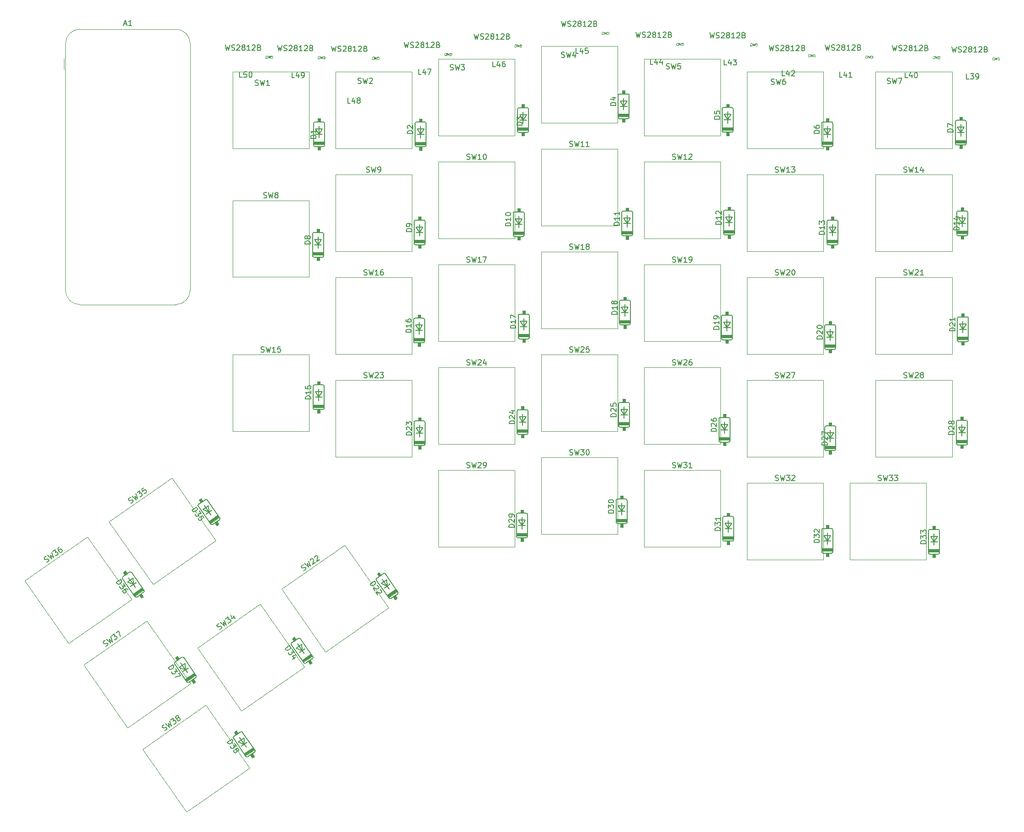
<source format=gbr>
%TF.GenerationSoftware,KiCad,Pcbnew,9.0.1*%
%TF.CreationDate,2025-07-25T20:29:54-04:00*%
%TF.ProjectId,splitboard right,73706c69-7462-46f6-9172-642072696768,rev?*%
%TF.SameCoordinates,Original*%
%TF.FileFunction,Legend,Top*%
%TF.FilePolarity,Positive*%
%FSLAX46Y46*%
G04 Gerber Fmt 4.6, Leading zero omitted, Abs format (unit mm)*
G04 Created by KiCad (PCBNEW 9.0.1) date 2025-07-25 20:29:54*
%MOMM*%
%LPD*%
G01*
G04 APERTURE LIST*
%ADD10C,0.150000*%
%ADD11C,0.152400*%
%ADD12C,0.010000*%
%ADD13C,0.120000*%
%ADD14C,0.000000*%
G04 APERTURE END LIST*
D10*
X161359819Y-55515285D02*
X160359819Y-55515285D01*
X160359819Y-55515285D02*
X160359819Y-55277190D01*
X160359819Y-55277190D02*
X160407438Y-55134333D01*
X160407438Y-55134333D02*
X160502676Y-55039095D01*
X160502676Y-55039095D02*
X160597914Y-54991476D01*
X160597914Y-54991476D02*
X160788390Y-54943857D01*
X160788390Y-54943857D02*
X160931247Y-54943857D01*
X160931247Y-54943857D02*
X161121723Y-54991476D01*
X161121723Y-54991476D02*
X161216961Y-55039095D01*
X161216961Y-55039095D02*
X161312200Y-55134333D01*
X161312200Y-55134333D02*
X161359819Y-55277190D01*
X161359819Y-55277190D02*
X161359819Y-55515285D01*
X161359819Y-53991476D02*
X161359819Y-54562904D01*
X161359819Y-54277190D02*
X160359819Y-54277190D01*
X160359819Y-54277190D02*
X160502676Y-54372428D01*
X160502676Y-54372428D02*
X160597914Y-54467666D01*
X160597914Y-54467666D02*
X160645533Y-54562904D01*
X160455057Y-53610523D02*
X160407438Y-53562904D01*
X160407438Y-53562904D02*
X160359819Y-53467666D01*
X160359819Y-53467666D02*
X160359819Y-53229571D01*
X160359819Y-53229571D02*
X160407438Y-53134333D01*
X160407438Y-53134333D02*
X160455057Y-53086714D01*
X160455057Y-53086714D02*
X160550295Y-53039095D01*
X160550295Y-53039095D02*
X160645533Y-53039095D01*
X160645533Y-53039095D02*
X160788390Y-53086714D01*
X160788390Y-53086714D02*
X161359819Y-53658142D01*
X161359819Y-53658142D02*
X161359819Y-53039095D01*
X36423966Y-118110724D02*
X36568301Y-118067792D01*
X36568301Y-118067792D02*
X36763337Y-117931226D01*
X36763337Y-117931226D02*
X36814038Y-117837593D01*
X36814038Y-117837593D02*
X36825732Y-117771272D01*
X36825732Y-117771272D02*
X36810113Y-117665945D01*
X36810113Y-117665945D02*
X36755487Y-117587930D01*
X36755487Y-117587930D02*
X36661853Y-117537229D01*
X36661853Y-117537229D02*
X36595533Y-117525535D01*
X36595533Y-117525535D02*
X36490205Y-117541154D01*
X36490205Y-117541154D02*
X36306863Y-117611399D01*
X36306863Y-117611399D02*
X36201535Y-117627018D01*
X36201535Y-117627018D02*
X36135215Y-117615324D01*
X36135215Y-117615324D02*
X36041581Y-117564623D01*
X36041581Y-117564623D02*
X35986955Y-117486609D01*
X35986955Y-117486609D02*
X35971336Y-117381281D01*
X35971336Y-117381281D02*
X35983030Y-117314961D01*
X35983030Y-117314961D02*
X36033731Y-117221327D01*
X36033731Y-117221327D02*
X36228768Y-117084761D01*
X36228768Y-117084761D02*
X36373102Y-117041829D01*
X36618840Y-116811629D02*
X37387453Y-117494216D01*
X37387453Y-117494216D02*
X37133784Y-116799854D01*
X37133784Y-116799854D02*
X37699511Y-117275710D01*
X37699511Y-117275710D02*
X37320970Y-116319993D01*
X37555014Y-116156114D02*
X38062108Y-115801043D01*
X38062108Y-115801043D02*
X38007562Y-116304293D01*
X38007562Y-116304293D02*
X38124584Y-116222353D01*
X38124584Y-116222353D02*
X38229912Y-116206734D01*
X38229912Y-116206734D02*
X38296232Y-116218428D01*
X38296232Y-116218428D02*
X38389866Y-116269129D01*
X38389866Y-116269129D02*
X38526432Y-116464166D01*
X38526432Y-116464166D02*
X38542051Y-116569493D01*
X38542051Y-116569493D02*
X38530357Y-116635814D01*
X38530357Y-116635814D02*
X38479655Y-116729447D01*
X38479655Y-116729447D02*
X38245612Y-116893326D01*
X38245612Y-116893326D02*
X38140284Y-116908945D01*
X38140284Y-116908945D02*
X38073964Y-116897251D01*
X38764238Y-115309406D02*
X38608209Y-115418658D01*
X38608209Y-115418658D02*
X38557508Y-115512292D01*
X38557508Y-115512292D02*
X38545814Y-115578612D01*
X38545814Y-115578612D02*
X38549739Y-115750260D01*
X38549739Y-115750260D02*
X38619984Y-115933602D01*
X38619984Y-115933602D02*
X38838490Y-116245660D01*
X38838490Y-116245660D02*
X38932123Y-116296362D01*
X38932123Y-116296362D02*
X38998444Y-116308056D01*
X38998444Y-116308056D02*
X39103771Y-116292437D01*
X39103771Y-116292437D02*
X39259800Y-116183184D01*
X39259800Y-116183184D02*
X39310501Y-116089550D01*
X39310501Y-116089550D02*
X39322196Y-116023230D01*
X39322196Y-116023230D02*
X39306576Y-115917902D01*
X39306576Y-115917902D02*
X39170011Y-115722866D01*
X39170011Y-115722866D02*
X39076377Y-115672165D01*
X39076377Y-115672165D02*
X39010057Y-115660471D01*
X39010057Y-115660471D02*
X38904729Y-115676090D01*
X38904729Y-115676090D02*
X38748700Y-115785342D01*
X38748700Y-115785342D02*
X38697999Y-115878976D01*
X38697999Y-115878976D02*
X38686305Y-115945296D01*
X38686305Y-115945296D02*
X38701924Y-116050624D01*
X72667142Y-28274819D02*
X72190952Y-28274819D01*
X72190952Y-28274819D02*
X72190952Y-27274819D01*
X73476666Y-27274819D02*
X73000476Y-27274819D01*
X73000476Y-27274819D02*
X72952857Y-27751009D01*
X72952857Y-27751009D02*
X73000476Y-27703390D01*
X73000476Y-27703390D02*
X73095714Y-27655771D01*
X73095714Y-27655771D02*
X73333809Y-27655771D01*
X73333809Y-27655771D02*
X73429047Y-27703390D01*
X73429047Y-27703390D02*
X73476666Y-27751009D01*
X73476666Y-27751009D02*
X73524285Y-27846247D01*
X73524285Y-27846247D02*
X73524285Y-28084342D01*
X73524285Y-28084342D02*
X73476666Y-28179580D01*
X73476666Y-28179580D02*
X73429047Y-28227200D01*
X73429047Y-28227200D02*
X73333809Y-28274819D01*
X73333809Y-28274819D02*
X73095714Y-28274819D01*
X73095714Y-28274819D02*
X73000476Y-28227200D01*
X73000476Y-28227200D02*
X72952857Y-28179580D01*
X74143333Y-27274819D02*
X74238571Y-27274819D01*
X74238571Y-27274819D02*
X74333809Y-27322438D01*
X74333809Y-27322438D02*
X74381428Y-27370057D01*
X74381428Y-27370057D02*
X74429047Y-27465295D01*
X74429047Y-27465295D02*
X74476666Y-27655771D01*
X74476666Y-27655771D02*
X74476666Y-27893866D01*
X74476666Y-27893866D02*
X74429047Y-28084342D01*
X74429047Y-28084342D02*
X74381428Y-28179580D01*
X74381428Y-28179580D02*
X74333809Y-28227200D01*
X74333809Y-28227200D02*
X74238571Y-28274819D01*
X74238571Y-28274819D02*
X74143333Y-28274819D01*
X74143333Y-28274819D02*
X74048095Y-28227200D01*
X74048095Y-28227200D02*
X74000476Y-28179580D01*
X74000476Y-28179580D02*
X73952857Y-28084342D01*
X73952857Y-28084342D02*
X73905238Y-27893866D01*
X73905238Y-27893866D02*
X73905238Y-27655771D01*
X73905238Y-27655771D02*
X73952857Y-27465295D01*
X73952857Y-27465295D02*
X74000476Y-27370057D01*
X74000476Y-27370057D02*
X74048095Y-27322438D01*
X74048095Y-27322438D02*
X74143333Y-27274819D01*
X69500476Y-22274819D02*
X69738571Y-23274819D01*
X69738571Y-23274819D02*
X69929047Y-22560533D01*
X69929047Y-22560533D02*
X70119523Y-23274819D01*
X70119523Y-23274819D02*
X70357619Y-22274819D01*
X70690952Y-23227200D02*
X70833809Y-23274819D01*
X70833809Y-23274819D02*
X71071904Y-23274819D01*
X71071904Y-23274819D02*
X71167142Y-23227200D01*
X71167142Y-23227200D02*
X71214761Y-23179580D01*
X71214761Y-23179580D02*
X71262380Y-23084342D01*
X71262380Y-23084342D02*
X71262380Y-22989104D01*
X71262380Y-22989104D02*
X71214761Y-22893866D01*
X71214761Y-22893866D02*
X71167142Y-22846247D01*
X71167142Y-22846247D02*
X71071904Y-22798628D01*
X71071904Y-22798628D02*
X70881428Y-22751009D01*
X70881428Y-22751009D02*
X70786190Y-22703390D01*
X70786190Y-22703390D02*
X70738571Y-22655771D01*
X70738571Y-22655771D02*
X70690952Y-22560533D01*
X70690952Y-22560533D02*
X70690952Y-22465295D01*
X70690952Y-22465295D02*
X70738571Y-22370057D01*
X70738571Y-22370057D02*
X70786190Y-22322438D01*
X70786190Y-22322438D02*
X70881428Y-22274819D01*
X70881428Y-22274819D02*
X71119523Y-22274819D01*
X71119523Y-22274819D02*
X71262380Y-22322438D01*
X71643333Y-22370057D02*
X71690952Y-22322438D01*
X71690952Y-22322438D02*
X71786190Y-22274819D01*
X71786190Y-22274819D02*
X72024285Y-22274819D01*
X72024285Y-22274819D02*
X72119523Y-22322438D01*
X72119523Y-22322438D02*
X72167142Y-22370057D01*
X72167142Y-22370057D02*
X72214761Y-22465295D01*
X72214761Y-22465295D02*
X72214761Y-22560533D01*
X72214761Y-22560533D02*
X72167142Y-22703390D01*
X72167142Y-22703390D02*
X71595714Y-23274819D01*
X71595714Y-23274819D02*
X72214761Y-23274819D01*
X72786190Y-22703390D02*
X72690952Y-22655771D01*
X72690952Y-22655771D02*
X72643333Y-22608152D01*
X72643333Y-22608152D02*
X72595714Y-22512914D01*
X72595714Y-22512914D02*
X72595714Y-22465295D01*
X72595714Y-22465295D02*
X72643333Y-22370057D01*
X72643333Y-22370057D02*
X72690952Y-22322438D01*
X72690952Y-22322438D02*
X72786190Y-22274819D01*
X72786190Y-22274819D02*
X72976666Y-22274819D01*
X72976666Y-22274819D02*
X73071904Y-22322438D01*
X73071904Y-22322438D02*
X73119523Y-22370057D01*
X73119523Y-22370057D02*
X73167142Y-22465295D01*
X73167142Y-22465295D02*
X73167142Y-22512914D01*
X73167142Y-22512914D02*
X73119523Y-22608152D01*
X73119523Y-22608152D02*
X73071904Y-22655771D01*
X73071904Y-22655771D02*
X72976666Y-22703390D01*
X72976666Y-22703390D02*
X72786190Y-22703390D01*
X72786190Y-22703390D02*
X72690952Y-22751009D01*
X72690952Y-22751009D02*
X72643333Y-22798628D01*
X72643333Y-22798628D02*
X72595714Y-22893866D01*
X72595714Y-22893866D02*
X72595714Y-23084342D01*
X72595714Y-23084342D02*
X72643333Y-23179580D01*
X72643333Y-23179580D02*
X72690952Y-23227200D01*
X72690952Y-23227200D02*
X72786190Y-23274819D01*
X72786190Y-23274819D02*
X72976666Y-23274819D01*
X72976666Y-23274819D02*
X73071904Y-23227200D01*
X73071904Y-23227200D02*
X73119523Y-23179580D01*
X73119523Y-23179580D02*
X73167142Y-23084342D01*
X73167142Y-23084342D02*
X73167142Y-22893866D01*
X73167142Y-22893866D02*
X73119523Y-22798628D01*
X73119523Y-22798628D02*
X73071904Y-22751009D01*
X73071904Y-22751009D02*
X72976666Y-22703390D01*
X74119523Y-23274819D02*
X73548095Y-23274819D01*
X73833809Y-23274819D02*
X73833809Y-22274819D01*
X73833809Y-22274819D02*
X73738571Y-22417676D01*
X73738571Y-22417676D02*
X73643333Y-22512914D01*
X73643333Y-22512914D02*
X73548095Y-22560533D01*
X74500476Y-22370057D02*
X74548095Y-22322438D01*
X74548095Y-22322438D02*
X74643333Y-22274819D01*
X74643333Y-22274819D02*
X74881428Y-22274819D01*
X74881428Y-22274819D02*
X74976666Y-22322438D01*
X74976666Y-22322438D02*
X75024285Y-22370057D01*
X75024285Y-22370057D02*
X75071904Y-22465295D01*
X75071904Y-22465295D02*
X75071904Y-22560533D01*
X75071904Y-22560533D02*
X75024285Y-22703390D01*
X75024285Y-22703390D02*
X74452857Y-23274819D01*
X74452857Y-23274819D02*
X75071904Y-23274819D01*
X75833809Y-22751009D02*
X75976666Y-22798628D01*
X75976666Y-22798628D02*
X76024285Y-22846247D01*
X76024285Y-22846247D02*
X76071904Y-22941485D01*
X76071904Y-22941485D02*
X76071904Y-23084342D01*
X76071904Y-23084342D02*
X76024285Y-23179580D01*
X76024285Y-23179580D02*
X75976666Y-23227200D01*
X75976666Y-23227200D02*
X75881428Y-23274819D01*
X75881428Y-23274819D02*
X75500476Y-23274819D01*
X75500476Y-23274819D02*
X75500476Y-22274819D01*
X75500476Y-22274819D02*
X75833809Y-22274819D01*
X75833809Y-22274819D02*
X75929047Y-22322438D01*
X75929047Y-22322438D02*
X75976666Y-22370057D01*
X75976666Y-22370057D02*
X76024285Y-22465295D01*
X76024285Y-22465295D02*
X76024285Y-22560533D01*
X76024285Y-22560533D02*
X75976666Y-22655771D01*
X75976666Y-22655771D02*
X75929047Y-22703390D01*
X75929047Y-22703390D02*
X75833809Y-22751009D01*
X75833809Y-22751009D02*
X75500476Y-22751009D01*
X142504819Y-55675285D02*
X141504819Y-55675285D01*
X141504819Y-55675285D02*
X141504819Y-55437190D01*
X141504819Y-55437190D02*
X141552438Y-55294333D01*
X141552438Y-55294333D02*
X141647676Y-55199095D01*
X141647676Y-55199095D02*
X141742914Y-55151476D01*
X141742914Y-55151476D02*
X141933390Y-55103857D01*
X141933390Y-55103857D02*
X142076247Y-55103857D01*
X142076247Y-55103857D02*
X142266723Y-55151476D01*
X142266723Y-55151476D02*
X142361961Y-55199095D01*
X142361961Y-55199095D02*
X142457200Y-55294333D01*
X142457200Y-55294333D02*
X142504819Y-55437190D01*
X142504819Y-55437190D02*
X142504819Y-55675285D01*
X142504819Y-54151476D02*
X142504819Y-54722904D01*
X142504819Y-54437190D02*
X141504819Y-54437190D01*
X141504819Y-54437190D02*
X141647676Y-54532428D01*
X141647676Y-54532428D02*
X141742914Y-54627666D01*
X141742914Y-54627666D02*
X141790533Y-54722904D01*
X142504819Y-53199095D02*
X142504819Y-53770523D01*
X142504819Y-53484809D02*
X141504819Y-53484809D01*
X141504819Y-53484809D02*
X141647676Y-53580047D01*
X141647676Y-53580047D02*
X141742914Y-53675285D01*
X141742914Y-53675285D02*
X141790533Y-53770523D01*
X123029819Y-111665285D02*
X122029819Y-111665285D01*
X122029819Y-111665285D02*
X122029819Y-111427190D01*
X122029819Y-111427190D02*
X122077438Y-111284333D01*
X122077438Y-111284333D02*
X122172676Y-111189095D01*
X122172676Y-111189095D02*
X122267914Y-111141476D01*
X122267914Y-111141476D02*
X122458390Y-111093857D01*
X122458390Y-111093857D02*
X122601247Y-111093857D01*
X122601247Y-111093857D02*
X122791723Y-111141476D01*
X122791723Y-111141476D02*
X122886961Y-111189095D01*
X122886961Y-111189095D02*
X122982200Y-111284333D01*
X122982200Y-111284333D02*
X123029819Y-111427190D01*
X123029819Y-111427190D02*
X123029819Y-111665285D01*
X122125057Y-110712904D02*
X122077438Y-110665285D01*
X122077438Y-110665285D02*
X122029819Y-110570047D01*
X122029819Y-110570047D02*
X122029819Y-110331952D01*
X122029819Y-110331952D02*
X122077438Y-110236714D01*
X122077438Y-110236714D02*
X122125057Y-110189095D01*
X122125057Y-110189095D02*
X122220295Y-110141476D01*
X122220295Y-110141476D02*
X122315533Y-110141476D01*
X122315533Y-110141476D02*
X122458390Y-110189095D01*
X122458390Y-110189095D02*
X123029819Y-110760523D01*
X123029819Y-110760523D02*
X123029819Y-110141476D01*
X123029819Y-109665285D02*
X123029819Y-109474809D01*
X123029819Y-109474809D02*
X122982200Y-109379571D01*
X122982200Y-109379571D02*
X122934580Y-109331952D01*
X122934580Y-109331952D02*
X122791723Y-109236714D01*
X122791723Y-109236714D02*
X122601247Y-109189095D01*
X122601247Y-109189095D02*
X122220295Y-109189095D01*
X122220295Y-109189095D02*
X122125057Y-109236714D01*
X122125057Y-109236714D02*
X122077438Y-109284333D01*
X122077438Y-109284333D02*
X122029819Y-109379571D01*
X122029819Y-109379571D02*
X122029819Y-109570047D01*
X122029819Y-109570047D02*
X122077438Y-109665285D01*
X122077438Y-109665285D02*
X122125057Y-109712904D01*
X122125057Y-109712904D02*
X122220295Y-109760523D01*
X122220295Y-109760523D02*
X122458390Y-109760523D01*
X122458390Y-109760523D02*
X122553628Y-109712904D01*
X122553628Y-109712904D02*
X122601247Y-109665285D01*
X122601247Y-109665285D02*
X122648866Y-109570047D01*
X122648866Y-109570047D02*
X122648866Y-109379571D01*
X122648866Y-109379571D02*
X122601247Y-109284333D01*
X122601247Y-109284333D02*
X122553628Y-109236714D01*
X122553628Y-109236714D02*
X122458390Y-109189095D01*
X207267142Y-28594819D02*
X206790952Y-28594819D01*
X206790952Y-28594819D02*
X206790952Y-27594819D01*
X207505238Y-27594819D02*
X208124285Y-27594819D01*
X208124285Y-27594819D02*
X207790952Y-27975771D01*
X207790952Y-27975771D02*
X207933809Y-27975771D01*
X207933809Y-27975771D02*
X208029047Y-28023390D01*
X208029047Y-28023390D02*
X208076666Y-28071009D01*
X208076666Y-28071009D02*
X208124285Y-28166247D01*
X208124285Y-28166247D02*
X208124285Y-28404342D01*
X208124285Y-28404342D02*
X208076666Y-28499580D01*
X208076666Y-28499580D02*
X208029047Y-28547200D01*
X208029047Y-28547200D02*
X207933809Y-28594819D01*
X207933809Y-28594819D02*
X207648095Y-28594819D01*
X207648095Y-28594819D02*
X207552857Y-28547200D01*
X207552857Y-28547200D02*
X207505238Y-28499580D01*
X208600476Y-28594819D02*
X208790952Y-28594819D01*
X208790952Y-28594819D02*
X208886190Y-28547200D01*
X208886190Y-28547200D02*
X208933809Y-28499580D01*
X208933809Y-28499580D02*
X209029047Y-28356723D01*
X209029047Y-28356723D02*
X209076666Y-28166247D01*
X209076666Y-28166247D02*
X209076666Y-27785295D01*
X209076666Y-27785295D02*
X209029047Y-27690057D01*
X209029047Y-27690057D02*
X208981428Y-27642438D01*
X208981428Y-27642438D02*
X208886190Y-27594819D01*
X208886190Y-27594819D02*
X208695714Y-27594819D01*
X208695714Y-27594819D02*
X208600476Y-27642438D01*
X208600476Y-27642438D02*
X208552857Y-27690057D01*
X208552857Y-27690057D02*
X208505238Y-27785295D01*
X208505238Y-27785295D02*
X208505238Y-28023390D01*
X208505238Y-28023390D02*
X208552857Y-28118628D01*
X208552857Y-28118628D02*
X208600476Y-28166247D01*
X208600476Y-28166247D02*
X208695714Y-28213866D01*
X208695714Y-28213866D02*
X208886190Y-28213866D01*
X208886190Y-28213866D02*
X208981428Y-28166247D01*
X208981428Y-28166247D02*
X209029047Y-28118628D01*
X209029047Y-28118628D02*
X209076666Y-28023390D01*
X204100476Y-22594819D02*
X204338571Y-23594819D01*
X204338571Y-23594819D02*
X204529047Y-22880533D01*
X204529047Y-22880533D02*
X204719523Y-23594819D01*
X204719523Y-23594819D02*
X204957619Y-22594819D01*
X205290952Y-23547200D02*
X205433809Y-23594819D01*
X205433809Y-23594819D02*
X205671904Y-23594819D01*
X205671904Y-23594819D02*
X205767142Y-23547200D01*
X205767142Y-23547200D02*
X205814761Y-23499580D01*
X205814761Y-23499580D02*
X205862380Y-23404342D01*
X205862380Y-23404342D02*
X205862380Y-23309104D01*
X205862380Y-23309104D02*
X205814761Y-23213866D01*
X205814761Y-23213866D02*
X205767142Y-23166247D01*
X205767142Y-23166247D02*
X205671904Y-23118628D01*
X205671904Y-23118628D02*
X205481428Y-23071009D01*
X205481428Y-23071009D02*
X205386190Y-23023390D01*
X205386190Y-23023390D02*
X205338571Y-22975771D01*
X205338571Y-22975771D02*
X205290952Y-22880533D01*
X205290952Y-22880533D02*
X205290952Y-22785295D01*
X205290952Y-22785295D02*
X205338571Y-22690057D01*
X205338571Y-22690057D02*
X205386190Y-22642438D01*
X205386190Y-22642438D02*
X205481428Y-22594819D01*
X205481428Y-22594819D02*
X205719523Y-22594819D01*
X205719523Y-22594819D02*
X205862380Y-22642438D01*
X206243333Y-22690057D02*
X206290952Y-22642438D01*
X206290952Y-22642438D02*
X206386190Y-22594819D01*
X206386190Y-22594819D02*
X206624285Y-22594819D01*
X206624285Y-22594819D02*
X206719523Y-22642438D01*
X206719523Y-22642438D02*
X206767142Y-22690057D01*
X206767142Y-22690057D02*
X206814761Y-22785295D01*
X206814761Y-22785295D02*
X206814761Y-22880533D01*
X206814761Y-22880533D02*
X206767142Y-23023390D01*
X206767142Y-23023390D02*
X206195714Y-23594819D01*
X206195714Y-23594819D02*
X206814761Y-23594819D01*
X207386190Y-23023390D02*
X207290952Y-22975771D01*
X207290952Y-22975771D02*
X207243333Y-22928152D01*
X207243333Y-22928152D02*
X207195714Y-22832914D01*
X207195714Y-22832914D02*
X207195714Y-22785295D01*
X207195714Y-22785295D02*
X207243333Y-22690057D01*
X207243333Y-22690057D02*
X207290952Y-22642438D01*
X207290952Y-22642438D02*
X207386190Y-22594819D01*
X207386190Y-22594819D02*
X207576666Y-22594819D01*
X207576666Y-22594819D02*
X207671904Y-22642438D01*
X207671904Y-22642438D02*
X207719523Y-22690057D01*
X207719523Y-22690057D02*
X207767142Y-22785295D01*
X207767142Y-22785295D02*
X207767142Y-22832914D01*
X207767142Y-22832914D02*
X207719523Y-22928152D01*
X207719523Y-22928152D02*
X207671904Y-22975771D01*
X207671904Y-22975771D02*
X207576666Y-23023390D01*
X207576666Y-23023390D02*
X207386190Y-23023390D01*
X207386190Y-23023390D02*
X207290952Y-23071009D01*
X207290952Y-23071009D02*
X207243333Y-23118628D01*
X207243333Y-23118628D02*
X207195714Y-23213866D01*
X207195714Y-23213866D02*
X207195714Y-23404342D01*
X207195714Y-23404342D02*
X207243333Y-23499580D01*
X207243333Y-23499580D02*
X207290952Y-23547200D01*
X207290952Y-23547200D02*
X207386190Y-23594819D01*
X207386190Y-23594819D02*
X207576666Y-23594819D01*
X207576666Y-23594819D02*
X207671904Y-23547200D01*
X207671904Y-23547200D02*
X207719523Y-23499580D01*
X207719523Y-23499580D02*
X207767142Y-23404342D01*
X207767142Y-23404342D02*
X207767142Y-23213866D01*
X207767142Y-23213866D02*
X207719523Y-23118628D01*
X207719523Y-23118628D02*
X207671904Y-23071009D01*
X207671904Y-23071009D02*
X207576666Y-23023390D01*
X208719523Y-23594819D02*
X208148095Y-23594819D01*
X208433809Y-23594819D02*
X208433809Y-22594819D01*
X208433809Y-22594819D02*
X208338571Y-22737676D01*
X208338571Y-22737676D02*
X208243333Y-22832914D01*
X208243333Y-22832914D02*
X208148095Y-22880533D01*
X209100476Y-22690057D02*
X209148095Y-22642438D01*
X209148095Y-22642438D02*
X209243333Y-22594819D01*
X209243333Y-22594819D02*
X209481428Y-22594819D01*
X209481428Y-22594819D02*
X209576666Y-22642438D01*
X209576666Y-22642438D02*
X209624285Y-22690057D01*
X209624285Y-22690057D02*
X209671904Y-22785295D01*
X209671904Y-22785295D02*
X209671904Y-22880533D01*
X209671904Y-22880533D02*
X209624285Y-23023390D01*
X209624285Y-23023390D02*
X209052857Y-23594819D01*
X209052857Y-23594819D02*
X209671904Y-23594819D01*
X210433809Y-23071009D02*
X210576666Y-23118628D01*
X210576666Y-23118628D02*
X210624285Y-23166247D01*
X210624285Y-23166247D02*
X210671904Y-23261485D01*
X210671904Y-23261485D02*
X210671904Y-23404342D01*
X210671904Y-23404342D02*
X210624285Y-23499580D01*
X210624285Y-23499580D02*
X210576666Y-23547200D01*
X210576666Y-23547200D02*
X210481428Y-23594819D01*
X210481428Y-23594819D02*
X210100476Y-23594819D01*
X210100476Y-23594819D02*
X210100476Y-22594819D01*
X210100476Y-22594819D02*
X210433809Y-22594819D01*
X210433809Y-22594819D02*
X210529047Y-22642438D01*
X210529047Y-22642438D02*
X210576666Y-22690057D01*
X210576666Y-22690057D02*
X210624285Y-22785295D01*
X210624285Y-22785295D02*
X210624285Y-22880533D01*
X210624285Y-22880533D02*
X210576666Y-22975771D01*
X210576666Y-22975771D02*
X210529047Y-23023390D01*
X210529047Y-23023390D02*
X210433809Y-23071009D01*
X210433809Y-23071009D02*
X210100476Y-23071009D01*
X68418760Y-130591362D02*
X68563095Y-130548430D01*
X68563095Y-130548430D02*
X68758131Y-130411864D01*
X68758131Y-130411864D02*
X68808832Y-130318231D01*
X68808832Y-130318231D02*
X68820526Y-130251910D01*
X68820526Y-130251910D02*
X68804907Y-130146583D01*
X68804907Y-130146583D02*
X68750281Y-130068568D01*
X68750281Y-130068568D02*
X68656647Y-130017867D01*
X68656647Y-130017867D02*
X68590327Y-130006173D01*
X68590327Y-130006173D02*
X68484999Y-130021792D01*
X68484999Y-130021792D02*
X68301657Y-130092037D01*
X68301657Y-130092037D02*
X68196329Y-130107656D01*
X68196329Y-130107656D02*
X68130009Y-130095962D01*
X68130009Y-130095962D02*
X68036375Y-130045261D01*
X68036375Y-130045261D02*
X67981749Y-129967247D01*
X67981749Y-129967247D02*
X67966130Y-129861919D01*
X67966130Y-129861919D02*
X67977824Y-129795599D01*
X67977824Y-129795599D02*
X68028525Y-129701965D01*
X68028525Y-129701965D02*
X68223562Y-129565399D01*
X68223562Y-129565399D02*
X68367896Y-129522467D01*
X68613634Y-129292267D02*
X69382247Y-129974854D01*
X69382247Y-129974854D02*
X69128578Y-129280492D01*
X69128578Y-129280492D02*
X69694305Y-129756348D01*
X69694305Y-129756348D02*
X69315764Y-128800631D01*
X69549808Y-128636752D02*
X70056902Y-128281681D01*
X70056902Y-128281681D02*
X70002356Y-128784931D01*
X70002356Y-128784931D02*
X70119378Y-128702991D01*
X70119378Y-128702991D02*
X70224706Y-128687372D01*
X70224706Y-128687372D02*
X70291026Y-128699066D01*
X70291026Y-128699066D02*
X70384660Y-128749767D01*
X70384660Y-128749767D02*
X70521226Y-128944804D01*
X70521226Y-128944804D02*
X70536845Y-129050131D01*
X70536845Y-129050131D02*
X70525151Y-129116452D01*
X70525151Y-129116452D02*
X70474449Y-129210085D01*
X70474449Y-129210085D02*
X70240406Y-129373964D01*
X70240406Y-129373964D02*
X70135078Y-129389583D01*
X70135078Y-129389583D02*
X70068758Y-129377889D01*
X70950224Y-128063094D02*
X71332609Y-128609196D01*
X70536683Y-127887602D02*
X70751344Y-128609277D01*
X70751344Y-128609277D02*
X71258438Y-128254205D01*
X58990280Y-137699284D02*
X59809432Y-137125708D01*
X59809432Y-137125708D02*
X59945998Y-137320744D01*
X59945998Y-137320744D02*
X59988930Y-137465079D01*
X59988930Y-137465079D02*
X59965542Y-137597720D01*
X59965542Y-137597720D02*
X59914840Y-137691353D01*
X59914840Y-137691353D02*
X59786125Y-137839613D01*
X59786125Y-137839613D02*
X59669103Y-137921553D01*
X59669103Y-137921553D02*
X59485761Y-137991798D01*
X59485761Y-137991798D02*
X59380433Y-138007417D01*
X59380433Y-138007417D02*
X59247792Y-137984029D01*
X59247792Y-137984029D02*
X59126846Y-137894321D01*
X59126846Y-137894321D02*
X58990280Y-137699284D01*
X60328382Y-137866845D02*
X60683453Y-138373940D01*
X60683453Y-138373940D02*
X60180203Y-138319394D01*
X60180203Y-138319394D02*
X60262143Y-138436416D01*
X60262143Y-138436416D02*
X60277762Y-138541744D01*
X60277762Y-138541744D02*
X60266068Y-138608064D01*
X60266068Y-138608064D02*
X60215366Y-138701698D01*
X60215366Y-138701698D02*
X60020330Y-138838263D01*
X60020330Y-138838263D02*
X59915002Y-138853882D01*
X59915002Y-138853882D02*
X59848682Y-138842188D01*
X59848682Y-138842188D02*
X59755048Y-138791487D01*
X59755048Y-138791487D02*
X59591169Y-138557444D01*
X59591169Y-138557444D02*
X59575550Y-138452116D01*
X59575550Y-138452116D02*
X59587244Y-138385796D01*
X60874645Y-138646990D02*
X61257030Y-139193092D01*
X61257030Y-139193092D02*
X60192059Y-139415603D01*
X49340554Y-121900625D02*
X50159706Y-121327049D01*
X50159706Y-121327049D02*
X50296272Y-121522085D01*
X50296272Y-121522085D02*
X50339204Y-121666420D01*
X50339204Y-121666420D02*
X50315816Y-121799061D01*
X50315816Y-121799061D02*
X50265114Y-121892694D01*
X50265114Y-121892694D02*
X50136399Y-122040954D01*
X50136399Y-122040954D02*
X50019377Y-122122894D01*
X50019377Y-122122894D02*
X49836035Y-122193139D01*
X49836035Y-122193139D02*
X49730707Y-122208758D01*
X49730707Y-122208758D02*
X49598066Y-122185370D01*
X49598066Y-122185370D02*
X49477120Y-122095662D01*
X49477120Y-122095662D02*
X49340554Y-121900625D01*
X50678656Y-122068186D02*
X51033727Y-122575281D01*
X51033727Y-122575281D02*
X50530477Y-122520735D01*
X50530477Y-122520735D02*
X50612417Y-122637757D01*
X50612417Y-122637757D02*
X50628036Y-122743085D01*
X50628036Y-122743085D02*
X50616342Y-122809405D01*
X50616342Y-122809405D02*
X50565640Y-122903039D01*
X50565640Y-122903039D02*
X50370604Y-123039604D01*
X50370604Y-123039604D02*
X50265276Y-123055223D01*
X50265276Y-123055223D02*
X50198956Y-123043529D01*
X50198956Y-123043529D02*
X50105322Y-122992828D01*
X50105322Y-122992828D02*
X49941443Y-122758785D01*
X49941443Y-122758785D02*
X49925824Y-122653457D01*
X49925824Y-122653457D02*
X49937518Y-122587137D01*
X51525364Y-123277411D02*
X51416111Y-123121382D01*
X51416111Y-123121382D02*
X51322478Y-123070681D01*
X51322478Y-123070681D02*
X51256157Y-123058987D01*
X51256157Y-123058987D02*
X51084509Y-123062912D01*
X51084509Y-123062912D02*
X50901167Y-123133157D01*
X50901167Y-123133157D02*
X50589109Y-123351662D01*
X50589109Y-123351662D02*
X50538408Y-123445296D01*
X50538408Y-123445296D02*
X50526714Y-123511616D01*
X50526714Y-123511616D02*
X50542333Y-123616944D01*
X50542333Y-123616944D02*
X50651586Y-123772973D01*
X50651586Y-123772973D02*
X50745219Y-123823674D01*
X50745219Y-123823674D02*
X50811540Y-123835368D01*
X50811540Y-123835368D02*
X50916867Y-123819749D01*
X50916867Y-123819749D02*
X51111904Y-123683183D01*
X51111904Y-123683183D02*
X51162605Y-123589550D01*
X51162605Y-123589550D02*
X51174299Y-123523229D01*
X51174299Y-123523229D02*
X51158680Y-123417902D01*
X51158680Y-123417902D02*
X51049427Y-123261873D01*
X51049427Y-123261873D02*
X50955794Y-123211171D01*
X50955794Y-123211171D02*
X50889473Y-123199477D01*
X50889473Y-123199477D02*
X50784146Y-123215096D01*
X141869819Y-33479094D02*
X140869819Y-33479094D01*
X140869819Y-33479094D02*
X140869819Y-33240999D01*
X140869819Y-33240999D02*
X140917438Y-33098142D01*
X140917438Y-33098142D02*
X141012676Y-33002904D01*
X141012676Y-33002904D02*
X141107914Y-32955285D01*
X141107914Y-32955285D02*
X141298390Y-32907666D01*
X141298390Y-32907666D02*
X141441247Y-32907666D01*
X141441247Y-32907666D02*
X141631723Y-32955285D01*
X141631723Y-32955285D02*
X141726961Y-33002904D01*
X141726961Y-33002904D02*
X141822200Y-33098142D01*
X141822200Y-33098142D02*
X141869819Y-33240999D01*
X141869819Y-33240999D02*
X141869819Y-33479094D01*
X141203152Y-32050523D02*
X141869819Y-32050523D01*
X140822200Y-32288618D02*
X141536485Y-32526713D01*
X141536485Y-32526713D02*
X141536485Y-31907666D01*
X161099819Y-36009094D02*
X160099819Y-36009094D01*
X160099819Y-36009094D02*
X160099819Y-35770999D01*
X160099819Y-35770999D02*
X160147438Y-35628142D01*
X160147438Y-35628142D02*
X160242676Y-35532904D01*
X160242676Y-35532904D02*
X160337914Y-35485285D01*
X160337914Y-35485285D02*
X160528390Y-35437666D01*
X160528390Y-35437666D02*
X160671247Y-35437666D01*
X160671247Y-35437666D02*
X160861723Y-35485285D01*
X160861723Y-35485285D02*
X160956961Y-35532904D01*
X160956961Y-35532904D02*
X161052200Y-35628142D01*
X161052200Y-35628142D02*
X161099819Y-35770999D01*
X161099819Y-35770999D02*
X161099819Y-36009094D01*
X160099819Y-34532904D02*
X160099819Y-35009094D01*
X160099819Y-35009094D02*
X160576009Y-35056713D01*
X160576009Y-35056713D02*
X160528390Y-35009094D01*
X160528390Y-35009094D02*
X160480771Y-34913856D01*
X160480771Y-34913856D02*
X160480771Y-34675761D01*
X160480771Y-34675761D02*
X160528390Y-34580523D01*
X160528390Y-34580523D02*
X160576009Y-34532904D01*
X160576009Y-34532904D02*
X160671247Y-34485285D01*
X160671247Y-34485285D02*
X160909342Y-34485285D01*
X160909342Y-34485285D02*
X161004580Y-34532904D01*
X161004580Y-34532904D02*
X161052200Y-34580523D01*
X161052200Y-34580523D02*
X161099819Y-34675761D01*
X161099819Y-34675761D02*
X161099819Y-34913856D01*
X161099819Y-34913856D02*
X161052200Y-35009094D01*
X161052200Y-35009094D02*
X161004580Y-35056713D01*
X58277229Y-149320417D02*
X58421564Y-149277485D01*
X58421564Y-149277485D02*
X58616600Y-149140919D01*
X58616600Y-149140919D02*
X58667301Y-149047286D01*
X58667301Y-149047286D02*
X58678995Y-148980965D01*
X58678995Y-148980965D02*
X58663376Y-148875638D01*
X58663376Y-148875638D02*
X58608750Y-148797623D01*
X58608750Y-148797623D02*
X58515116Y-148746922D01*
X58515116Y-148746922D02*
X58448796Y-148735228D01*
X58448796Y-148735228D02*
X58343468Y-148750847D01*
X58343468Y-148750847D02*
X58160126Y-148821092D01*
X58160126Y-148821092D02*
X58054798Y-148836711D01*
X58054798Y-148836711D02*
X57988478Y-148825017D01*
X57988478Y-148825017D02*
X57894844Y-148774316D01*
X57894844Y-148774316D02*
X57840218Y-148696302D01*
X57840218Y-148696302D02*
X57824599Y-148590974D01*
X57824599Y-148590974D02*
X57836293Y-148524654D01*
X57836293Y-148524654D02*
X57886994Y-148431020D01*
X57886994Y-148431020D02*
X58082031Y-148294454D01*
X58082031Y-148294454D02*
X58226365Y-148251522D01*
X58472103Y-148021322D02*
X59240716Y-148703909D01*
X59240716Y-148703909D02*
X58987047Y-148009547D01*
X58987047Y-148009547D02*
X59552774Y-148485403D01*
X59552774Y-148485403D02*
X59174233Y-147529686D01*
X59408277Y-147365807D02*
X59915371Y-147010736D01*
X59915371Y-147010736D02*
X59860825Y-147513986D01*
X59860825Y-147513986D02*
X59977847Y-147432046D01*
X59977847Y-147432046D02*
X60083175Y-147416427D01*
X60083175Y-147416427D02*
X60149495Y-147428121D01*
X60149495Y-147428121D02*
X60243129Y-147478822D01*
X60243129Y-147478822D02*
X60379695Y-147673859D01*
X60379695Y-147673859D02*
X60395314Y-147779186D01*
X60395314Y-147779186D02*
X60383620Y-147845507D01*
X60383620Y-147845507D02*
X60332918Y-147939140D01*
X60332918Y-147939140D02*
X60098875Y-148103019D01*
X60098875Y-148103019D02*
X59993547Y-148118638D01*
X59993547Y-148118638D02*
X59927227Y-148106944D01*
X60629276Y-147034043D02*
X60523949Y-147049662D01*
X60523949Y-147049662D02*
X60457628Y-147037968D01*
X60457628Y-147037968D02*
X60363995Y-146987266D01*
X60363995Y-146987266D02*
X60336681Y-146948259D01*
X60336681Y-146948259D02*
X60321062Y-146842931D01*
X60321062Y-146842931D02*
X60332756Y-146776611D01*
X60332756Y-146776611D02*
X60383458Y-146682978D01*
X60383458Y-146682978D02*
X60539487Y-146573725D01*
X60539487Y-146573725D02*
X60644814Y-146558106D01*
X60644814Y-146558106D02*
X60711135Y-146569800D01*
X60711135Y-146569800D02*
X60804768Y-146620501D01*
X60804768Y-146620501D02*
X60832081Y-146659508D01*
X60832081Y-146659508D02*
X60847701Y-146764836D01*
X60847701Y-146764836D02*
X60836006Y-146831156D01*
X60836006Y-146831156D02*
X60785305Y-146924790D01*
X60785305Y-146924790D02*
X60629276Y-147034043D01*
X60629276Y-147034043D02*
X60578575Y-147127676D01*
X60578575Y-147127676D02*
X60566881Y-147193997D01*
X60566881Y-147193997D02*
X60582500Y-147299324D01*
X60582500Y-147299324D02*
X60691753Y-147455353D01*
X60691753Y-147455353D02*
X60785386Y-147506055D01*
X60785386Y-147506055D02*
X60851707Y-147517749D01*
X60851707Y-147517749D02*
X60957034Y-147502130D01*
X60957034Y-147502130D02*
X61113063Y-147392877D01*
X61113063Y-147392877D02*
X61163764Y-147299243D01*
X61163764Y-147299243D02*
X61175459Y-147232923D01*
X61175459Y-147232923D02*
X61159839Y-147127595D01*
X61159839Y-147127595D02*
X61050587Y-146971566D01*
X61050587Y-146971566D02*
X60956953Y-146920865D01*
X60956953Y-146920865D02*
X60890633Y-146909171D01*
X60890633Y-146909171D02*
X60785305Y-146924790D01*
X179554501Y-38658083D02*
X178554501Y-38658083D01*
X178554501Y-38658083D02*
X178554501Y-38419988D01*
X178554501Y-38419988D02*
X178602120Y-38277131D01*
X178602120Y-38277131D02*
X178697358Y-38181893D01*
X178697358Y-38181893D02*
X178792596Y-38134274D01*
X178792596Y-38134274D02*
X178983072Y-38086655D01*
X178983072Y-38086655D02*
X179125929Y-38086655D01*
X179125929Y-38086655D02*
X179316405Y-38134274D01*
X179316405Y-38134274D02*
X179411643Y-38181893D01*
X179411643Y-38181893D02*
X179506882Y-38277131D01*
X179506882Y-38277131D02*
X179554501Y-38419988D01*
X179554501Y-38419988D02*
X179554501Y-38658083D01*
X178554501Y-37229512D02*
X178554501Y-37419988D01*
X178554501Y-37419988D02*
X178602120Y-37515226D01*
X178602120Y-37515226D02*
X178649739Y-37562845D01*
X178649739Y-37562845D02*
X178792596Y-37658083D01*
X178792596Y-37658083D02*
X178983072Y-37705702D01*
X178983072Y-37705702D02*
X179364024Y-37705702D01*
X179364024Y-37705702D02*
X179459262Y-37658083D01*
X179459262Y-37658083D02*
X179506882Y-37610464D01*
X179506882Y-37610464D02*
X179554501Y-37515226D01*
X179554501Y-37515226D02*
X179554501Y-37324750D01*
X179554501Y-37324750D02*
X179506882Y-37229512D01*
X179506882Y-37229512D02*
X179459262Y-37181893D01*
X179459262Y-37181893D02*
X179364024Y-37134274D01*
X179364024Y-37134274D02*
X179125929Y-37134274D01*
X179125929Y-37134274D02*
X179030691Y-37181893D01*
X179030691Y-37181893D02*
X178983072Y-37229512D01*
X178983072Y-37229512D02*
X178935453Y-37324750D01*
X178935453Y-37324750D02*
X178935453Y-37515226D01*
X178935453Y-37515226D02*
X178983072Y-37610464D01*
X178983072Y-37610464D02*
X179030691Y-37658083D01*
X179030691Y-37658083D02*
X179125929Y-37705702D01*
X171395158Y-83916189D02*
X171538015Y-83963808D01*
X171538015Y-83963808D02*
X171776110Y-83963808D01*
X171776110Y-83963808D02*
X171871348Y-83916189D01*
X171871348Y-83916189D02*
X171918967Y-83868569D01*
X171918967Y-83868569D02*
X171966586Y-83773331D01*
X171966586Y-83773331D02*
X171966586Y-83678093D01*
X171966586Y-83678093D02*
X171918967Y-83582855D01*
X171918967Y-83582855D02*
X171871348Y-83535236D01*
X171871348Y-83535236D02*
X171776110Y-83487617D01*
X171776110Y-83487617D02*
X171585634Y-83439998D01*
X171585634Y-83439998D02*
X171490396Y-83392379D01*
X171490396Y-83392379D02*
X171442777Y-83344760D01*
X171442777Y-83344760D02*
X171395158Y-83249522D01*
X171395158Y-83249522D02*
X171395158Y-83154284D01*
X171395158Y-83154284D02*
X171442777Y-83059046D01*
X171442777Y-83059046D02*
X171490396Y-83011427D01*
X171490396Y-83011427D02*
X171585634Y-82963808D01*
X171585634Y-82963808D02*
X171823729Y-82963808D01*
X171823729Y-82963808D02*
X171966586Y-83011427D01*
X172299920Y-82963808D02*
X172538015Y-83963808D01*
X172538015Y-83963808D02*
X172728491Y-83249522D01*
X172728491Y-83249522D02*
X172918967Y-83963808D01*
X172918967Y-83963808D02*
X173157063Y-82963808D01*
X173490396Y-83059046D02*
X173538015Y-83011427D01*
X173538015Y-83011427D02*
X173633253Y-82963808D01*
X173633253Y-82963808D02*
X173871348Y-82963808D01*
X173871348Y-82963808D02*
X173966586Y-83011427D01*
X173966586Y-83011427D02*
X174014205Y-83059046D01*
X174014205Y-83059046D02*
X174061824Y-83154284D01*
X174061824Y-83154284D02*
X174061824Y-83249522D01*
X174061824Y-83249522D02*
X174014205Y-83392379D01*
X174014205Y-83392379D02*
X173442777Y-83963808D01*
X173442777Y-83963808D02*
X174061824Y-83963808D01*
X174395158Y-82963808D02*
X175061824Y-82963808D01*
X175061824Y-82963808D02*
X174633253Y-83963808D01*
X76145158Y-79153689D02*
X76288015Y-79201308D01*
X76288015Y-79201308D02*
X76526110Y-79201308D01*
X76526110Y-79201308D02*
X76621348Y-79153689D01*
X76621348Y-79153689D02*
X76668967Y-79106069D01*
X76668967Y-79106069D02*
X76716586Y-79010831D01*
X76716586Y-79010831D02*
X76716586Y-78915593D01*
X76716586Y-78915593D02*
X76668967Y-78820355D01*
X76668967Y-78820355D02*
X76621348Y-78772736D01*
X76621348Y-78772736D02*
X76526110Y-78725117D01*
X76526110Y-78725117D02*
X76335634Y-78677498D01*
X76335634Y-78677498D02*
X76240396Y-78629879D01*
X76240396Y-78629879D02*
X76192777Y-78582260D01*
X76192777Y-78582260D02*
X76145158Y-78487022D01*
X76145158Y-78487022D02*
X76145158Y-78391784D01*
X76145158Y-78391784D02*
X76192777Y-78296546D01*
X76192777Y-78296546D02*
X76240396Y-78248927D01*
X76240396Y-78248927D02*
X76335634Y-78201308D01*
X76335634Y-78201308D02*
X76573729Y-78201308D01*
X76573729Y-78201308D02*
X76716586Y-78248927D01*
X77049920Y-78201308D02*
X77288015Y-79201308D01*
X77288015Y-79201308D02*
X77478491Y-78487022D01*
X77478491Y-78487022D02*
X77668967Y-79201308D01*
X77668967Y-79201308D02*
X77907063Y-78201308D01*
X78811824Y-79201308D02*
X78240396Y-79201308D01*
X78526110Y-79201308D02*
X78526110Y-78201308D01*
X78526110Y-78201308D02*
X78430872Y-78344165D01*
X78430872Y-78344165D02*
X78335634Y-78439403D01*
X78335634Y-78439403D02*
X78240396Y-78487022D01*
X79716586Y-78201308D02*
X79240396Y-78201308D01*
X79240396Y-78201308D02*
X79192777Y-78677498D01*
X79192777Y-78677498D02*
X79240396Y-78629879D01*
X79240396Y-78629879D02*
X79335634Y-78582260D01*
X79335634Y-78582260D02*
X79573729Y-78582260D01*
X79573729Y-78582260D02*
X79668967Y-78629879D01*
X79668967Y-78629879D02*
X79716586Y-78677498D01*
X79716586Y-78677498D02*
X79764205Y-78772736D01*
X79764205Y-78772736D02*
X79764205Y-79010831D01*
X79764205Y-79010831D02*
X79716586Y-79106069D01*
X79716586Y-79106069D02*
X79668967Y-79153689D01*
X79668967Y-79153689D02*
X79573729Y-79201308D01*
X79573729Y-79201308D02*
X79335634Y-79201308D01*
X79335634Y-79201308D02*
X79240396Y-79153689D01*
X79240396Y-79153689D02*
X79192777Y-79106069D01*
X114245158Y-62484939D02*
X114388015Y-62532558D01*
X114388015Y-62532558D02*
X114626110Y-62532558D01*
X114626110Y-62532558D02*
X114721348Y-62484939D01*
X114721348Y-62484939D02*
X114768967Y-62437319D01*
X114768967Y-62437319D02*
X114816586Y-62342081D01*
X114816586Y-62342081D02*
X114816586Y-62246843D01*
X114816586Y-62246843D02*
X114768967Y-62151605D01*
X114768967Y-62151605D02*
X114721348Y-62103986D01*
X114721348Y-62103986D02*
X114626110Y-62056367D01*
X114626110Y-62056367D02*
X114435634Y-62008748D01*
X114435634Y-62008748D02*
X114340396Y-61961129D01*
X114340396Y-61961129D02*
X114292777Y-61913510D01*
X114292777Y-61913510D02*
X114245158Y-61818272D01*
X114245158Y-61818272D02*
X114245158Y-61723034D01*
X114245158Y-61723034D02*
X114292777Y-61627796D01*
X114292777Y-61627796D02*
X114340396Y-61580177D01*
X114340396Y-61580177D02*
X114435634Y-61532558D01*
X114435634Y-61532558D02*
X114673729Y-61532558D01*
X114673729Y-61532558D02*
X114816586Y-61580177D01*
X115149920Y-61532558D02*
X115388015Y-62532558D01*
X115388015Y-62532558D02*
X115578491Y-61818272D01*
X115578491Y-61818272D02*
X115768967Y-62532558D01*
X115768967Y-62532558D02*
X116007063Y-61532558D01*
X116911824Y-62532558D02*
X116340396Y-62532558D01*
X116626110Y-62532558D02*
X116626110Y-61532558D01*
X116626110Y-61532558D02*
X116530872Y-61675415D01*
X116530872Y-61675415D02*
X116435634Y-61770653D01*
X116435634Y-61770653D02*
X116340396Y-61818272D01*
X117245158Y-61532558D02*
X117911824Y-61532558D01*
X117911824Y-61532558D02*
X117483253Y-62532558D01*
X131776667Y-24527200D02*
X131919524Y-24574819D01*
X131919524Y-24574819D02*
X132157619Y-24574819D01*
X132157619Y-24574819D02*
X132252857Y-24527200D01*
X132252857Y-24527200D02*
X132300476Y-24479580D01*
X132300476Y-24479580D02*
X132348095Y-24384342D01*
X132348095Y-24384342D02*
X132348095Y-24289104D01*
X132348095Y-24289104D02*
X132300476Y-24193866D01*
X132300476Y-24193866D02*
X132252857Y-24146247D01*
X132252857Y-24146247D02*
X132157619Y-24098628D01*
X132157619Y-24098628D02*
X131967143Y-24051009D01*
X131967143Y-24051009D02*
X131871905Y-24003390D01*
X131871905Y-24003390D02*
X131824286Y-23955771D01*
X131824286Y-23955771D02*
X131776667Y-23860533D01*
X131776667Y-23860533D02*
X131776667Y-23765295D01*
X131776667Y-23765295D02*
X131824286Y-23670057D01*
X131824286Y-23670057D02*
X131871905Y-23622438D01*
X131871905Y-23622438D02*
X131967143Y-23574819D01*
X131967143Y-23574819D02*
X132205238Y-23574819D01*
X132205238Y-23574819D02*
X132348095Y-23622438D01*
X132681429Y-23574819D02*
X132919524Y-24574819D01*
X132919524Y-24574819D02*
X133110000Y-23860533D01*
X133110000Y-23860533D02*
X133300476Y-24574819D01*
X133300476Y-24574819D02*
X133538572Y-23574819D01*
X134348095Y-23908152D02*
X134348095Y-24574819D01*
X134110000Y-23527200D02*
X133871905Y-24241485D01*
X133871905Y-24241485D02*
X134490952Y-24241485D01*
X105807142Y-27765069D02*
X105330952Y-27765069D01*
X105330952Y-27765069D02*
X105330952Y-26765069D01*
X106569047Y-27098402D02*
X106569047Y-27765069D01*
X106330952Y-26717450D02*
X106092857Y-27431735D01*
X106092857Y-27431735D02*
X106711904Y-27431735D01*
X106997619Y-26765069D02*
X107664285Y-26765069D01*
X107664285Y-26765069D02*
X107235714Y-27765069D01*
X102640476Y-21765069D02*
X102878571Y-22765069D01*
X102878571Y-22765069D02*
X103069047Y-22050783D01*
X103069047Y-22050783D02*
X103259523Y-22765069D01*
X103259523Y-22765069D02*
X103497619Y-21765069D01*
X103830952Y-22717450D02*
X103973809Y-22765069D01*
X103973809Y-22765069D02*
X104211904Y-22765069D01*
X104211904Y-22765069D02*
X104307142Y-22717450D01*
X104307142Y-22717450D02*
X104354761Y-22669830D01*
X104354761Y-22669830D02*
X104402380Y-22574592D01*
X104402380Y-22574592D02*
X104402380Y-22479354D01*
X104402380Y-22479354D02*
X104354761Y-22384116D01*
X104354761Y-22384116D02*
X104307142Y-22336497D01*
X104307142Y-22336497D02*
X104211904Y-22288878D01*
X104211904Y-22288878D02*
X104021428Y-22241259D01*
X104021428Y-22241259D02*
X103926190Y-22193640D01*
X103926190Y-22193640D02*
X103878571Y-22146021D01*
X103878571Y-22146021D02*
X103830952Y-22050783D01*
X103830952Y-22050783D02*
X103830952Y-21955545D01*
X103830952Y-21955545D02*
X103878571Y-21860307D01*
X103878571Y-21860307D02*
X103926190Y-21812688D01*
X103926190Y-21812688D02*
X104021428Y-21765069D01*
X104021428Y-21765069D02*
X104259523Y-21765069D01*
X104259523Y-21765069D02*
X104402380Y-21812688D01*
X104783333Y-21860307D02*
X104830952Y-21812688D01*
X104830952Y-21812688D02*
X104926190Y-21765069D01*
X104926190Y-21765069D02*
X105164285Y-21765069D01*
X105164285Y-21765069D02*
X105259523Y-21812688D01*
X105259523Y-21812688D02*
X105307142Y-21860307D01*
X105307142Y-21860307D02*
X105354761Y-21955545D01*
X105354761Y-21955545D02*
X105354761Y-22050783D01*
X105354761Y-22050783D02*
X105307142Y-22193640D01*
X105307142Y-22193640D02*
X104735714Y-22765069D01*
X104735714Y-22765069D02*
X105354761Y-22765069D01*
X105926190Y-22193640D02*
X105830952Y-22146021D01*
X105830952Y-22146021D02*
X105783333Y-22098402D01*
X105783333Y-22098402D02*
X105735714Y-22003164D01*
X105735714Y-22003164D02*
X105735714Y-21955545D01*
X105735714Y-21955545D02*
X105783333Y-21860307D01*
X105783333Y-21860307D02*
X105830952Y-21812688D01*
X105830952Y-21812688D02*
X105926190Y-21765069D01*
X105926190Y-21765069D02*
X106116666Y-21765069D01*
X106116666Y-21765069D02*
X106211904Y-21812688D01*
X106211904Y-21812688D02*
X106259523Y-21860307D01*
X106259523Y-21860307D02*
X106307142Y-21955545D01*
X106307142Y-21955545D02*
X106307142Y-22003164D01*
X106307142Y-22003164D02*
X106259523Y-22098402D01*
X106259523Y-22098402D02*
X106211904Y-22146021D01*
X106211904Y-22146021D02*
X106116666Y-22193640D01*
X106116666Y-22193640D02*
X105926190Y-22193640D01*
X105926190Y-22193640D02*
X105830952Y-22241259D01*
X105830952Y-22241259D02*
X105783333Y-22288878D01*
X105783333Y-22288878D02*
X105735714Y-22384116D01*
X105735714Y-22384116D02*
X105735714Y-22574592D01*
X105735714Y-22574592D02*
X105783333Y-22669830D01*
X105783333Y-22669830D02*
X105830952Y-22717450D01*
X105830952Y-22717450D02*
X105926190Y-22765069D01*
X105926190Y-22765069D02*
X106116666Y-22765069D01*
X106116666Y-22765069D02*
X106211904Y-22717450D01*
X106211904Y-22717450D02*
X106259523Y-22669830D01*
X106259523Y-22669830D02*
X106307142Y-22574592D01*
X106307142Y-22574592D02*
X106307142Y-22384116D01*
X106307142Y-22384116D02*
X106259523Y-22288878D01*
X106259523Y-22288878D02*
X106211904Y-22241259D01*
X106211904Y-22241259D02*
X106116666Y-22193640D01*
X107259523Y-22765069D02*
X106688095Y-22765069D01*
X106973809Y-22765069D02*
X106973809Y-21765069D01*
X106973809Y-21765069D02*
X106878571Y-21907926D01*
X106878571Y-21907926D02*
X106783333Y-22003164D01*
X106783333Y-22003164D02*
X106688095Y-22050783D01*
X107640476Y-21860307D02*
X107688095Y-21812688D01*
X107688095Y-21812688D02*
X107783333Y-21765069D01*
X107783333Y-21765069D02*
X108021428Y-21765069D01*
X108021428Y-21765069D02*
X108116666Y-21812688D01*
X108116666Y-21812688D02*
X108164285Y-21860307D01*
X108164285Y-21860307D02*
X108211904Y-21955545D01*
X108211904Y-21955545D02*
X108211904Y-22050783D01*
X108211904Y-22050783D02*
X108164285Y-22193640D01*
X108164285Y-22193640D02*
X107592857Y-22765069D01*
X107592857Y-22765069D02*
X108211904Y-22765069D01*
X108973809Y-22241259D02*
X109116666Y-22288878D01*
X109116666Y-22288878D02*
X109164285Y-22336497D01*
X109164285Y-22336497D02*
X109211904Y-22431735D01*
X109211904Y-22431735D02*
X109211904Y-22574592D01*
X109211904Y-22574592D02*
X109164285Y-22669830D01*
X109164285Y-22669830D02*
X109116666Y-22717450D01*
X109116666Y-22717450D02*
X109021428Y-22765069D01*
X109021428Y-22765069D02*
X108640476Y-22765069D01*
X108640476Y-22765069D02*
X108640476Y-21765069D01*
X108640476Y-21765069D02*
X108973809Y-21765069D01*
X108973809Y-21765069D02*
X109069047Y-21812688D01*
X109069047Y-21812688D02*
X109116666Y-21860307D01*
X109116666Y-21860307D02*
X109164285Y-21955545D01*
X109164285Y-21955545D02*
X109164285Y-22050783D01*
X109164285Y-22050783D02*
X109116666Y-22146021D01*
X109116666Y-22146021D02*
X109069047Y-22193640D01*
X109069047Y-22193640D02*
X108973809Y-22241259D01*
X108973809Y-22241259D02*
X108640476Y-22241259D01*
X84023606Y-119664731D02*
X84167941Y-119621799D01*
X84167941Y-119621799D02*
X84362977Y-119485233D01*
X84362977Y-119485233D02*
X84413678Y-119391600D01*
X84413678Y-119391600D02*
X84425372Y-119325279D01*
X84425372Y-119325279D02*
X84409753Y-119219952D01*
X84409753Y-119219952D02*
X84355127Y-119141937D01*
X84355127Y-119141937D02*
X84261493Y-119091236D01*
X84261493Y-119091236D02*
X84195173Y-119079542D01*
X84195173Y-119079542D02*
X84089845Y-119095161D01*
X84089845Y-119095161D02*
X83906503Y-119165406D01*
X83906503Y-119165406D02*
X83801175Y-119181025D01*
X83801175Y-119181025D02*
X83734855Y-119169331D01*
X83734855Y-119169331D02*
X83641221Y-119118630D01*
X83641221Y-119118630D02*
X83586595Y-119040616D01*
X83586595Y-119040616D02*
X83570976Y-118935288D01*
X83570976Y-118935288D02*
X83582670Y-118868968D01*
X83582670Y-118868968D02*
X83633371Y-118775334D01*
X83633371Y-118775334D02*
X83828408Y-118638768D01*
X83828408Y-118638768D02*
X83972742Y-118595836D01*
X84218480Y-118365636D02*
X84987093Y-119048223D01*
X84987093Y-119048223D02*
X84733424Y-118353861D01*
X84733424Y-118353861D02*
X85299151Y-118829717D01*
X85299151Y-118829717D02*
X84920610Y-117874000D01*
X85248287Y-117760822D02*
X85259981Y-117694502D01*
X85259981Y-117694502D02*
X85310683Y-117600868D01*
X85310683Y-117600868D02*
X85505719Y-117464302D01*
X85505719Y-117464302D02*
X85611046Y-117448683D01*
X85611046Y-117448683D02*
X85677367Y-117460377D01*
X85677367Y-117460377D02*
X85771000Y-117511078D01*
X85771000Y-117511078D02*
X85825627Y-117589093D01*
X85825627Y-117589093D02*
X85868559Y-117733428D01*
X85868559Y-117733428D02*
X85728230Y-118529273D01*
X85728230Y-118529273D02*
X86235324Y-118174202D01*
X86028432Y-117214559D02*
X86040126Y-117148238D01*
X86040126Y-117148238D02*
X86090827Y-117054605D01*
X86090827Y-117054605D02*
X86285864Y-116918039D01*
X86285864Y-116918039D02*
X86391191Y-116902420D01*
X86391191Y-116902420D02*
X86457512Y-116914114D01*
X86457512Y-116914114D02*
X86551145Y-116964815D01*
X86551145Y-116964815D02*
X86605772Y-117042830D01*
X86605772Y-117042830D02*
X86648704Y-117187165D01*
X86648704Y-117187165D02*
X86508375Y-117983009D01*
X86508375Y-117983009D02*
X87015469Y-117627938D01*
X92686369Y-33074819D02*
X92210179Y-33074819D01*
X92210179Y-33074819D02*
X92210179Y-32074819D01*
X93448274Y-32408152D02*
X93448274Y-33074819D01*
X93210179Y-32027200D02*
X92972084Y-32741485D01*
X92972084Y-32741485D02*
X93591131Y-32741485D01*
X94114941Y-32503390D02*
X94019703Y-32455771D01*
X94019703Y-32455771D02*
X93972084Y-32408152D01*
X93972084Y-32408152D02*
X93924465Y-32312914D01*
X93924465Y-32312914D02*
X93924465Y-32265295D01*
X93924465Y-32265295D02*
X93972084Y-32170057D01*
X93972084Y-32170057D02*
X94019703Y-32122438D01*
X94019703Y-32122438D02*
X94114941Y-32074819D01*
X94114941Y-32074819D02*
X94305417Y-32074819D01*
X94305417Y-32074819D02*
X94400655Y-32122438D01*
X94400655Y-32122438D02*
X94448274Y-32170057D01*
X94448274Y-32170057D02*
X94495893Y-32265295D01*
X94495893Y-32265295D02*
X94495893Y-32312914D01*
X94495893Y-32312914D02*
X94448274Y-32408152D01*
X94448274Y-32408152D02*
X94400655Y-32455771D01*
X94400655Y-32455771D02*
X94305417Y-32503390D01*
X94305417Y-32503390D02*
X94114941Y-32503390D01*
X94114941Y-32503390D02*
X94019703Y-32551009D01*
X94019703Y-32551009D02*
X93972084Y-32598628D01*
X93972084Y-32598628D02*
X93924465Y-32693866D01*
X93924465Y-32693866D02*
X93924465Y-32884342D01*
X93924465Y-32884342D02*
X93972084Y-32979580D01*
X93972084Y-32979580D02*
X94019703Y-33027200D01*
X94019703Y-33027200D02*
X94114941Y-33074819D01*
X94114941Y-33074819D02*
X94305417Y-33074819D01*
X94305417Y-33074819D02*
X94400655Y-33027200D01*
X94400655Y-33027200D02*
X94448274Y-32979580D01*
X94448274Y-32979580D02*
X94495893Y-32884342D01*
X94495893Y-32884342D02*
X94495893Y-32693866D01*
X94495893Y-32693866D02*
X94448274Y-32598628D01*
X94448274Y-32598628D02*
X94400655Y-32551009D01*
X94400655Y-32551009D02*
X94305417Y-32503390D01*
X89195158Y-22464819D02*
X89433253Y-23464819D01*
X89433253Y-23464819D02*
X89623729Y-22750533D01*
X89623729Y-22750533D02*
X89814205Y-23464819D01*
X89814205Y-23464819D02*
X90052301Y-22464819D01*
X90385634Y-23417200D02*
X90528491Y-23464819D01*
X90528491Y-23464819D02*
X90766586Y-23464819D01*
X90766586Y-23464819D02*
X90861824Y-23417200D01*
X90861824Y-23417200D02*
X90909443Y-23369580D01*
X90909443Y-23369580D02*
X90957062Y-23274342D01*
X90957062Y-23274342D02*
X90957062Y-23179104D01*
X90957062Y-23179104D02*
X90909443Y-23083866D01*
X90909443Y-23083866D02*
X90861824Y-23036247D01*
X90861824Y-23036247D02*
X90766586Y-22988628D01*
X90766586Y-22988628D02*
X90576110Y-22941009D01*
X90576110Y-22941009D02*
X90480872Y-22893390D01*
X90480872Y-22893390D02*
X90433253Y-22845771D01*
X90433253Y-22845771D02*
X90385634Y-22750533D01*
X90385634Y-22750533D02*
X90385634Y-22655295D01*
X90385634Y-22655295D02*
X90433253Y-22560057D01*
X90433253Y-22560057D02*
X90480872Y-22512438D01*
X90480872Y-22512438D02*
X90576110Y-22464819D01*
X90576110Y-22464819D02*
X90814205Y-22464819D01*
X90814205Y-22464819D02*
X90957062Y-22512438D01*
X91338015Y-22560057D02*
X91385634Y-22512438D01*
X91385634Y-22512438D02*
X91480872Y-22464819D01*
X91480872Y-22464819D02*
X91718967Y-22464819D01*
X91718967Y-22464819D02*
X91814205Y-22512438D01*
X91814205Y-22512438D02*
X91861824Y-22560057D01*
X91861824Y-22560057D02*
X91909443Y-22655295D01*
X91909443Y-22655295D02*
X91909443Y-22750533D01*
X91909443Y-22750533D02*
X91861824Y-22893390D01*
X91861824Y-22893390D02*
X91290396Y-23464819D01*
X91290396Y-23464819D02*
X91909443Y-23464819D01*
X92480872Y-22893390D02*
X92385634Y-22845771D01*
X92385634Y-22845771D02*
X92338015Y-22798152D01*
X92338015Y-22798152D02*
X92290396Y-22702914D01*
X92290396Y-22702914D02*
X92290396Y-22655295D01*
X92290396Y-22655295D02*
X92338015Y-22560057D01*
X92338015Y-22560057D02*
X92385634Y-22512438D01*
X92385634Y-22512438D02*
X92480872Y-22464819D01*
X92480872Y-22464819D02*
X92671348Y-22464819D01*
X92671348Y-22464819D02*
X92766586Y-22512438D01*
X92766586Y-22512438D02*
X92814205Y-22560057D01*
X92814205Y-22560057D02*
X92861824Y-22655295D01*
X92861824Y-22655295D02*
X92861824Y-22702914D01*
X92861824Y-22702914D02*
X92814205Y-22798152D01*
X92814205Y-22798152D02*
X92766586Y-22845771D01*
X92766586Y-22845771D02*
X92671348Y-22893390D01*
X92671348Y-22893390D02*
X92480872Y-22893390D01*
X92480872Y-22893390D02*
X92385634Y-22941009D01*
X92385634Y-22941009D02*
X92338015Y-22988628D01*
X92338015Y-22988628D02*
X92290396Y-23083866D01*
X92290396Y-23083866D02*
X92290396Y-23274342D01*
X92290396Y-23274342D02*
X92338015Y-23369580D01*
X92338015Y-23369580D02*
X92385634Y-23417200D01*
X92385634Y-23417200D02*
X92480872Y-23464819D01*
X92480872Y-23464819D02*
X92671348Y-23464819D01*
X92671348Y-23464819D02*
X92766586Y-23417200D01*
X92766586Y-23417200D02*
X92814205Y-23369580D01*
X92814205Y-23369580D02*
X92861824Y-23274342D01*
X92861824Y-23274342D02*
X92861824Y-23083866D01*
X92861824Y-23083866D02*
X92814205Y-22988628D01*
X92814205Y-22988628D02*
X92766586Y-22941009D01*
X92766586Y-22941009D02*
X92671348Y-22893390D01*
X93814205Y-23464819D02*
X93242777Y-23464819D01*
X93528491Y-23464819D02*
X93528491Y-22464819D01*
X93528491Y-22464819D02*
X93433253Y-22607676D01*
X93433253Y-22607676D02*
X93338015Y-22702914D01*
X93338015Y-22702914D02*
X93242777Y-22750533D01*
X94195158Y-22560057D02*
X94242777Y-22512438D01*
X94242777Y-22512438D02*
X94338015Y-22464819D01*
X94338015Y-22464819D02*
X94576110Y-22464819D01*
X94576110Y-22464819D02*
X94671348Y-22512438D01*
X94671348Y-22512438D02*
X94718967Y-22560057D01*
X94718967Y-22560057D02*
X94766586Y-22655295D01*
X94766586Y-22655295D02*
X94766586Y-22750533D01*
X94766586Y-22750533D02*
X94718967Y-22893390D01*
X94718967Y-22893390D02*
X94147539Y-23464819D01*
X94147539Y-23464819D02*
X94766586Y-23464819D01*
X95528491Y-22941009D02*
X95671348Y-22988628D01*
X95671348Y-22988628D02*
X95718967Y-23036247D01*
X95718967Y-23036247D02*
X95766586Y-23131485D01*
X95766586Y-23131485D02*
X95766586Y-23274342D01*
X95766586Y-23274342D02*
X95718967Y-23369580D01*
X95718967Y-23369580D02*
X95671348Y-23417200D01*
X95671348Y-23417200D02*
X95576110Y-23464819D01*
X95576110Y-23464819D02*
X95195158Y-23464819D01*
X95195158Y-23464819D02*
X95195158Y-22464819D01*
X95195158Y-22464819D02*
X95528491Y-22464819D01*
X95528491Y-22464819D02*
X95623729Y-22512438D01*
X95623729Y-22512438D02*
X95671348Y-22560057D01*
X95671348Y-22560057D02*
X95718967Y-22655295D01*
X95718967Y-22655295D02*
X95718967Y-22750533D01*
X95718967Y-22750533D02*
X95671348Y-22845771D01*
X95671348Y-22845771D02*
X95623729Y-22893390D01*
X95623729Y-22893390D02*
X95528491Y-22941009D01*
X95528491Y-22941009D02*
X95195158Y-22941009D01*
X195907142Y-28374819D02*
X195430952Y-28374819D01*
X195430952Y-28374819D02*
X195430952Y-27374819D01*
X196669047Y-27708152D02*
X196669047Y-28374819D01*
X196430952Y-27327200D02*
X196192857Y-28041485D01*
X196192857Y-28041485D02*
X196811904Y-28041485D01*
X197383333Y-27374819D02*
X197478571Y-27374819D01*
X197478571Y-27374819D02*
X197573809Y-27422438D01*
X197573809Y-27422438D02*
X197621428Y-27470057D01*
X197621428Y-27470057D02*
X197669047Y-27565295D01*
X197669047Y-27565295D02*
X197716666Y-27755771D01*
X197716666Y-27755771D02*
X197716666Y-27993866D01*
X197716666Y-27993866D02*
X197669047Y-28184342D01*
X197669047Y-28184342D02*
X197621428Y-28279580D01*
X197621428Y-28279580D02*
X197573809Y-28327200D01*
X197573809Y-28327200D02*
X197478571Y-28374819D01*
X197478571Y-28374819D02*
X197383333Y-28374819D01*
X197383333Y-28374819D02*
X197288095Y-28327200D01*
X197288095Y-28327200D02*
X197240476Y-28279580D01*
X197240476Y-28279580D02*
X197192857Y-28184342D01*
X197192857Y-28184342D02*
X197145238Y-27993866D01*
X197145238Y-27993866D02*
X197145238Y-27755771D01*
X197145238Y-27755771D02*
X197192857Y-27565295D01*
X197192857Y-27565295D02*
X197240476Y-27470057D01*
X197240476Y-27470057D02*
X197288095Y-27422438D01*
X197288095Y-27422438D02*
X197383333Y-27374819D01*
X193060476Y-22345069D02*
X193298571Y-23345069D01*
X193298571Y-23345069D02*
X193489047Y-22630783D01*
X193489047Y-22630783D02*
X193679523Y-23345069D01*
X193679523Y-23345069D02*
X193917619Y-22345069D01*
X194250952Y-23297450D02*
X194393809Y-23345069D01*
X194393809Y-23345069D02*
X194631904Y-23345069D01*
X194631904Y-23345069D02*
X194727142Y-23297450D01*
X194727142Y-23297450D02*
X194774761Y-23249830D01*
X194774761Y-23249830D02*
X194822380Y-23154592D01*
X194822380Y-23154592D02*
X194822380Y-23059354D01*
X194822380Y-23059354D02*
X194774761Y-22964116D01*
X194774761Y-22964116D02*
X194727142Y-22916497D01*
X194727142Y-22916497D02*
X194631904Y-22868878D01*
X194631904Y-22868878D02*
X194441428Y-22821259D01*
X194441428Y-22821259D02*
X194346190Y-22773640D01*
X194346190Y-22773640D02*
X194298571Y-22726021D01*
X194298571Y-22726021D02*
X194250952Y-22630783D01*
X194250952Y-22630783D02*
X194250952Y-22535545D01*
X194250952Y-22535545D02*
X194298571Y-22440307D01*
X194298571Y-22440307D02*
X194346190Y-22392688D01*
X194346190Y-22392688D02*
X194441428Y-22345069D01*
X194441428Y-22345069D02*
X194679523Y-22345069D01*
X194679523Y-22345069D02*
X194822380Y-22392688D01*
X195203333Y-22440307D02*
X195250952Y-22392688D01*
X195250952Y-22392688D02*
X195346190Y-22345069D01*
X195346190Y-22345069D02*
X195584285Y-22345069D01*
X195584285Y-22345069D02*
X195679523Y-22392688D01*
X195679523Y-22392688D02*
X195727142Y-22440307D01*
X195727142Y-22440307D02*
X195774761Y-22535545D01*
X195774761Y-22535545D02*
X195774761Y-22630783D01*
X195774761Y-22630783D02*
X195727142Y-22773640D01*
X195727142Y-22773640D02*
X195155714Y-23345069D01*
X195155714Y-23345069D02*
X195774761Y-23345069D01*
X196346190Y-22773640D02*
X196250952Y-22726021D01*
X196250952Y-22726021D02*
X196203333Y-22678402D01*
X196203333Y-22678402D02*
X196155714Y-22583164D01*
X196155714Y-22583164D02*
X196155714Y-22535545D01*
X196155714Y-22535545D02*
X196203333Y-22440307D01*
X196203333Y-22440307D02*
X196250952Y-22392688D01*
X196250952Y-22392688D02*
X196346190Y-22345069D01*
X196346190Y-22345069D02*
X196536666Y-22345069D01*
X196536666Y-22345069D02*
X196631904Y-22392688D01*
X196631904Y-22392688D02*
X196679523Y-22440307D01*
X196679523Y-22440307D02*
X196727142Y-22535545D01*
X196727142Y-22535545D02*
X196727142Y-22583164D01*
X196727142Y-22583164D02*
X196679523Y-22678402D01*
X196679523Y-22678402D02*
X196631904Y-22726021D01*
X196631904Y-22726021D02*
X196536666Y-22773640D01*
X196536666Y-22773640D02*
X196346190Y-22773640D01*
X196346190Y-22773640D02*
X196250952Y-22821259D01*
X196250952Y-22821259D02*
X196203333Y-22868878D01*
X196203333Y-22868878D02*
X196155714Y-22964116D01*
X196155714Y-22964116D02*
X196155714Y-23154592D01*
X196155714Y-23154592D02*
X196203333Y-23249830D01*
X196203333Y-23249830D02*
X196250952Y-23297450D01*
X196250952Y-23297450D02*
X196346190Y-23345069D01*
X196346190Y-23345069D02*
X196536666Y-23345069D01*
X196536666Y-23345069D02*
X196631904Y-23297450D01*
X196631904Y-23297450D02*
X196679523Y-23249830D01*
X196679523Y-23249830D02*
X196727142Y-23154592D01*
X196727142Y-23154592D02*
X196727142Y-22964116D01*
X196727142Y-22964116D02*
X196679523Y-22868878D01*
X196679523Y-22868878D02*
X196631904Y-22821259D01*
X196631904Y-22821259D02*
X196536666Y-22773640D01*
X197679523Y-23345069D02*
X197108095Y-23345069D01*
X197393809Y-23345069D02*
X197393809Y-22345069D01*
X197393809Y-22345069D02*
X197298571Y-22487926D01*
X197298571Y-22487926D02*
X197203333Y-22583164D01*
X197203333Y-22583164D02*
X197108095Y-22630783D01*
X198060476Y-22440307D02*
X198108095Y-22392688D01*
X198108095Y-22392688D02*
X198203333Y-22345069D01*
X198203333Y-22345069D02*
X198441428Y-22345069D01*
X198441428Y-22345069D02*
X198536666Y-22392688D01*
X198536666Y-22392688D02*
X198584285Y-22440307D01*
X198584285Y-22440307D02*
X198631904Y-22535545D01*
X198631904Y-22535545D02*
X198631904Y-22630783D01*
X198631904Y-22630783D02*
X198584285Y-22773640D01*
X198584285Y-22773640D02*
X198012857Y-23345069D01*
X198012857Y-23345069D02*
X198631904Y-23345069D01*
X199393809Y-22821259D02*
X199536666Y-22868878D01*
X199536666Y-22868878D02*
X199584285Y-22916497D01*
X199584285Y-22916497D02*
X199631904Y-23011735D01*
X199631904Y-23011735D02*
X199631904Y-23154592D01*
X199631904Y-23154592D02*
X199584285Y-23249830D01*
X199584285Y-23249830D02*
X199536666Y-23297450D01*
X199536666Y-23297450D02*
X199441428Y-23345069D01*
X199441428Y-23345069D02*
X199060476Y-23345069D01*
X199060476Y-23345069D02*
X199060476Y-22345069D01*
X199060476Y-22345069D02*
X199393809Y-22345069D01*
X199393809Y-22345069D02*
X199489047Y-22392688D01*
X199489047Y-22392688D02*
X199536666Y-22440307D01*
X199536666Y-22440307D02*
X199584285Y-22535545D01*
X199584285Y-22535545D02*
X199584285Y-22630783D01*
X199584285Y-22630783D02*
X199536666Y-22726021D01*
X199536666Y-22726021D02*
X199489047Y-22773640D01*
X199489047Y-22773640D02*
X199393809Y-22821259D01*
X199393809Y-22821259D02*
X199060476Y-22821259D01*
X86328819Y-39568094D02*
X85328819Y-39568094D01*
X85328819Y-39568094D02*
X85328819Y-39329999D01*
X85328819Y-39329999D02*
X85376438Y-39187142D01*
X85376438Y-39187142D02*
X85471676Y-39091904D01*
X85471676Y-39091904D02*
X85566914Y-39044285D01*
X85566914Y-39044285D02*
X85757390Y-38996666D01*
X85757390Y-38996666D02*
X85900247Y-38996666D01*
X85900247Y-38996666D02*
X86090723Y-39044285D01*
X86090723Y-39044285D02*
X86185961Y-39091904D01*
X86185961Y-39091904D02*
X86281200Y-39187142D01*
X86281200Y-39187142D02*
X86328819Y-39329999D01*
X86328819Y-39329999D02*
X86328819Y-39568094D01*
X86328819Y-38044285D02*
X86328819Y-38615713D01*
X86328819Y-38329999D02*
X85328819Y-38329999D01*
X85328819Y-38329999D02*
X85471676Y-38425237D01*
X85471676Y-38425237D02*
X85566914Y-38520475D01*
X85566914Y-38520475D02*
X85614533Y-38615713D01*
X122404501Y-55803024D02*
X121404501Y-55803024D01*
X121404501Y-55803024D02*
X121404501Y-55564929D01*
X121404501Y-55564929D02*
X121452120Y-55422072D01*
X121452120Y-55422072D02*
X121547358Y-55326834D01*
X121547358Y-55326834D02*
X121642596Y-55279215D01*
X121642596Y-55279215D02*
X121833072Y-55231596D01*
X121833072Y-55231596D02*
X121975929Y-55231596D01*
X121975929Y-55231596D02*
X122166405Y-55279215D01*
X122166405Y-55279215D02*
X122261643Y-55326834D01*
X122261643Y-55326834D02*
X122356882Y-55422072D01*
X122356882Y-55422072D02*
X122404501Y-55564929D01*
X122404501Y-55564929D02*
X122404501Y-55803024D01*
X122404501Y-54279215D02*
X122404501Y-54850643D01*
X122404501Y-54564929D02*
X121404501Y-54564929D01*
X121404501Y-54564929D02*
X121547358Y-54660167D01*
X121547358Y-54660167D02*
X121642596Y-54755405D01*
X121642596Y-54755405D02*
X121690215Y-54850643D01*
X121404501Y-53660167D02*
X121404501Y-53564929D01*
X121404501Y-53564929D02*
X121452120Y-53469691D01*
X121452120Y-53469691D02*
X121499739Y-53422072D01*
X121499739Y-53422072D02*
X121594977Y-53374453D01*
X121594977Y-53374453D02*
X121785453Y-53326834D01*
X121785453Y-53326834D02*
X122023548Y-53326834D01*
X122023548Y-53326834D02*
X122214024Y-53374453D01*
X122214024Y-53374453D02*
X122309262Y-53422072D01*
X122309262Y-53422072D02*
X122356882Y-53469691D01*
X122356882Y-53469691D02*
X122404501Y-53564929D01*
X122404501Y-53564929D02*
X122404501Y-53660167D01*
X122404501Y-53660167D02*
X122356882Y-53755405D01*
X122356882Y-53755405D02*
X122309262Y-53803024D01*
X122309262Y-53803024D02*
X122214024Y-53850643D01*
X122214024Y-53850643D02*
X122023548Y-53898262D01*
X122023548Y-53898262D02*
X121785453Y-53898262D01*
X121785453Y-53898262D02*
X121594977Y-53850643D01*
X121594977Y-53850643D02*
X121499739Y-53803024D01*
X121499739Y-53803024D02*
X121452120Y-53755405D01*
X121452120Y-53755405D02*
X121404501Y-53660167D01*
X114245158Y-43434939D02*
X114388015Y-43482558D01*
X114388015Y-43482558D02*
X114626110Y-43482558D01*
X114626110Y-43482558D02*
X114721348Y-43434939D01*
X114721348Y-43434939D02*
X114768967Y-43387319D01*
X114768967Y-43387319D02*
X114816586Y-43292081D01*
X114816586Y-43292081D02*
X114816586Y-43196843D01*
X114816586Y-43196843D02*
X114768967Y-43101605D01*
X114768967Y-43101605D02*
X114721348Y-43053986D01*
X114721348Y-43053986D02*
X114626110Y-43006367D01*
X114626110Y-43006367D02*
X114435634Y-42958748D01*
X114435634Y-42958748D02*
X114340396Y-42911129D01*
X114340396Y-42911129D02*
X114292777Y-42863510D01*
X114292777Y-42863510D02*
X114245158Y-42768272D01*
X114245158Y-42768272D02*
X114245158Y-42673034D01*
X114245158Y-42673034D02*
X114292777Y-42577796D01*
X114292777Y-42577796D02*
X114340396Y-42530177D01*
X114340396Y-42530177D02*
X114435634Y-42482558D01*
X114435634Y-42482558D02*
X114673729Y-42482558D01*
X114673729Y-42482558D02*
X114816586Y-42530177D01*
X115149920Y-42482558D02*
X115388015Y-43482558D01*
X115388015Y-43482558D02*
X115578491Y-42768272D01*
X115578491Y-42768272D02*
X115768967Y-43482558D01*
X115768967Y-43482558D02*
X116007063Y-42482558D01*
X116911824Y-43482558D02*
X116340396Y-43482558D01*
X116626110Y-43482558D02*
X116626110Y-42482558D01*
X116626110Y-42482558D02*
X116530872Y-42625415D01*
X116530872Y-42625415D02*
X116435634Y-42720653D01*
X116435634Y-42720653D02*
X116340396Y-42768272D01*
X117530872Y-42482558D02*
X117626110Y-42482558D01*
X117626110Y-42482558D02*
X117721348Y-42530177D01*
X117721348Y-42530177D02*
X117768967Y-42577796D01*
X117768967Y-42577796D02*
X117816586Y-42673034D01*
X117816586Y-42673034D02*
X117864205Y-42863510D01*
X117864205Y-42863510D02*
X117864205Y-43101605D01*
X117864205Y-43101605D02*
X117816586Y-43292081D01*
X117816586Y-43292081D02*
X117768967Y-43387319D01*
X117768967Y-43387319D02*
X117721348Y-43434939D01*
X117721348Y-43434939D02*
X117626110Y-43482558D01*
X117626110Y-43482558D02*
X117530872Y-43482558D01*
X117530872Y-43482558D02*
X117435634Y-43434939D01*
X117435634Y-43434939D02*
X117388015Y-43387319D01*
X117388015Y-43387319D02*
X117340396Y-43292081D01*
X117340396Y-43292081D02*
X117292777Y-43101605D01*
X117292777Y-43101605D02*
X117292777Y-42863510D01*
X117292777Y-42863510D02*
X117340396Y-42673034D01*
X117340396Y-42673034D02*
X117388015Y-42577796D01*
X117388015Y-42577796D02*
X117435634Y-42530177D01*
X117435634Y-42530177D02*
X117530872Y-42482558D01*
X171395158Y-102966189D02*
X171538015Y-103013808D01*
X171538015Y-103013808D02*
X171776110Y-103013808D01*
X171776110Y-103013808D02*
X171871348Y-102966189D01*
X171871348Y-102966189D02*
X171918967Y-102918569D01*
X171918967Y-102918569D02*
X171966586Y-102823331D01*
X171966586Y-102823331D02*
X171966586Y-102728093D01*
X171966586Y-102728093D02*
X171918967Y-102632855D01*
X171918967Y-102632855D02*
X171871348Y-102585236D01*
X171871348Y-102585236D02*
X171776110Y-102537617D01*
X171776110Y-102537617D02*
X171585634Y-102489998D01*
X171585634Y-102489998D02*
X171490396Y-102442379D01*
X171490396Y-102442379D02*
X171442777Y-102394760D01*
X171442777Y-102394760D02*
X171395158Y-102299522D01*
X171395158Y-102299522D02*
X171395158Y-102204284D01*
X171395158Y-102204284D02*
X171442777Y-102109046D01*
X171442777Y-102109046D02*
X171490396Y-102061427D01*
X171490396Y-102061427D02*
X171585634Y-102013808D01*
X171585634Y-102013808D02*
X171823729Y-102013808D01*
X171823729Y-102013808D02*
X171966586Y-102061427D01*
X172299920Y-102013808D02*
X172538015Y-103013808D01*
X172538015Y-103013808D02*
X172728491Y-102299522D01*
X172728491Y-102299522D02*
X172918967Y-103013808D01*
X172918967Y-103013808D02*
X173157063Y-102013808D01*
X173442777Y-102013808D02*
X174061824Y-102013808D01*
X174061824Y-102013808D02*
X173728491Y-102394760D01*
X173728491Y-102394760D02*
X173871348Y-102394760D01*
X173871348Y-102394760D02*
X173966586Y-102442379D01*
X173966586Y-102442379D02*
X174014205Y-102489998D01*
X174014205Y-102489998D02*
X174061824Y-102585236D01*
X174061824Y-102585236D02*
X174061824Y-102823331D01*
X174061824Y-102823331D02*
X174014205Y-102918569D01*
X174014205Y-102918569D02*
X173966586Y-102966189D01*
X173966586Y-102966189D02*
X173871348Y-103013808D01*
X173871348Y-103013808D02*
X173585634Y-103013808D01*
X173585634Y-103013808D02*
X173490396Y-102966189D01*
X173490396Y-102966189D02*
X173442777Y-102918569D01*
X174442777Y-102109046D02*
X174490396Y-102061427D01*
X174490396Y-102061427D02*
X174585634Y-102013808D01*
X174585634Y-102013808D02*
X174823729Y-102013808D01*
X174823729Y-102013808D02*
X174918967Y-102061427D01*
X174918967Y-102061427D02*
X174966586Y-102109046D01*
X174966586Y-102109046D02*
X175014205Y-102204284D01*
X175014205Y-102204284D02*
X175014205Y-102299522D01*
X175014205Y-102299522D02*
X174966586Y-102442379D01*
X174966586Y-102442379D02*
X174395158Y-103013808D01*
X174395158Y-103013808D02*
X175014205Y-103013808D01*
X162417142Y-25995069D02*
X161940952Y-25995069D01*
X161940952Y-25995069D02*
X161940952Y-24995069D01*
X163179047Y-25328402D02*
X163179047Y-25995069D01*
X162940952Y-24947450D02*
X162702857Y-25661735D01*
X162702857Y-25661735D02*
X163321904Y-25661735D01*
X163607619Y-24995069D02*
X164226666Y-24995069D01*
X164226666Y-24995069D02*
X163893333Y-25376021D01*
X163893333Y-25376021D02*
X164036190Y-25376021D01*
X164036190Y-25376021D02*
X164131428Y-25423640D01*
X164131428Y-25423640D02*
X164179047Y-25471259D01*
X164179047Y-25471259D02*
X164226666Y-25566497D01*
X164226666Y-25566497D02*
X164226666Y-25804592D01*
X164226666Y-25804592D02*
X164179047Y-25899830D01*
X164179047Y-25899830D02*
X164131428Y-25947450D01*
X164131428Y-25947450D02*
X164036190Y-25995069D01*
X164036190Y-25995069D02*
X163750476Y-25995069D01*
X163750476Y-25995069D02*
X163655238Y-25947450D01*
X163655238Y-25947450D02*
X163607619Y-25899830D01*
X159250476Y-19995069D02*
X159488571Y-20995069D01*
X159488571Y-20995069D02*
X159679047Y-20280783D01*
X159679047Y-20280783D02*
X159869523Y-20995069D01*
X159869523Y-20995069D02*
X160107619Y-19995069D01*
X160440952Y-20947450D02*
X160583809Y-20995069D01*
X160583809Y-20995069D02*
X160821904Y-20995069D01*
X160821904Y-20995069D02*
X160917142Y-20947450D01*
X160917142Y-20947450D02*
X160964761Y-20899830D01*
X160964761Y-20899830D02*
X161012380Y-20804592D01*
X161012380Y-20804592D02*
X161012380Y-20709354D01*
X161012380Y-20709354D02*
X160964761Y-20614116D01*
X160964761Y-20614116D02*
X160917142Y-20566497D01*
X160917142Y-20566497D02*
X160821904Y-20518878D01*
X160821904Y-20518878D02*
X160631428Y-20471259D01*
X160631428Y-20471259D02*
X160536190Y-20423640D01*
X160536190Y-20423640D02*
X160488571Y-20376021D01*
X160488571Y-20376021D02*
X160440952Y-20280783D01*
X160440952Y-20280783D02*
X160440952Y-20185545D01*
X160440952Y-20185545D02*
X160488571Y-20090307D01*
X160488571Y-20090307D02*
X160536190Y-20042688D01*
X160536190Y-20042688D02*
X160631428Y-19995069D01*
X160631428Y-19995069D02*
X160869523Y-19995069D01*
X160869523Y-19995069D02*
X161012380Y-20042688D01*
X161393333Y-20090307D02*
X161440952Y-20042688D01*
X161440952Y-20042688D02*
X161536190Y-19995069D01*
X161536190Y-19995069D02*
X161774285Y-19995069D01*
X161774285Y-19995069D02*
X161869523Y-20042688D01*
X161869523Y-20042688D02*
X161917142Y-20090307D01*
X161917142Y-20090307D02*
X161964761Y-20185545D01*
X161964761Y-20185545D02*
X161964761Y-20280783D01*
X161964761Y-20280783D02*
X161917142Y-20423640D01*
X161917142Y-20423640D02*
X161345714Y-20995069D01*
X161345714Y-20995069D02*
X161964761Y-20995069D01*
X162536190Y-20423640D02*
X162440952Y-20376021D01*
X162440952Y-20376021D02*
X162393333Y-20328402D01*
X162393333Y-20328402D02*
X162345714Y-20233164D01*
X162345714Y-20233164D02*
X162345714Y-20185545D01*
X162345714Y-20185545D02*
X162393333Y-20090307D01*
X162393333Y-20090307D02*
X162440952Y-20042688D01*
X162440952Y-20042688D02*
X162536190Y-19995069D01*
X162536190Y-19995069D02*
X162726666Y-19995069D01*
X162726666Y-19995069D02*
X162821904Y-20042688D01*
X162821904Y-20042688D02*
X162869523Y-20090307D01*
X162869523Y-20090307D02*
X162917142Y-20185545D01*
X162917142Y-20185545D02*
X162917142Y-20233164D01*
X162917142Y-20233164D02*
X162869523Y-20328402D01*
X162869523Y-20328402D02*
X162821904Y-20376021D01*
X162821904Y-20376021D02*
X162726666Y-20423640D01*
X162726666Y-20423640D02*
X162536190Y-20423640D01*
X162536190Y-20423640D02*
X162440952Y-20471259D01*
X162440952Y-20471259D02*
X162393333Y-20518878D01*
X162393333Y-20518878D02*
X162345714Y-20614116D01*
X162345714Y-20614116D02*
X162345714Y-20804592D01*
X162345714Y-20804592D02*
X162393333Y-20899830D01*
X162393333Y-20899830D02*
X162440952Y-20947450D01*
X162440952Y-20947450D02*
X162536190Y-20995069D01*
X162536190Y-20995069D02*
X162726666Y-20995069D01*
X162726666Y-20995069D02*
X162821904Y-20947450D01*
X162821904Y-20947450D02*
X162869523Y-20899830D01*
X162869523Y-20899830D02*
X162917142Y-20804592D01*
X162917142Y-20804592D02*
X162917142Y-20614116D01*
X162917142Y-20614116D02*
X162869523Y-20518878D01*
X162869523Y-20518878D02*
X162821904Y-20471259D01*
X162821904Y-20471259D02*
X162726666Y-20423640D01*
X163869523Y-20995069D02*
X163298095Y-20995069D01*
X163583809Y-20995069D02*
X163583809Y-19995069D01*
X163583809Y-19995069D02*
X163488571Y-20137926D01*
X163488571Y-20137926D02*
X163393333Y-20233164D01*
X163393333Y-20233164D02*
X163298095Y-20280783D01*
X164250476Y-20090307D02*
X164298095Y-20042688D01*
X164298095Y-20042688D02*
X164393333Y-19995069D01*
X164393333Y-19995069D02*
X164631428Y-19995069D01*
X164631428Y-19995069D02*
X164726666Y-20042688D01*
X164726666Y-20042688D02*
X164774285Y-20090307D01*
X164774285Y-20090307D02*
X164821904Y-20185545D01*
X164821904Y-20185545D02*
X164821904Y-20280783D01*
X164821904Y-20280783D02*
X164774285Y-20423640D01*
X164774285Y-20423640D02*
X164202857Y-20995069D01*
X164202857Y-20995069D02*
X164821904Y-20995069D01*
X165583809Y-20471259D02*
X165726666Y-20518878D01*
X165726666Y-20518878D02*
X165774285Y-20566497D01*
X165774285Y-20566497D02*
X165821904Y-20661735D01*
X165821904Y-20661735D02*
X165821904Y-20804592D01*
X165821904Y-20804592D02*
X165774285Y-20899830D01*
X165774285Y-20899830D02*
X165726666Y-20947450D01*
X165726666Y-20947450D02*
X165631428Y-20995069D01*
X165631428Y-20995069D02*
X165250476Y-20995069D01*
X165250476Y-20995069D02*
X165250476Y-19995069D01*
X165250476Y-19995069D02*
X165583809Y-19995069D01*
X165583809Y-19995069D02*
X165679047Y-20042688D01*
X165679047Y-20042688D02*
X165726666Y-20090307D01*
X165726666Y-20090307D02*
X165774285Y-20185545D01*
X165774285Y-20185545D02*
X165774285Y-20280783D01*
X165774285Y-20280783D02*
X165726666Y-20376021D01*
X165726666Y-20376021D02*
X165679047Y-20423640D01*
X165679047Y-20423640D02*
X165583809Y-20471259D01*
X165583809Y-20471259D02*
X165250476Y-20471259D01*
X171395158Y-64866189D02*
X171538015Y-64913808D01*
X171538015Y-64913808D02*
X171776110Y-64913808D01*
X171776110Y-64913808D02*
X171871348Y-64866189D01*
X171871348Y-64866189D02*
X171918967Y-64818569D01*
X171918967Y-64818569D02*
X171966586Y-64723331D01*
X171966586Y-64723331D02*
X171966586Y-64628093D01*
X171966586Y-64628093D02*
X171918967Y-64532855D01*
X171918967Y-64532855D02*
X171871348Y-64485236D01*
X171871348Y-64485236D02*
X171776110Y-64437617D01*
X171776110Y-64437617D02*
X171585634Y-64389998D01*
X171585634Y-64389998D02*
X171490396Y-64342379D01*
X171490396Y-64342379D02*
X171442777Y-64294760D01*
X171442777Y-64294760D02*
X171395158Y-64199522D01*
X171395158Y-64199522D02*
X171395158Y-64104284D01*
X171395158Y-64104284D02*
X171442777Y-64009046D01*
X171442777Y-64009046D02*
X171490396Y-63961427D01*
X171490396Y-63961427D02*
X171585634Y-63913808D01*
X171585634Y-63913808D02*
X171823729Y-63913808D01*
X171823729Y-63913808D02*
X171966586Y-63961427D01*
X172299920Y-63913808D02*
X172538015Y-64913808D01*
X172538015Y-64913808D02*
X172728491Y-64199522D01*
X172728491Y-64199522D02*
X172918967Y-64913808D01*
X172918967Y-64913808D02*
X173157063Y-63913808D01*
X173490396Y-64009046D02*
X173538015Y-63961427D01*
X173538015Y-63961427D02*
X173633253Y-63913808D01*
X173633253Y-63913808D02*
X173871348Y-63913808D01*
X173871348Y-63913808D02*
X173966586Y-63961427D01*
X173966586Y-63961427D02*
X174014205Y-64009046D01*
X174014205Y-64009046D02*
X174061824Y-64104284D01*
X174061824Y-64104284D02*
X174061824Y-64199522D01*
X174061824Y-64199522D02*
X174014205Y-64342379D01*
X174014205Y-64342379D02*
X173442777Y-64913808D01*
X173442777Y-64913808D02*
X174061824Y-64913808D01*
X174680872Y-63913808D02*
X174776110Y-63913808D01*
X174776110Y-63913808D02*
X174871348Y-63961427D01*
X174871348Y-63961427D02*
X174918967Y-64009046D01*
X174918967Y-64009046D02*
X174966586Y-64104284D01*
X174966586Y-64104284D02*
X175014205Y-64294760D01*
X175014205Y-64294760D02*
X175014205Y-64532855D01*
X175014205Y-64532855D02*
X174966586Y-64723331D01*
X174966586Y-64723331D02*
X174918967Y-64818569D01*
X174918967Y-64818569D02*
X174871348Y-64866189D01*
X174871348Y-64866189D02*
X174776110Y-64913808D01*
X174776110Y-64913808D02*
X174680872Y-64913808D01*
X174680872Y-64913808D02*
X174585634Y-64866189D01*
X174585634Y-64866189D02*
X174538015Y-64818569D01*
X174538015Y-64818569D02*
X174490396Y-64723331D01*
X174490396Y-64723331D02*
X174442777Y-64532855D01*
X174442777Y-64532855D02*
X174442777Y-64294760D01*
X174442777Y-64294760D02*
X174490396Y-64104284D01*
X174490396Y-64104284D02*
X174538015Y-64009046D01*
X174538015Y-64009046D02*
X174585634Y-63961427D01*
X174585634Y-63961427D02*
X174680872Y-63913808D01*
X141454501Y-109021774D02*
X140454501Y-109021774D01*
X140454501Y-109021774D02*
X140454501Y-108783679D01*
X140454501Y-108783679D02*
X140502120Y-108640822D01*
X140502120Y-108640822D02*
X140597358Y-108545584D01*
X140597358Y-108545584D02*
X140692596Y-108497965D01*
X140692596Y-108497965D02*
X140883072Y-108450346D01*
X140883072Y-108450346D02*
X141025929Y-108450346D01*
X141025929Y-108450346D02*
X141216405Y-108497965D01*
X141216405Y-108497965D02*
X141311643Y-108545584D01*
X141311643Y-108545584D02*
X141406882Y-108640822D01*
X141406882Y-108640822D02*
X141454501Y-108783679D01*
X141454501Y-108783679D02*
X141454501Y-109021774D01*
X140454501Y-108117012D02*
X140454501Y-107497965D01*
X140454501Y-107497965D02*
X140835453Y-107831298D01*
X140835453Y-107831298D02*
X140835453Y-107688441D01*
X140835453Y-107688441D02*
X140883072Y-107593203D01*
X140883072Y-107593203D02*
X140930691Y-107545584D01*
X140930691Y-107545584D02*
X141025929Y-107497965D01*
X141025929Y-107497965D02*
X141264024Y-107497965D01*
X141264024Y-107497965D02*
X141359262Y-107545584D01*
X141359262Y-107545584D02*
X141406882Y-107593203D01*
X141406882Y-107593203D02*
X141454501Y-107688441D01*
X141454501Y-107688441D02*
X141454501Y-107974155D01*
X141454501Y-107974155D02*
X141406882Y-108069393D01*
X141406882Y-108069393D02*
X141359262Y-108117012D01*
X140454501Y-106878917D02*
X140454501Y-106783679D01*
X140454501Y-106783679D02*
X140502120Y-106688441D01*
X140502120Y-106688441D02*
X140549739Y-106640822D01*
X140549739Y-106640822D02*
X140644977Y-106593203D01*
X140644977Y-106593203D02*
X140835453Y-106545584D01*
X140835453Y-106545584D02*
X141073548Y-106545584D01*
X141073548Y-106545584D02*
X141264024Y-106593203D01*
X141264024Y-106593203D02*
X141359262Y-106640822D01*
X141359262Y-106640822D02*
X141406882Y-106688441D01*
X141406882Y-106688441D02*
X141454501Y-106783679D01*
X141454501Y-106783679D02*
X141454501Y-106878917D01*
X141454501Y-106878917D02*
X141406882Y-106974155D01*
X141406882Y-106974155D02*
X141359262Y-107021774D01*
X141359262Y-107021774D02*
X141264024Y-107069393D01*
X141264024Y-107069393D02*
X141073548Y-107117012D01*
X141073548Y-107117012D02*
X140835453Y-107117012D01*
X140835453Y-107117012D02*
X140644977Y-107069393D01*
X140644977Y-107069393D02*
X140549739Y-107021774D01*
X140549739Y-107021774D02*
X140502120Y-106974155D01*
X140502120Y-106974155D02*
X140454501Y-106878917D01*
X85359819Y-87875285D02*
X84359819Y-87875285D01*
X84359819Y-87875285D02*
X84359819Y-87637190D01*
X84359819Y-87637190D02*
X84407438Y-87494333D01*
X84407438Y-87494333D02*
X84502676Y-87399095D01*
X84502676Y-87399095D02*
X84597914Y-87351476D01*
X84597914Y-87351476D02*
X84788390Y-87303857D01*
X84788390Y-87303857D02*
X84931247Y-87303857D01*
X84931247Y-87303857D02*
X85121723Y-87351476D01*
X85121723Y-87351476D02*
X85216961Y-87399095D01*
X85216961Y-87399095D02*
X85312200Y-87494333D01*
X85312200Y-87494333D02*
X85359819Y-87637190D01*
X85359819Y-87637190D02*
X85359819Y-87875285D01*
X85359819Y-86351476D02*
X85359819Y-86922904D01*
X85359819Y-86637190D02*
X84359819Y-86637190D01*
X84359819Y-86637190D02*
X84502676Y-86732428D01*
X84502676Y-86732428D02*
X84597914Y-86827666D01*
X84597914Y-86827666D02*
X84645533Y-86922904D01*
X84359819Y-85446714D02*
X84359819Y-85922904D01*
X84359819Y-85922904D02*
X84836009Y-85970523D01*
X84836009Y-85970523D02*
X84788390Y-85922904D01*
X84788390Y-85922904D02*
X84740771Y-85827666D01*
X84740771Y-85827666D02*
X84740771Y-85589571D01*
X84740771Y-85589571D02*
X84788390Y-85494333D01*
X84788390Y-85494333D02*
X84836009Y-85446714D01*
X84836009Y-85446714D02*
X84931247Y-85399095D01*
X84931247Y-85399095D02*
X85169342Y-85399095D01*
X85169342Y-85399095D02*
X85264580Y-85446714D01*
X85264580Y-85446714D02*
X85312200Y-85494333D01*
X85312200Y-85494333D02*
X85359819Y-85589571D01*
X85359819Y-85589571D02*
X85359819Y-85827666D01*
X85359819Y-85827666D02*
X85312200Y-85922904D01*
X85312200Y-85922904D02*
X85264580Y-85970523D01*
X85249819Y-59169094D02*
X84249819Y-59169094D01*
X84249819Y-59169094D02*
X84249819Y-58930999D01*
X84249819Y-58930999D02*
X84297438Y-58788142D01*
X84297438Y-58788142D02*
X84392676Y-58692904D01*
X84392676Y-58692904D02*
X84487914Y-58645285D01*
X84487914Y-58645285D02*
X84678390Y-58597666D01*
X84678390Y-58597666D02*
X84821247Y-58597666D01*
X84821247Y-58597666D02*
X85011723Y-58645285D01*
X85011723Y-58645285D02*
X85106961Y-58692904D01*
X85106961Y-58692904D02*
X85202200Y-58788142D01*
X85202200Y-58788142D02*
X85249819Y-58930999D01*
X85249819Y-58930999D02*
X85249819Y-59169094D01*
X84678390Y-58026237D02*
X84630771Y-58121475D01*
X84630771Y-58121475D02*
X84583152Y-58169094D01*
X84583152Y-58169094D02*
X84487914Y-58216713D01*
X84487914Y-58216713D02*
X84440295Y-58216713D01*
X84440295Y-58216713D02*
X84345057Y-58169094D01*
X84345057Y-58169094D02*
X84297438Y-58121475D01*
X84297438Y-58121475D02*
X84249819Y-58026237D01*
X84249819Y-58026237D02*
X84249819Y-57835761D01*
X84249819Y-57835761D02*
X84297438Y-57740523D01*
X84297438Y-57740523D02*
X84345057Y-57692904D01*
X84345057Y-57692904D02*
X84440295Y-57645285D01*
X84440295Y-57645285D02*
X84487914Y-57645285D01*
X84487914Y-57645285D02*
X84583152Y-57692904D01*
X84583152Y-57692904D02*
X84630771Y-57740523D01*
X84630771Y-57740523D02*
X84678390Y-57835761D01*
X84678390Y-57835761D02*
X84678390Y-58026237D01*
X84678390Y-58026237D02*
X84726009Y-58121475D01*
X84726009Y-58121475D02*
X84773628Y-58169094D01*
X84773628Y-58169094D02*
X84868866Y-58216713D01*
X84868866Y-58216713D02*
X85059342Y-58216713D01*
X85059342Y-58216713D02*
X85154580Y-58169094D01*
X85154580Y-58169094D02*
X85202200Y-58121475D01*
X85202200Y-58121475D02*
X85249819Y-58026237D01*
X85249819Y-58026237D02*
X85249819Y-57835761D01*
X85249819Y-57835761D02*
X85202200Y-57740523D01*
X85202200Y-57740523D02*
X85154580Y-57692904D01*
X85154580Y-57692904D02*
X85059342Y-57645285D01*
X85059342Y-57645285D02*
X84868866Y-57645285D01*
X84868866Y-57645285D02*
X84773628Y-57692904D01*
X84773628Y-57692904D02*
X84726009Y-57740523D01*
X84726009Y-57740523D02*
X84678390Y-57835761D01*
X161219819Y-112255285D02*
X160219819Y-112255285D01*
X160219819Y-112255285D02*
X160219819Y-112017190D01*
X160219819Y-112017190D02*
X160267438Y-111874333D01*
X160267438Y-111874333D02*
X160362676Y-111779095D01*
X160362676Y-111779095D02*
X160457914Y-111731476D01*
X160457914Y-111731476D02*
X160648390Y-111683857D01*
X160648390Y-111683857D02*
X160791247Y-111683857D01*
X160791247Y-111683857D02*
X160981723Y-111731476D01*
X160981723Y-111731476D02*
X161076961Y-111779095D01*
X161076961Y-111779095D02*
X161172200Y-111874333D01*
X161172200Y-111874333D02*
X161219819Y-112017190D01*
X161219819Y-112017190D02*
X161219819Y-112255285D01*
X160219819Y-111350523D02*
X160219819Y-110731476D01*
X160219819Y-110731476D02*
X160600771Y-111064809D01*
X160600771Y-111064809D02*
X160600771Y-110921952D01*
X160600771Y-110921952D02*
X160648390Y-110826714D01*
X160648390Y-110826714D02*
X160696009Y-110779095D01*
X160696009Y-110779095D02*
X160791247Y-110731476D01*
X160791247Y-110731476D02*
X161029342Y-110731476D01*
X161029342Y-110731476D02*
X161124580Y-110779095D01*
X161124580Y-110779095D02*
X161172200Y-110826714D01*
X161172200Y-110826714D02*
X161219819Y-110921952D01*
X161219819Y-110921952D02*
X161219819Y-111207666D01*
X161219819Y-111207666D02*
X161172200Y-111302904D01*
X161172200Y-111302904D02*
X161124580Y-111350523D01*
X161219819Y-109779095D02*
X161219819Y-110350523D01*
X161219819Y-110064809D02*
X160219819Y-110064809D01*
X160219819Y-110064809D02*
X160362676Y-110160047D01*
X160362676Y-110160047D02*
X160457914Y-110255285D01*
X160457914Y-110255285D02*
X160505533Y-110350523D01*
X52028813Y-107184093D02*
X52173148Y-107141161D01*
X52173148Y-107141161D02*
X52368184Y-107004595D01*
X52368184Y-107004595D02*
X52418885Y-106910962D01*
X52418885Y-106910962D02*
X52430579Y-106844641D01*
X52430579Y-106844641D02*
X52414960Y-106739314D01*
X52414960Y-106739314D02*
X52360334Y-106661299D01*
X52360334Y-106661299D02*
X52266700Y-106610598D01*
X52266700Y-106610598D02*
X52200380Y-106598904D01*
X52200380Y-106598904D02*
X52095052Y-106614523D01*
X52095052Y-106614523D02*
X51911710Y-106684768D01*
X51911710Y-106684768D02*
X51806382Y-106700387D01*
X51806382Y-106700387D02*
X51740062Y-106688693D01*
X51740062Y-106688693D02*
X51646428Y-106637992D01*
X51646428Y-106637992D02*
X51591802Y-106559978D01*
X51591802Y-106559978D02*
X51576183Y-106454650D01*
X51576183Y-106454650D02*
X51587877Y-106388330D01*
X51587877Y-106388330D02*
X51638578Y-106294696D01*
X51638578Y-106294696D02*
X51833615Y-106158130D01*
X51833615Y-106158130D02*
X51977949Y-106115198D01*
X52223687Y-105884998D02*
X52992300Y-106567585D01*
X52992300Y-106567585D02*
X52738631Y-105873223D01*
X52738631Y-105873223D02*
X53304358Y-106349079D01*
X53304358Y-106349079D02*
X52925817Y-105393362D01*
X53159861Y-105229483D02*
X53666955Y-104874412D01*
X53666955Y-104874412D02*
X53612409Y-105377662D01*
X53612409Y-105377662D02*
X53729431Y-105295722D01*
X53729431Y-105295722D02*
X53834759Y-105280103D01*
X53834759Y-105280103D02*
X53901079Y-105291797D01*
X53901079Y-105291797D02*
X53994713Y-105342498D01*
X53994713Y-105342498D02*
X54131279Y-105537535D01*
X54131279Y-105537535D02*
X54146898Y-105642862D01*
X54146898Y-105642862D02*
X54135204Y-105709183D01*
X54135204Y-105709183D02*
X54084502Y-105802816D01*
X54084502Y-105802816D02*
X53850459Y-105966695D01*
X53850459Y-105966695D02*
X53745131Y-105982314D01*
X53745131Y-105982314D02*
X53678811Y-105970620D01*
X54408092Y-104355461D02*
X54018020Y-104628593D01*
X54018020Y-104628593D02*
X54252144Y-105045979D01*
X54252144Y-105045979D02*
X54263838Y-104979658D01*
X54263838Y-104979658D02*
X54314540Y-104886025D01*
X54314540Y-104886025D02*
X54509576Y-104749459D01*
X54509576Y-104749459D02*
X54614904Y-104733840D01*
X54614904Y-104733840D02*
X54681224Y-104745534D01*
X54681224Y-104745534D02*
X54774858Y-104796235D01*
X54774858Y-104796235D02*
X54911423Y-104991271D01*
X54911423Y-104991271D02*
X54927043Y-105096599D01*
X54927043Y-105096599D02*
X54915348Y-105162919D01*
X54915348Y-105162919D02*
X54864647Y-105256553D01*
X54864647Y-105256553D02*
X54669611Y-105393119D01*
X54669611Y-105393119D02*
X54564283Y-105408738D01*
X54564283Y-105408738D02*
X54497963Y-105397044D01*
X170636667Y-29537200D02*
X170779524Y-29584819D01*
X170779524Y-29584819D02*
X171017619Y-29584819D01*
X171017619Y-29584819D02*
X171112857Y-29537200D01*
X171112857Y-29537200D02*
X171160476Y-29489580D01*
X171160476Y-29489580D02*
X171208095Y-29394342D01*
X171208095Y-29394342D02*
X171208095Y-29299104D01*
X171208095Y-29299104D02*
X171160476Y-29203866D01*
X171160476Y-29203866D02*
X171112857Y-29156247D01*
X171112857Y-29156247D02*
X171017619Y-29108628D01*
X171017619Y-29108628D02*
X170827143Y-29061009D01*
X170827143Y-29061009D02*
X170731905Y-29013390D01*
X170731905Y-29013390D02*
X170684286Y-28965771D01*
X170684286Y-28965771D02*
X170636667Y-28870533D01*
X170636667Y-28870533D02*
X170636667Y-28775295D01*
X170636667Y-28775295D02*
X170684286Y-28680057D01*
X170684286Y-28680057D02*
X170731905Y-28632438D01*
X170731905Y-28632438D02*
X170827143Y-28584819D01*
X170827143Y-28584819D02*
X171065238Y-28584819D01*
X171065238Y-28584819D02*
X171208095Y-28632438D01*
X171541429Y-28584819D02*
X171779524Y-29584819D01*
X171779524Y-29584819D02*
X171970000Y-28870533D01*
X171970000Y-28870533D02*
X172160476Y-29584819D01*
X172160476Y-29584819D02*
X172398572Y-28584819D01*
X173208095Y-28584819D02*
X173017619Y-28584819D01*
X173017619Y-28584819D02*
X172922381Y-28632438D01*
X172922381Y-28632438D02*
X172874762Y-28680057D01*
X172874762Y-28680057D02*
X172779524Y-28822914D01*
X172779524Y-28822914D02*
X172731905Y-29013390D01*
X172731905Y-29013390D02*
X172731905Y-29394342D01*
X172731905Y-29394342D02*
X172779524Y-29489580D01*
X172779524Y-29489580D02*
X172827143Y-29537200D01*
X172827143Y-29537200D02*
X172922381Y-29584819D01*
X172922381Y-29584819D02*
X173112857Y-29584819D01*
X173112857Y-29584819D02*
X173208095Y-29537200D01*
X173208095Y-29537200D02*
X173255714Y-29489580D01*
X173255714Y-29489580D02*
X173303333Y-29394342D01*
X173303333Y-29394342D02*
X173303333Y-29156247D01*
X173303333Y-29156247D02*
X173255714Y-29061009D01*
X173255714Y-29061009D02*
X173208095Y-29013390D01*
X173208095Y-29013390D02*
X173112857Y-28965771D01*
X173112857Y-28965771D02*
X172922381Y-28965771D01*
X172922381Y-28965771D02*
X172827143Y-29013390D01*
X172827143Y-29013390D02*
X172779524Y-29061009D01*
X172779524Y-29061009D02*
X172731905Y-29156247D01*
X134917142Y-23845069D02*
X134440952Y-23845069D01*
X134440952Y-23845069D02*
X134440952Y-22845069D01*
X135679047Y-23178402D02*
X135679047Y-23845069D01*
X135440952Y-22797450D02*
X135202857Y-23511735D01*
X135202857Y-23511735D02*
X135821904Y-23511735D01*
X136679047Y-22845069D02*
X136202857Y-22845069D01*
X136202857Y-22845069D02*
X136155238Y-23321259D01*
X136155238Y-23321259D02*
X136202857Y-23273640D01*
X136202857Y-23273640D02*
X136298095Y-23226021D01*
X136298095Y-23226021D02*
X136536190Y-23226021D01*
X136536190Y-23226021D02*
X136631428Y-23273640D01*
X136631428Y-23273640D02*
X136679047Y-23321259D01*
X136679047Y-23321259D02*
X136726666Y-23416497D01*
X136726666Y-23416497D02*
X136726666Y-23654592D01*
X136726666Y-23654592D02*
X136679047Y-23749830D01*
X136679047Y-23749830D02*
X136631428Y-23797450D01*
X136631428Y-23797450D02*
X136536190Y-23845069D01*
X136536190Y-23845069D02*
X136298095Y-23845069D01*
X136298095Y-23845069D02*
X136202857Y-23797450D01*
X136202857Y-23797450D02*
X136155238Y-23749830D01*
X131750476Y-17845069D02*
X131988571Y-18845069D01*
X131988571Y-18845069D02*
X132179047Y-18130783D01*
X132179047Y-18130783D02*
X132369523Y-18845069D01*
X132369523Y-18845069D02*
X132607619Y-17845069D01*
X132940952Y-18797450D02*
X133083809Y-18845069D01*
X133083809Y-18845069D02*
X133321904Y-18845069D01*
X133321904Y-18845069D02*
X133417142Y-18797450D01*
X133417142Y-18797450D02*
X133464761Y-18749830D01*
X133464761Y-18749830D02*
X133512380Y-18654592D01*
X133512380Y-18654592D02*
X133512380Y-18559354D01*
X133512380Y-18559354D02*
X133464761Y-18464116D01*
X133464761Y-18464116D02*
X133417142Y-18416497D01*
X133417142Y-18416497D02*
X133321904Y-18368878D01*
X133321904Y-18368878D02*
X133131428Y-18321259D01*
X133131428Y-18321259D02*
X133036190Y-18273640D01*
X133036190Y-18273640D02*
X132988571Y-18226021D01*
X132988571Y-18226021D02*
X132940952Y-18130783D01*
X132940952Y-18130783D02*
X132940952Y-18035545D01*
X132940952Y-18035545D02*
X132988571Y-17940307D01*
X132988571Y-17940307D02*
X133036190Y-17892688D01*
X133036190Y-17892688D02*
X133131428Y-17845069D01*
X133131428Y-17845069D02*
X133369523Y-17845069D01*
X133369523Y-17845069D02*
X133512380Y-17892688D01*
X133893333Y-17940307D02*
X133940952Y-17892688D01*
X133940952Y-17892688D02*
X134036190Y-17845069D01*
X134036190Y-17845069D02*
X134274285Y-17845069D01*
X134274285Y-17845069D02*
X134369523Y-17892688D01*
X134369523Y-17892688D02*
X134417142Y-17940307D01*
X134417142Y-17940307D02*
X134464761Y-18035545D01*
X134464761Y-18035545D02*
X134464761Y-18130783D01*
X134464761Y-18130783D02*
X134417142Y-18273640D01*
X134417142Y-18273640D02*
X133845714Y-18845069D01*
X133845714Y-18845069D02*
X134464761Y-18845069D01*
X135036190Y-18273640D02*
X134940952Y-18226021D01*
X134940952Y-18226021D02*
X134893333Y-18178402D01*
X134893333Y-18178402D02*
X134845714Y-18083164D01*
X134845714Y-18083164D02*
X134845714Y-18035545D01*
X134845714Y-18035545D02*
X134893333Y-17940307D01*
X134893333Y-17940307D02*
X134940952Y-17892688D01*
X134940952Y-17892688D02*
X135036190Y-17845069D01*
X135036190Y-17845069D02*
X135226666Y-17845069D01*
X135226666Y-17845069D02*
X135321904Y-17892688D01*
X135321904Y-17892688D02*
X135369523Y-17940307D01*
X135369523Y-17940307D02*
X135417142Y-18035545D01*
X135417142Y-18035545D02*
X135417142Y-18083164D01*
X135417142Y-18083164D02*
X135369523Y-18178402D01*
X135369523Y-18178402D02*
X135321904Y-18226021D01*
X135321904Y-18226021D02*
X135226666Y-18273640D01*
X135226666Y-18273640D02*
X135036190Y-18273640D01*
X135036190Y-18273640D02*
X134940952Y-18321259D01*
X134940952Y-18321259D02*
X134893333Y-18368878D01*
X134893333Y-18368878D02*
X134845714Y-18464116D01*
X134845714Y-18464116D02*
X134845714Y-18654592D01*
X134845714Y-18654592D02*
X134893333Y-18749830D01*
X134893333Y-18749830D02*
X134940952Y-18797450D01*
X134940952Y-18797450D02*
X135036190Y-18845069D01*
X135036190Y-18845069D02*
X135226666Y-18845069D01*
X135226666Y-18845069D02*
X135321904Y-18797450D01*
X135321904Y-18797450D02*
X135369523Y-18749830D01*
X135369523Y-18749830D02*
X135417142Y-18654592D01*
X135417142Y-18654592D02*
X135417142Y-18464116D01*
X135417142Y-18464116D02*
X135369523Y-18368878D01*
X135369523Y-18368878D02*
X135321904Y-18321259D01*
X135321904Y-18321259D02*
X135226666Y-18273640D01*
X136369523Y-18845069D02*
X135798095Y-18845069D01*
X136083809Y-18845069D02*
X136083809Y-17845069D01*
X136083809Y-17845069D02*
X135988571Y-17987926D01*
X135988571Y-17987926D02*
X135893333Y-18083164D01*
X135893333Y-18083164D02*
X135798095Y-18130783D01*
X136750476Y-17940307D02*
X136798095Y-17892688D01*
X136798095Y-17892688D02*
X136893333Y-17845069D01*
X136893333Y-17845069D02*
X137131428Y-17845069D01*
X137131428Y-17845069D02*
X137226666Y-17892688D01*
X137226666Y-17892688D02*
X137274285Y-17940307D01*
X137274285Y-17940307D02*
X137321904Y-18035545D01*
X137321904Y-18035545D02*
X137321904Y-18130783D01*
X137321904Y-18130783D02*
X137274285Y-18273640D01*
X137274285Y-18273640D02*
X136702857Y-18845069D01*
X136702857Y-18845069D02*
X137321904Y-18845069D01*
X138083809Y-18321259D02*
X138226666Y-18368878D01*
X138226666Y-18368878D02*
X138274285Y-18416497D01*
X138274285Y-18416497D02*
X138321904Y-18511735D01*
X138321904Y-18511735D02*
X138321904Y-18654592D01*
X138321904Y-18654592D02*
X138274285Y-18749830D01*
X138274285Y-18749830D02*
X138226666Y-18797450D01*
X138226666Y-18797450D02*
X138131428Y-18845069D01*
X138131428Y-18845069D02*
X137750476Y-18845069D01*
X137750476Y-18845069D02*
X137750476Y-17845069D01*
X137750476Y-17845069D02*
X138083809Y-17845069D01*
X138083809Y-17845069D02*
X138179047Y-17892688D01*
X138179047Y-17892688D02*
X138226666Y-17940307D01*
X138226666Y-17940307D02*
X138274285Y-18035545D01*
X138274285Y-18035545D02*
X138274285Y-18130783D01*
X138274285Y-18130783D02*
X138226666Y-18226021D01*
X138226666Y-18226021D02*
X138179047Y-18273640D01*
X138179047Y-18273640D02*
X138083809Y-18321259D01*
X138083809Y-18321259D02*
X137750476Y-18321259D01*
X205438819Y-56534285D02*
X204438819Y-56534285D01*
X204438819Y-56534285D02*
X204438819Y-56296190D01*
X204438819Y-56296190D02*
X204486438Y-56153333D01*
X204486438Y-56153333D02*
X204581676Y-56058095D01*
X204581676Y-56058095D02*
X204676914Y-56010476D01*
X204676914Y-56010476D02*
X204867390Y-55962857D01*
X204867390Y-55962857D02*
X205010247Y-55962857D01*
X205010247Y-55962857D02*
X205200723Y-56010476D01*
X205200723Y-56010476D02*
X205295961Y-56058095D01*
X205295961Y-56058095D02*
X205391200Y-56153333D01*
X205391200Y-56153333D02*
X205438819Y-56296190D01*
X205438819Y-56296190D02*
X205438819Y-56534285D01*
X205438819Y-55010476D02*
X205438819Y-55581904D01*
X205438819Y-55296190D02*
X204438819Y-55296190D01*
X204438819Y-55296190D02*
X204581676Y-55391428D01*
X204581676Y-55391428D02*
X204676914Y-55486666D01*
X204676914Y-55486666D02*
X204724533Y-55581904D01*
X204772152Y-54153333D02*
X205438819Y-54153333D01*
X204391200Y-54391428D02*
X205105485Y-54629523D01*
X205105485Y-54629523D02*
X205105485Y-54010476D01*
X124518719Y-37131844D02*
X123518719Y-37131844D01*
X123518719Y-37131844D02*
X123518719Y-36893749D01*
X123518719Y-36893749D02*
X123566338Y-36750892D01*
X123566338Y-36750892D02*
X123661576Y-36655654D01*
X123661576Y-36655654D02*
X123756814Y-36608035D01*
X123756814Y-36608035D02*
X123947290Y-36560416D01*
X123947290Y-36560416D02*
X124090147Y-36560416D01*
X124090147Y-36560416D02*
X124280623Y-36608035D01*
X124280623Y-36608035D02*
X124375861Y-36655654D01*
X124375861Y-36655654D02*
X124471100Y-36750892D01*
X124471100Y-36750892D02*
X124518719Y-36893749D01*
X124518719Y-36893749D02*
X124518719Y-37131844D01*
X123518719Y-36227082D02*
X123518719Y-35608035D01*
X123518719Y-35608035D02*
X123899671Y-35941368D01*
X123899671Y-35941368D02*
X123899671Y-35798511D01*
X123899671Y-35798511D02*
X123947290Y-35703273D01*
X123947290Y-35703273D02*
X123994909Y-35655654D01*
X123994909Y-35655654D02*
X124090147Y-35608035D01*
X124090147Y-35608035D02*
X124328242Y-35608035D01*
X124328242Y-35608035D02*
X124423480Y-35655654D01*
X124423480Y-35655654D02*
X124471100Y-35703273D01*
X124471100Y-35703273D02*
X124518719Y-35798511D01*
X124518719Y-35798511D02*
X124518719Y-36084225D01*
X124518719Y-36084225D02*
X124471100Y-36179463D01*
X124471100Y-36179463D02*
X124423480Y-36227082D01*
X76621349Y-50578689D02*
X76764206Y-50626308D01*
X76764206Y-50626308D02*
X77002301Y-50626308D01*
X77002301Y-50626308D02*
X77097539Y-50578689D01*
X77097539Y-50578689D02*
X77145158Y-50531069D01*
X77145158Y-50531069D02*
X77192777Y-50435831D01*
X77192777Y-50435831D02*
X77192777Y-50340593D01*
X77192777Y-50340593D02*
X77145158Y-50245355D01*
X77145158Y-50245355D02*
X77097539Y-50197736D01*
X77097539Y-50197736D02*
X77002301Y-50150117D01*
X77002301Y-50150117D02*
X76811825Y-50102498D01*
X76811825Y-50102498D02*
X76716587Y-50054879D01*
X76716587Y-50054879D02*
X76668968Y-50007260D01*
X76668968Y-50007260D02*
X76621349Y-49912022D01*
X76621349Y-49912022D02*
X76621349Y-49816784D01*
X76621349Y-49816784D02*
X76668968Y-49721546D01*
X76668968Y-49721546D02*
X76716587Y-49673927D01*
X76716587Y-49673927D02*
X76811825Y-49626308D01*
X76811825Y-49626308D02*
X77049920Y-49626308D01*
X77049920Y-49626308D02*
X77192777Y-49673927D01*
X77526111Y-49626308D02*
X77764206Y-50626308D01*
X77764206Y-50626308D02*
X77954682Y-49912022D01*
X77954682Y-49912022D02*
X78145158Y-50626308D01*
X78145158Y-50626308D02*
X78383254Y-49626308D01*
X78907063Y-50054879D02*
X78811825Y-50007260D01*
X78811825Y-50007260D02*
X78764206Y-49959641D01*
X78764206Y-49959641D02*
X78716587Y-49864403D01*
X78716587Y-49864403D02*
X78716587Y-49816784D01*
X78716587Y-49816784D02*
X78764206Y-49721546D01*
X78764206Y-49721546D02*
X78811825Y-49673927D01*
X78811825Y-49673927D02*
X78907063Y-49626308D01*
X78907063Y-49626308D02*
X79097539Y-49626308D01*
X79097539Y-49626308D02*
X79192777Y-49673927D01*
X79192777Y-49673927D02*
X79240396Y-49721546D01*
X79240396Y-49721546D02*
X79288015Y-49816784D01*
X79288015Y-49816784D02*
X79288015Y-49864403D01*
X79288015Y-49864403D02*
X79240396Y-49959641D01*
X79240396Y-49959641D02*
X79192777Y-50007260D01*
X79192777Y-50007260D02*
X79097539Y-50054879D01*
X79097539Y-50054879D02*
X78907063Y-50054879D01*
X78907063Y-50054879D02*
X78811825Y-50102498D01*
X78811825Y-50102498D02*
X78764206Y-50150117D01*
X78764206Y-50150117D02*
X78716587Y-50245355D01*
X78716587Y-50245355D02*
X78716587Y-50435831D01*
X78716587Y-50435831D02*
X78764206Y-50531069D01*
X78764206Y-50531069D02*
X78811825Y-50578689D01*
X78811825Y-50578689D02*
X78907063Y-50626308D01*
X78907063Y-50626308D02*
X79097539Y-50626308D01*
X79097539Y-50626308D02*
X79192777Y-50578689D01*
X79192777Y-50578689D02*
X79240396Y-50531069D01*
X79240396Y-50531069D02*
X79288015Y-50435831D01*
X79288015Y-50435831D02*
X79288015Y-50245355D01*
X79288015Y-50245355D02*
X79240396Y-50150117D01*
X79240396Y-50150117D02*
X79192777Y-50102498D01*
X79192777Y-50102498D02*
X79097539Y-50054879D01*
X152345158Y-43434939D02*
X152488015Y-43482558D01*
X152488015Y-43482558D02*
X152726110Y-43482558D01*
X152726110Y-43482558D02*
X152821348Y-43434939D01*
X152821348Y-43434939D02*
X152868967Y-43387319D01*
X152868967Y-43387319D02*
X152916586Y-43292081D01*
X152916586Y-43292081D02*
X152916586Y-43196843D01*
X152916586Y-43196843D02*
X152868967Y-43101605D01*
X152868967Y-43101605D02*
X152821348Y-43053986D01*
X152821348Y-43053986D02*
X152726110Y-43006367D01*
X152726110Y-43006367D02*
X152535634Y-42958748D01*
X152535634Y-42958748D02*
X152440396Y-42911129D01*
X152440396Y-42911129D02*
X152392777Y-42863510D01*
X152392777Y-42863510D02*
X152345158Y-42768272D01*
X152345158Y-42768272D02*
X152345158Y-42673034D01*
X152345158Y-42673034D02*
X152392777Y-42577796D01*
X152392777Y-42577796D02*
X152440396Y-42530177D01*
X152440396Y-42530177D02*
X152535634Y-42482558D01*
X152535634Y-42482558D02*
X152773729Y-42482558D01*
X152773729Y-42482558D02*
X152916586Y-42530177D01*
X153249920Y-42482558D02*
X153488015Y-43482558D01*
X153488015Y-43482558D02*
X153678491Y-42768272D01*
X153678491Y-42768272D02*
X153868967Y-43482558D01*
X153868967Y-43482558D02*
X154107063Y-42482558D01*
X155011824Y-43482558D02*
X154440396Y-43482558D01*
X154726110Y-43482558D02*
X154726110Y-42482558D01*
X154726110Y-42482558D02*
X154630872Y-42625415D01*
X154630872Y-42625415D02*
X154535634Y-42720653D01*
X154535634Y-42720653D02*
X154440396Y-42768272D01*
X155392777Y-42577796D02*
X155440396Y-42530177D01*
X155440396Y-42530177D02*
X155535634Y-42482558D01*
X155535634Y-42482558D02*
X155773729Y-42482558D01*
X155773729Y-42482558D02*
X155868967Y-42530177D01*
X155868967Y-42530177D02*
X155916586Y-42577796D01*
X155916586Y-42577796D02*
X155964205Y-42673034D01*
X155964205Y-42673034D02*
X155964205Y-42768272D01*
X155964205Y-42768272D02*
X155916586Y-42911129D01*
X155916586Y-42911129D02*
X155345158Y-43482558D01*
X155345158Y-43482558D02*
X155964205Y-43482558D01*
X104049819Y-56869094D02*
X103049819Y-56869094D01*
X103049819Y-56869094D02*
X103049819Y-56630999D01*
X103049819Y-56630999D02*
X103097438Y-56488142D01*
X103097438Y-56488142D02*
X103192676Y-56392904D01*
X103192676Y-56392904D02*
X103287914Y-56345285D01*
X103287914Y-56345285D02*
X103478390Y-56297666D01*
X103478390Y-56297666D02*
X103621247Y-56297666D01*
X103621247Y-56297666D02*
X103811723Y-56345285D01*
X103811723Y-56345285D02*
X103906961Y-56392904D01*
X103906961Y-56392904D02*
X104002200Y-56488142D01*
X104002200Y-56488142D02*
X104049819Y-56630999D01*
X104049819Y-56630999D02*
X104049819Y-56869094D01*
X104049819Y-55821475D02*
X104049819Y-55630999D01*
X104049819Y-55630999D02*
X104002200Y-55535761D01*
X104002200Y-55535761D02*
X103954580Y-55488142D01*
X103954580Y-55488142D02*
X103811723Y-55392904D01*
X103811723Y-55392904D02*
X103621247Y-55345285D01*
X103621247Y-55345285D02*
X103240295Y-55345285D01*
X103240295Y-55345285D02*
X103145057Y-55392904D01*
X103145057Y-55392904D02*
X103097438Y-55440523D01*
X103097438Y-55440523D02*
X103049819Y-55535761D01*
X103049819Y-55535761D02*
X103049819Y-55726237D01*
X103049819Y-55726237D02*
X103097438Y-55821475D01*
X103097438Y-55821475D02*
X103145057Y-55869094D01*
X103145057Y-55869094D02*
X103240295Y-55916713D01*
X103240295Y-55916713D02*
X103478390Y-55916713D01*
X103478390Y-55916713D02*
X103573628Y-55869094D01*
X103573628Y-55869094D02*
X103621247Y-55821475D01*
X103621247Y-55821475D02*
X103668866Y-55726237D01*
X103668866Y-55726237D02*
X103668866Y-55535761D01*
X103668866Y-55535761D02*
X103621247Y-55440523D01*
X103621247Y-55440523D02*
X103573628Y-55392904D01*
X103573628Y-55392904D02*
X103478390Y-55345285D01*
X63360554Y-108470625D02*
X64179706Y-107897049D01*
X64179706Y-107897049D02*
X64316272Y-108092085D01*
X64316272Y-108092085D02*
X64359204Y-108236420D01*
X64359204Y-108236420D02*
X64335816Y-108369061D01*
X64335816Y-108369061D02*
X64285114Y-108462694D01*
X64285114Y-108462694D02*
X64156399Y-108610954D01*
X64156399Y-108610954D02*
X64039377Y-108692894D01*
X64039377Y-108692894D02*
X63856035Y-108763139D01*
X63856035Y-108763139D02*
X63750707Y-108778758D01*
X63750707Y-108778758D02*
X63618066Y-108755370D01*
X63618066Y-108755370D02*
X63497120Y-108665662D01*
X63497120Y-108665662D02*
X63360554Y-108470625D01*
X64698656Y-108638186D02*
X65053727Y-109145281D01*
X65053727Y-109145281D02*
X64550477Y-109090735D01*
X64550477Y-109090735D02*
X64632417Y-109207757D01*
X64632417Y-109207757D02*
X64648036Y-109313085D01*
X64648036Y-109313085D02*
X64636342Y-109379405D01*
X64636342Y-109379405D02*
X64585640Y-109473039D01*
X64585640Y-109473039D02*
X64390604Y-109609604D01*
X64390604Y-109609604D02*
X64285276Y-109625223D01*
X64285276Y-109625223D02*
X64218956Y-109613529D01*
X64218956Y-109613529D02*
X64125322Y-109562828D01*
X64125322Y-109562828D02*
X63961443Y-109328785D01*
X63961443Y-109328785D02*
X63945824Y-109223457D01*
X63945824Y-109223457D02*
X63957518Y-109157137D01*
X65572677Y-109886418D02*
X65299546Y-109496346D01*
X65299546Y-109496346D02*
X64882160Y-109730470D01*
X64882160Y-109730470D02*
X64948480Y-109742164D01*
X64948480Y-109742164D02*
X65042114Y-109792866D01*
X65042114Y-109792866D02*
X65178680Y-109987902D01*
X65178680Y-109987902D02*
X65194299Y-110093229D01*
X65194299Y-110093229D02*
X65182605Y-110159550D01*
X65182605Y-110159550D02*
X65131904Y-110253183D01*
X65131904Y-110253183D02*
X64936867Y-110389749D01*
X64936867Y-110389749D02*
X64831540Y-110405368D01*
X64831540Y-110405368D02*
X64765219Y-110393674D01*
X64765219Y-110393674D02*
X64671586Y-110342973D01*
X64671586Y-110342973D02*
X64535020Y-110147937D01*
X64535020Y-110147937D02*
X64519401Y-110042609D01*
X64519401Y-110042609D02*
X64531095Y-109976289D01*
X123339819Y-74765285D02*
X122339819Y-74765285D01*
X122339819Y-74765285D02*
X122339819Y-74527190D01*
X122339819Y-74527190D02*
X122387438Y-74384333D01*
X122387438Y-74384333D02*
X122482676Y-74289095D01*
X122482676Y-74289095D02*
X122577914Y-74241476D01*
X122577914Y-74241476D02*
X122768390Y-74193857D01*
X122768390Y-74193857D02*
X122911247Y-74193857D01*
X122911247Y-74193857D02*
X123101723Y-74241476D01*
X123101723Y-74241476D02*
X123196961Y-74289095D01*
X123196961Y-74289095D02*
X123292200Y-74384333D01*
X123292200Y-74384333D02*
X123339819Y-74527190D01*
X123339819Y-74527190D02*
X123339819Y-74765285D01*
X123339819Y-73241476D02*
X123339819Y-73812904D01*
X123339819Y-73527190D02*
X122339819Y-73527190D01*
X122339819Y-73527190D02*
X122482676Y-73622428D01*
X122482676Y-73622428D02*
X122577914Y-73717666D01*
X122577914Y-73717666D02*
X122625533Y-73812904D01*
X122339819Y-72908142D02*
X122339819Y-72241476D01*
X122339819Y-72241476D02*
X123339819Y-72670047D01*
X104249819Y-38689094D02*
X103249819Y-38689094D01*
X103249819Y-38689094D02*
X103249819Y-38450999D01*
X103249819Y-38450999D02*
X103297438Y-38308142D01*
X103297438Y-38308142D02*
X103392676Y-38212904D01*
X103392676Y-38212904D02*
X103487914Y-38165285D01*
X103487914Y-38165285D02*
X103678390Y-38117666D01*
X103678390Y-38117666D02*
X103821247Y-38117666D01*
X103821247Y-38117666D02*
X104011723Y-38165285D01*
X104011723Y-38165285D02*
X104106961Y-38212904D01*
X104106961Y-38212904D02*
X104202200Y-38308142D01*
X104202200Y-38308142D02*
X104249819Y-38450999D01*
X104249819Y-38450999D02*
X104249819Y-38689094D01*
X103345057Y-37736713D02*
X103297438Y-37689094D01*
X103297438Y-37689094D02*
X103249819Y-37593856D01*
X103249819Y-37593856D02*
X103249819Y-37355761D01*
X103249819Y-37355761D02*
X103297438Y-37260523D01*
X103297438Y-37260523D02*
X103345057Y-37212904D01*
X103345057Y-37212904D02*
X103440295Y-37165285D01*
X103440295Y-37165285D02*
X103535533Y-37165285D01*
X103535533Y-37165285D02*
X103678390Y-37212904D01*
X103678390Y-37212904D02*
X104249819Y-37784332D01*
X104249819Y-37784332D02*
X104249819Y-37165285D01*
X152345158Y-81534939D02*
X152488015Y-81582558D01*
X152488015Y-81582558D02*
X152726110Y-81582558D01*
X152726110Y-81582558D02*
X152821348Y-81534939D01*
X152821348Y-81534939D02*
X152868967Y-81487319D01*
X152868967Y-81487319D02*
X152916586Y-81392081D01*
X152916586Y-81392081D02*
X152916586Y-81296843D01*
X152916586Y-81296843D02*
X152868967Y-81201605D01*
X152868967Y-81201605D02*
X152821348Y-81153986D01*
X152821348Y-81153986D02*
X152726110Y-81106367D01*
X152726110Y-81106367D02*
X152535634Y-81058748D01*
X152535634Y-81058748D02*
X152440396Y-81011129D01*
X152440396Y-81011129D02*
X152392777Y-80963510D01*
X152392777Y-80963510D02*
X152345158Y-80868272D01*
X152345158Y-80868272D02*
X152345158Y-80773034D01*
X152345158Y-80773034D02*
X152392777Y-80677796D01*
X152392777Y-80677796D02*
X152440396Y-80630177D01*
X152440396Y-80630177D02*
X152535634Y-80582558D01*
X152535634Y-80582558D02*
X152773729Y-80582558D01*
X152773729Y-80582558D02*
X152916586Y-80630177D01*
X153249920Y-80582558D02*
X153488015Y-81582558D01*
X153488015Y-81582558D02*
X153678491Y-80868272D01*
X153678491Y-80868272D02*
X153868967Y-81582558D01*
X153868967Y-81582558D02*
X154107063Y-80582558D01*
X154440396Y-80677796D02*
X154488015Y-80630177D01*
X154488015Y-80630177D02*
X154583253Y-80582558D01*
X154583253Y-80582558D02*
X154821348Y-80582558D01*
X154821348Y-80582558D02*
X154916586Y-80630177D01*
X154916586Y-80630177D02*
X154964205Y-80677796D01*
X154964205Y-80677796D02*
X155011824Y-80773034D01*
X155011824Y-80773034D02*
X155011824Y-80868272D01*
X155011824Y-80868272D02*
X154964205Y-81011129D01*
X154964205Y-81011129D02*
X154392777Y-81582558D01*
X154392777Y-81582558D02*
X155011824Y-81582558D01*
X155868967Y-80582558D02*
X155678491Y-80582558D01*
X155678491Y-80582558D02*
X155583253Y-80630177D01*
X155583253Y-80630177D02*
X155535634Y-80677796D01*
X155535634Y-80677796D02*
X155440396Y-80820653D01*
X155440396Y-80820653D02*
X155392777Y-81011129D01*
X155392777Y-81011129D02*
X155392777Y-81392081D01*
X155392777Y-81392081D02*
X155440396Y-81487319D01*
X155440396Y-81487319D02*
X155488015Y-81534939D01*
X155488015Y-81534939D02*
X155583253Y-81582558D01*
X155583253Y-81582558D02*
X155773729Y-81582558D01*
X155773729Y-81582558D02*
X155868967Y-81534939D01*
X155868967Y-81534939D02*
X155916586Y-81487319D01*
X155916586Y-81487319D02*
X155964205Y-81392081D01*
X155964205Y-81392081D02*
X155964205Y-81153986D01*
X155964205Y-81153986D02*
X155916586Y-81058748D01*
X155916586Y-81058748D02*
X155868967Y-81011129D01*
X155868967Y-81011129D02*
X155773729Y-80963510D01*
X155773729Y-80963510D02*
X155583253Y-80963510D01*
X155583253Y-80963510D02*
X155488015Y-81011129D01*
X155488015Y-81011129D02*
X155440396Y-81058748D01*
X155440396Y-81058748D02*
X155392777Y-81153986D01*
X114245158Y-81534939D02*
X114388015Y-81582558D01*
X114388015Y-81582558D02*
X114626110Y-81582558D01*
X114626110Y-81582558D02*
X114721348Y-81534939D01*
X114721348Y-81534939D02*
X114768967Y-81487319D01*
X114768967Y-81487319D02*
X114816586Y-81392081D01*
X114816586Y-81392081D02*
X114816586Y-81296843D01*
X114816586Y-81296843D02*
X114768967Y-81201605D01*
X114768967Y-81201605D02*
X114721348Y-81153986D01*
X114721348Y-81153986D02*
X114626110Y-81106367D01*
X114626110Y-81106367D02*
X114435634Y-81058748D01*
X114435634Y-81058748D02*
X114340396Y-81011129D01*
X114340396Y-81011129D02*
X114292777Y-80963510D01*
X114292777Y-80963510D02*
X114245158Y-80868272D01*
X114245158Y-80868272D02*
X114245158Y-80773034D01*
X114245158Y-80773034D02*
X114292777Y-80677796D01*
X114292777Y-80677796D02*
X114340396Y-80630177D01*
X114340396Y-80630177D02*
X114435634Y-80582558D01*
X114435634Y-80582558D02*
X114673729Y-80582558D01*
X114673729Y-80582558D02*
X114816586Y-80630177D01*
X115149920Y-80582558D02*
X115388015Y-81582558D01*
X115388015Y-81582558D02*
X115578491Y-80868272D01*
X115578491Y-80868272D02*
X115768967Y-81582558D01*
X115768967Y-81582558D02*
X116007063Y-80582558D01*
X116340396Y-80677796D02*
X116388015Y-80630177D01*
X116388015Y-80630177D02*
X116483253Y-80582558D01*
X116483253Y-80582558D02*
X116721348Y-80582558D01*
X116721348Y-80582558D02*
X116816586Y-80630177D01*
X116816586Y-80630177D02*
X116864205Y-80677796D01*
X116864205Y-80677796D02*
X116911824Y-80773034D01*
X116911824Y-80773034D02*
X116911824Y-80868272D01*
X116911824Y-80868272D02*
X116864205Y-81011129D01*
X116864205Y-81011129D02*
X116292777Y-81582558D01*
X116292777Y-81582558D02*
X116911824Y-81582558D01*
X117768967Y-80915891D02*
X117768967Y-81582558D01*
X117530872Y-80534939D02*
X117292777Y-81249224D01*
X117292777Y-81249224D02*
X117911824Y-81249224D01*
X104029819Y-94565285D02*
X103029819Y-94565285D01*
X103029819Y-94565285D02*
X103029819Y-94327190D01*
X103029819Y-94327190D02*
X103077438Y-94184333D01*
X103077438Y-94184333D02*
X103172676Y-94089095D01*
X103172676Y-94089095D02*
X103267914Y-94041476D01*
X103267914Y-94041476D02*
X103458390Y-93993857D01*
X103458390Y-93993857D02*
X103601247Y-93993857D01*
X103601247Y-93993857D02*
X103791723Y-94041476D01*
X103791723Y-94041476D02*
X103886961Y-94089095D01*
X103886961Y-94089095D02*
X103982200Y-94184333D01*
X103982200Y-94184333D02*
X104029819Y-94327190D01*
X104029819Y-94327190D02*
X104029819Y-94565285D01*
X103125057Y-93612904D02*
X103077438Y-93565285D01*
X103077438Y-93565285D02*
X103029819Y-93470047D01*
X103029819Y-93470047D02*
X103029819Y-93231952D01*
X103029819Y-93231952D02*
X103077438Y-93136714D01*
X103077438Y-93136714D02*
X103125057Y-93089095D01*
X103125057Y-93089095D02*
X103220295Y-93041476D01*
X103220295Y-93041476D02*
X103315533Y-93041476D01*
X103315533Y-93041476D02*
X103458390Y-93089095D01*
X103458390Y-93089095D02*
X104029819Y-93660523D01*
X104029819Y-93660523D02*
X104029819Y-93041476D01*
X103029819Y-92708142D02*
X103029819Y-92089095D01*
X103029819Y-92089095D02*
X103410771Y-92422428D01*
X103410771Y-92422428D02*
X103410771Y-92279571D01*
X103410771Y-92279571D02*
X103458390Y-92184333D01*
X103458390Y-92184333D02*
X103506009Y-92136714D01*
X103506009Y-92136714D02*
X103601247Y-92089095D01*
X103601247Y-92089095D02*
X103839342Y-92089095D01*
X103839342Y-92089095D02*
X103934580Y-92136714D01*
X103934580Y-92136714D02*
X103982200Y-92184333D01*
X103982200Y-92184333D02*
X104029819Y-92279571D01*
X104029819Y-92279571D02*
X104029819Y-92565285D01*
X104029819Y-92565285D02*
X103982200Y-92660523D01*
X103982200Y-92660523D02*
X103934580Y-92708142D01*
X183767142Y-28244819D02*
X183290952Y-28244819D01*
X183290952Y-28244819D02*
X183290952Y-27244819D01*
X184529047Y-27578152D02*
X184529047Y-28244819D01*
X184290952Y-27197200D02*
X184052857Y-27911485D01*
X184052857Y-27911485D02*
X184671904Y-27911485D01*
X185576666Y-28244819D02*
X185005238Y-28244819D01*
X185290952Y-28244819D02*
X185290952Y-27244819D01*
X185290952Y-27244819D02*
X185195714Y-27387676D01*
X185195714Y-27387676D02*
X185100476Y-27482914D01*
X185100476Y-27482914D02*
X185005238Y-27530533D01*
X180600476Y-22244819D02*
X180838571Y-23244819D01*
X180838571Y-23244819D02*
X181029047Y-22530533D01*
X181029047Y-22530533D02*
X181219523Y-23244819D01*
X181219523Y-23244819D02*
X181457619Y-22244819D01*
X181790952Y-23197200D02*
X181933809Y-23244819D01*
X181933809Y-23244819D02*
X182171904Y-23244819D01*
X182171904Y-23244819D02*
X182267142Y-23197200D01*
X182267142Y-23197200D02*
X182314761Y-23149580D01*
X182314761Y-23149580D02*
X182362380Y-23054342D01*
X182362380Y-23054342D02*
X182362380Y-22959104D01*
X182362380Y-22959104D02*
X182314761Y-22863866D01*
X182314761Y-22863866D02*
X182267142Y-22816247D01*
X182267142Y-22816247D02*
X182171904Y-22768628D01*
X182171904Y-22768628D02*
X181981428Y-22721009D01*
X181981428Y-22721009D02*
X181886190Y-22673390D01*
X181886190Y-22673390D02*
X181838571Y-22625771D01*
X181838571Y-22625771D02*
X181790952Y-22530533D01*
X181790952Y-22530533D02*
X181790952Y-22435295D01*
X181790952Y-22435295D02*
X181838571Y-22340057D01*
X181838571Y-22340057D02*
X181886190Y-22292438D01*
X181886190Y-22292438D02*
X181981428Y-22244819D01*
X181981428Y-22244819D02*
X182219523Y-22244819D01*
X182219523Y-22244819D02*
X182362380Y-22292438D01*
X182743333Y-22340057D02*
X182790952Y-22292438D01*
X182790952Y-22292438D02*
X182886190Y-22244819D01*
X182886190Y-22244819D02*
X183124285Y-22244819D01*
X183124285Y-22244819D02*
X183219523Y-22292438D01*
X183219523Y-22292438D02*
X183267142Y-22340057D01*
X183267142Y-22340057D02*
X183314761Y-22435295D01*
X183314761Y-22435295D02*
X183314761Y-22530533D01*
X183314761Y-22530533D02*
X183267142Y-22673390D01*
X183267142Y-22673390D02*
X182695714Y-23244819D01*
X182695714Y-23244819D02*
X183314761Y-23244819D01*
X183886190Y-22673390D02*
X183790952Y-22625771D01*
X183790952Y-22625771D02*
X183743333Y-22578152D01*
X183743333Y-22578152D02*
X183695714Y-22482914D01*
X183695714Y-22482914D02*
X183695714Y-22435295D01*
X183695714Y-22435295D02*
X183743333Y-22340057D01*
X183743333Y-22340057D02*
X183790952Y-22292438D01*
X183790952Y-22292438D02*
X183886190Y-22244819D01*
X183886190Y-22244819D02*
X184076666Y-22244819D01*
X184076666Y-22244819D02*
X184171904Y-22292438D01*
X184171904Y-22292438D02*
X184219523Y-22340057D01*
X184219523Y-22340057D02*
X184267142Y-22435295D01*
X184267142Y-22435295D02*
X184267142Y-22482914D01*
X184267142Y-22482914D02*
X184219523Y-22578152D01*
X184219523Y-22578152D02*
X184171904Y-22625771D01*
X184171904Y-22625771D02*
X184076666Y-22673390D01*
X184076666Y-22673390D02*
X183886190Y-22673390D01*
X183886190Y-22673390D02*
X183790952Y-22721009D01*
X183790952Y-22721009D02*
X183743333Y-22768628D01*
X183743333Y-22768628D02*
X183695714Y-22863866D01*
X183695714Y-22863866D02*
X183695714Y-23054342D01*
X183695714Y-23054342D02*
X183743333Y-23149580D01*
X183743333Y-23149580D02*
X183790952Y-23197200D01*
X183790952Y-23197200D02*
X183886190Y-23244819D01*
X183886190Y-23244819D02*
X184076666Y-23244819D01*
X184076666Y-23244819D02*
X184171904Y-23197200D01*
X184171904Y-23197200D02*
X184219523Y-23149580D01*
X184219523Y-23149580D02*
X184267142Y-23054342D01*
X184267142Y-23054342D02*
X184267142Y-22863866D01*
X184267142Y-22863866D02*
X184219523Y-22768628D01*
X184219523Y-22768628D02*
X184171904Y-22721009D01*
X184171904Y-22721009D02*
X184076666Y-22673390D01*
X185219523Y-23244819D02*
X184648095Y-23244819D01*
X184933809Y-23244819D02*
X184933809Y-22244819D01*
X184933809Y-22244819D02*
X184838571Y-22387676D01*
X184838571Y-22387676D02*
X184743333Y-22482914D01*
X184743333Y-22482914D02*
X184648095Y-22530533D01*
X185600476Y-22340057D02*
X185648095Y-22292438D01*
X185648095Y-22292438D02*
X185743333Y-22244819D01*
X185743333Y-22244819D02*
X185981428Y-22244819D01*
X185981428Y-22244819D02*
X186076666Y-22292438D01*
X186076666Y-22292438D02*
X186124285Y-22340057D01*
X186124285Y-22340057D02*
X186171904Y-22435295D01*
X186171904Y-22435295D02*
X186171904Y-22530533D01*
X186171904Y-22530533D02*
X186124285Y-22673390D01*
X186124285Y-22673390D02*
X185552857Y-23244819D01*
X185552857Y-23244819D02*
X186171904Y-23244819D01*
X186933809Y-22721009D02*
X187076666Y-22768628D01*
X187076666Y-22768628D02*
X187124285Y-22816247D01*
X187124285Y-22816247D02*
X187171904Y-22911485D01*
X187171904Y-22911485D02*
X187171904Y-23054342D01*
X187171904Y-23054342D02*
X187124285Y-23149580D01*
X187124285Y-23149580D02*
X187076666Y-23197200D01*
X187076666Y-23197200D02*
X186981428Y-23244819D01*
X186981428Y-23244819D02*
X186600476Y-23244819D01*
X186600476Y-23244819D02*
X186600476Y-22244819D01*
X186600476Y-22244819D02*
X186933809Y-22244819D01*
X186933809Y-22244819D02*
X187029047Y-22292438D01*
X187029047Y-22292438D02*
X187076666Y-22340057D01*
X187076666Y-22340057D02*
X187124285Y-22435295D01*
X187124285Y-22435295D02*
X187124285Y-22530533D01*
X187124285Y-22530533D02*
X187076666Y-22625771D01*
X187076666Y-22625771D02*
X187029047Y-22673390D01*
X187029047Y-22673390D02*
X186933809Y-22721009D01*
X186933809Y-22721009D02*
X186600476Y-22721009D01*
X75071349Y-29717200D02*
X75214206Y-29764819D01*
X75214206Y-29764819D02*
X75452301Y-29764819D01*
X75452301Y-29764819D02*
X75547539Y-29717200D01*
X75547539Y-29717200D02*
X75595158Y-29669580D01*
X75595158Y-29669580D02*
X75642777Y-29574342D01*
X75642777Y-29574342D02*
X75642777Y-29479104D01*
X75642777Y-29479104D02*
X75595158Y-29383866D01*
X75595158Y-29383866D02*
X75547539Y-29336247D01*
X75547539Y-29336247D02*
X75452301Y-29288628D01*
X75452301Y-29288628D02*
X75261825Y-29241009D01*
X75261825Y-29241009D02*
X75166587Y-29193390D01*
X75166587Y-29193390D02*
X75118968Y-29145771D01*
X75118968Y-29145771D02*
X75071349Y-29050533D01*
X75071349Y-29050533D02*
X75071349Y-28955295D01*
X75071349Y-28955295D02*
X75118968Y-28860057D01*
X75118968Y-28860057D02*
X75166587Y-28812438D01*
X75166587Y-28812438D02*
X75261825Y-28764819D01*
X75261825Y-28764819D02*
X75499920Y-28764819D01*
X75499920Y-28764819D02*
X75642777Y-28812438D01*
X75976111Y-28764819D02*
X76214206Y-29764819D01*
X76214206Y-29764819D02*
X76404682Y-29050533D01*
X76404682Y-29050533D02*
X76595158Y-29764819D01*
X76595158Y-29764819D02*
X76833254Y-28764819D01*
X77738015Y-29764819D02*
X77166587Y-29764819D01*
X77452301Y-29764819D02*
X77452301Y-28764819D01*
X77452301Y-28764819D02*
X77357063Y-28907676D01*
X77357063Y-28907676D02*
X77261825Y-29002914D01*
X77261825Y-29002914D02*
X77166587Y-29050533D01*
X180539819Y-57345285D02*
X179539819Y-57345285D01*
X179539819Y-57345285D02*
X179539819Y-57107190D01*
X179539819Y-57107190D02*
X179587438Y-56964333D01*
X179587438Y-56964333D02*
X179682676Y-56869095D01*
X179682676Y-56869095D02*
X179777914Y-56821476D01*
X179777914Y-56821476D02*
X179968390Y-56773857D01*
X179968390Y-56773857D02*
X180111247Y-56773857D01*
X180111247Y-56773857D02*
X180301723Y-56821476D01*
X180301723Y-56821476D02*
X180396961Y-56869095D01*
X180396961Y-56869095D02*
X180492200Y-56964333D01*
X180492200Y-56964333D02*
X180539819Y-57107190D01*
X180539819Y-57107190D02*
X180539819Y-57345285D01*
X180539819Y-55821476D02*
X180539819Y-56392904D01*
X180539819Y-56107190D02*
X179539819Y-56107190D01*
X179539819Y-56107190D02*
X179682676Y-56202428D01*
X179682676Y-56202428D02*
X179777914Y-56297666D01*
X179777914Y-56297666D02*
X179825533Y-56392904D01*
X179539819Y-55488142D02*
X179539819Y-54869095D01*
X179539819Y-54869095D02*
X179920771Y-55202428D01*
X179920771Y-55202428D02*
X179920771Y-55059571D01*
X179920771Y-55059571D02*
X179968390Y-54964333D01*
X179968390Y-54964333D02*
X180016009Y-54916714D01*
X180016009Y-54916714D02*
X180111247Y-54869095D01*
X180111247Y-54869095D02*
X180349342Y-54869095D01*
X180349342Y-54869095D02*
X180444580Y-54916714D01*
X180444580Y-54916714D02*
X180492200Y-54964333D01*
X180492200Y-54964333D02*
X180539819Y-55059571D01*
X180539819Y-55059571D02*
X180539819Y-55345285D01*
X180539819Y-55345285D02*
X180492200Y-55440523D01*
X180492200Y-55440523D02*
X180444580Y-55488142D01*
X195207658Y-83916189D02*
X195350515Y-83963808D01*
X195350515Y-83963808D02*
X195588610Y-83963808D01*
X195588610Y-83963808D02*
X195683848Y-83916189D01*
X195683848Y-83916189D02*
X195731467Y-83868569D01*
X195731467Y-83868569D02*
X195779086Y-83773331D01*
X195779086Y-83773331D02*
X195779086Y-83678093D01*
X195779086Y-83678093D02*
X195731467Y-83582855D01*
X195731467Y-83582855D02*
X195683848Y-83535236D01*
X195683848Y-83535236D02*
X195588610Y-83487617D01*
X195588610Y-83487617D02*
X195398134Y-83439998D01*
X195398134Y-83439998D02*
X195302896Y-83392379D01*
X195302896Y-83392379D02*
X195255277Y-83344760D01*
X195255277Y-83344760D02*
X195207658Y-83249522D01*
X195207658Y-83249522D02*
X195207658Y-83154284D01*
X195207658Y-83154284D02*
X195255277Y-83059046D01*
X195255277Y-83059046D02*
X195302896Y-83011427D01*
X195302896Y-83011427D02*
X195398134Y-82963808D01*
X195398134Y-82963808D02*
X195636229Y-82963808D01*
X195636229Y-82963808D02*
X195779086Y-83011427D01*
X196112420Y-82963808D02*
X196350515Y-83963808D01*
X196350515Y-83963808D02*
X196540991Y-83249522D01*
X196540991Y-83249522D02*
X196731467Y-83963808D01*
X196731467Y-83963808D02*
X196969563Y-82963808D01*
X197302896Y-83059046D02*
X197350515Y-83011427D01*
X197350515Y-83011427D02*
X197445753Y-82963808D01*
X197445753Y-82963808D02*
X197683848Y-82963808D01*
X197683848Y-82963808D02*
X197779086Y-83011427D01*
X197779086Y-83011427D02*
X197826705Y-83059046D01*
X197826705Y-83059046D02*
X197874324Y-83154284D01*
X197874324Y-83154284D02*
X197874324Y-83249522D01*
X197874324Y-83249522D02*
X197826705Y-83392379D01*
X197826705Y-83392379D02*
X197255277Y-83963808D01*
X197255277Y-83963808D02*
X197874324Y-83963808D01*
X198445753Y-83392379D02*
X198350515Y-83344760D01*
X198350515Y-83344760D02*
X198302896Y-83297141D01*
X198302896Y-83297141D02*
X198255277Y-83201903D01*
X198255277Y-83201903D02*
X198255277Y-83154284D01*
X198255277Y-83154284D02*
X198302896Y-83059046D01*
X198302896Y-83059046D02*
X198350515Y-83011427D01*
X198350515Y-83011427D02*
X198445753Y-82963808D01*
X198445753Y-82963808D02*
X198636229Y-82963808D01*
X198636229Y-82963808D02*
X198731467Y-83011427D01*
X198731467Y-83011427D02*
X198779086Y-83059046D01*
X198779086Y-83059046D02*
X198826705Y-83154284D01*
X198826705Y-83154284D02*
X198826705Y-83201903D01*
X198826705Y-83201903D02*
X198779086Y-83297141D01*
X198779086Y-83297141D02*
X198731467Y-83344760D01*
X198731467Y-83344760D02*
X198636229Y-83392379D01*
X198636229Y-83392379D02*
X198445753Y-83392379D01*
X198445753Y-83392379D02*
X198350515Y-83439998D01*
X198350515Y-83439998D02*
X198302896Y-83487617D01*
X198302896Y-83487617D02*
X198255277Y-83582855D01*
X198255277Y-83582855D02*
X198255277Y-83773331D01*
X198255277Y-83773331D02*
X198302896Y-83868569D01*
X198302896Y-83868569D02*
X198350515Y-83916189D01*
X198350515Y-83916189D02*
X198445753Y-83963808D01*
X198445753Y-83963808D02*
X198636229Y-83963808D01*
X198636229Y-83963808D02*
X198731467Y-83916189D01*
X198731467Y-83916189D02*
X198779086Y-83868569D01*
X198779086Y-83868569D02*
X198826705Y-83773331D01*
X198826705Y-83773331D02*
X198826705Y-83582855D01*
X198826705Y-83582855D02*
X198779086Y-83487617D01*
X198779086Y-83487617D02*
X198731467Y-83439998D01*
X198731467Y-83439998D02*
X198636229Y-83392379D01*
X47350598Y-133715570D02*
X47494933Y-133672638D01*
X47494933Y-133672638D02*
X47689969Y-133536072D01*
X47689969Y-133536072D02*
X47740670Y-133442439D01*
X47740670Y-133442439D02*
X47752364Y-133376118D01*
X47752364Y-133376118D02*
X47736745Y-133270791D01*
X47736745Y-133270791D02*
X47682119Y-133192776D01*
X47682119Y-133192776D02*
X47588485Y-133142075D01*
X47588485Y-133142075D02*
X47522165Y-133130381D01*
X47522165Y-133130381D02*
X47416837Y-133146000D01*
X47416837Y-133146000D02*
X47233495Y-133216245D01*
X47233495Y-133216245D02*
X47128167Y-133231864D01*
X47128167Y-133231864D02*
X47061847Y-133220170D01*
X47061847Y-133220170D02*
X46968213Y-133169469D01*
X46968213Y-133169469D02*
X46913587Y-133091455D01*
X46913587Y-133091455D02*
X46897968Y-132986127D01*
X46897968Y-132986127D02*
X46909662Y-132919807D01*
X46909662Y-132919807D02*
X46960363Y-132826173D01*
X46960363Y-132826173D02*
X47155400Y-132689607D01*
X47155400Y-132689607D02*
X47299734Y-132646675D01*
X47545472Y-132416475D02*
X48314085Y-133099062D01*
X48314085Y-133099062D02*
X48060416Y-132404700D01*
X48060416Y-132404700D02*
X48626143Y-132880556D01*
X48626143Y-132880556D02*
X48247602Y-131924839D01*
X48481646Y-131760960D02*
X48988740Y-131405889D01*
X48988740Y-131405889D02*
X48934194Y-131909139D01*
X48934194Y-131909139D02*
X49051216Y-131827199D01*
X49051216Y-131827199D02*
X49156544Y-131811580D01*
X49156544Y-131811580D02*
X49222864Y-131823274D01*
X49222864Y-131823274D02*
X49316498Y-131873975D01*
X49316498Y-131873975D02*
X49453064Y-132069012D01*
X49453064Y-132069012D02*
X49468683Y-132174339D01*
X49468683Y-132174339D02*
X49456989Y-132240660D01*
X49456989Y-132240660D02*
X49406287Y-132334293D01*
X49406287Y-132334293D02*
X49172244Y-132498172D01*
X49172244Y-132498172D02*
X49066916Y-132513791D01*
X49066916Y-132513791D02*
X49000596Y-132502097D01*
X49261791Y-131214696D02*
X49807892Y-130832312D01*
X49807892Y-130832312D02*
X50030403Y-131897283D01*
X82337142Y-28364819D02*
X81860952Y-28364819D01*
X81860952Y-28364819D02*
X81860952Y-27364819D01*
X83099047Y-27698152D02*
X83099047Y-28364819D01*
X82860952Y-27317200D02*
X82622857Y-28031485D01*
X82622857Y-28031485D02*
X83241904Y-28031485D01*
X83670476Y-28364819D02*
X83860952Y-28364819D01*
X83860952Y-28364819D02*
X83956190Y-28317200D01*
X83956190Y-28317200D02*
X84003809Y-28269580D01*
X84003809Y-28269580D02*
X84099047Y-28126723D01*
X84099047Y-28126723D02*
X84146666Y-27936247D01*
X84146666Y-27936247D02*
X84146666Y-27555295D01*
X84146666Y-27555295D02*
X84099047Y-27460057D01*
X84099047Y-27460057D02*
X84051428Y-27412438D01*
X84051428Y-27412438D02*
X83956190Y-27364819D01*
X83956190Y-27364819D02*
X83765714Y-27364819D01*
X83765714Y-27364819D02*
X83670476Y-27412438D01*
X83670476Y-27412438D02*
X83622857Y-27460057D01*
X83622857Y-27460057D02*
X83575238Y-27555295D01*
X83575238Y-27555295D02*
X83575238Y-27793390D01*
X83575238Y-27793390D02*
X83622857Y-27888628D01*
X83622857Y-27888628D02*
X83670476Y-27936247D01*
X83670476Y-27936247D02*
X83765714Y-27983866D01*
X83765714Y-27983866D02*
X83956190Y-27983866D01*
X83956190Y-27983866D02*
X84051428Y-27936247D01*
X84051428Y-27936247D02*
X84099047Y-27888628D01*
X84099047Y-27888628D02*
X84146666Y-27793390D01*
X79170476Y-22364819D02*
X79408571Y-23364819D01*
X79408571Y-23364819D02*
X79599047Y-22650533D01*
X79599047Y-22650533D02*
X79789523Y-23364819D01*
X79789523Y-23364819D02*
X80027619Y-22364819D01*
X80360952Y-23317200D02*
X80503809Y-23364819D01*
X80503809Y-23364819D02*
X80741904Y-23364819D01*
X80741904Y-23364819D02*
X80837142Y-23317200D01*
X80837142Y-23317200D02*
X80884761Y-23269580D01*
X80884761Y-23269580D02*
X80932380Y-23174342D01*
X80932380Y-23174342D02*
X80932380Y-23079104D01*
X80932380Y-23079104D02*
X80884761Y-22983866D01*
X80884761Y-22983866D02*
X80837142Y-22936247D01*
X80837142Y-22936247D02*
X80741904Y-22888628D01*
X80741904Y-22888628D02*
X80551428Y-22841009D01*
X80551428Y-22841009D02*
X80456190Y-22793390D01*
X80456190Y-22793390D02*
X80408571Y-22745771D01*
X80408571Y-22745771D02*
X80360952Y-22650533D01*
X80360952Y-22650533D02*
X80360952Y-22555295D01*
X80360952Y-22555295D02*
X80408571Y-22460057D01*
X80408571Y-22460057D02*
X80456190Y-22412438D01*
X80456190Y-22412438D02*
X80551428Y-22364819D01*
X80551428Y-22364819D02*
X80789523Y-22364819D01*
X80789523Y-22364819D02*
X80932380Y-22412438D01*
X81313333Y-22460057D02*
X81360952Y-22412438D01*
X81360952Y-22412438D02*
X81456190Y-22364819D01*
X81456190Y-22364819D02*
X81694285Y-22364819D01*
X81694285Y-22364819D02*
X81789523Y-22412438D01*
X81789523Y-22412438D02*
X81837142Y-22460057D01*
X81837142Y-22460057D02*
X81884761Y-22555295D01*
X81884761Y-22555295D02*
X81884761Y-22650533D01*
X81884761Y-22650533D02*
X81837142Y-22793390D01*
X81837142Y-22793390D02*
X81265714Y-23364819D01*
X81265714Y-23364819D02*
X81884761Y-23364819D01*
X82456190Y-22793390D02*
X82360952Y-22745771D01*
X82360952Y-22745771D02*
X82313333Y-22698152D01*
X82313333Y-22698152D02*
X82265714Y-22602914D01*
X82265714Y-22602914D02*
X82265714Y-22555295D01*
X82265714Y-22555295D02*
X82313333Y-22460057D01*
X82313333Y-22460057D02*
X82360952Y-22412438D01*
X82360952Y-22412438D02*
X82456190Y-22364819D01*
X82456190Y-22364819D02*
X82646666Y-22364819D01*
X82646666Y-22364819D02*
X82741904Y-22412438D01*
X82741904Y-22412438D02*
X82789523Y-22460057D01*
X82789523Y-22460057D02*
X82837142Y-22555295D01*
X82837142Y-22555295D02*
X82837142Y-22602914D01*
X82837142Y-22602914D02*
X82789523Y-22698152D01*
X82789523Y-22698152D02*
X82741904Y-22745771D01*
X82741904Y-22745771D02*
X82646666Y-22793390D01*
X82646666Y-22793390D02*
X82456190Y-22793390D01*
X82456190Y-22793390D02*
X82360952Y-22841009D01*
X82360952Y-22841009D02*
X82313333Y-22888628D01*
X82313333Y-22888628D02*
X82265714Y-22983866D01*
X82265714Y-22983866D02*
X82265714Y-23174342D01*
X82265714Y-23174342D02*
X82313333Y-23269580D01*
X82313333Y-23269580D02*
X82360952Y-23317200D01*
X82360952Y-23317200D02*
X82456190Y-23364819D01*
X82456190Y-23364819D02*
X82646666Y-23364819D01*
X82646666Y-23364819D02*
X82741904Y-23317200D01*
X82741904Y-23317200D02*
X82789523Y-23269580D01*
X82789523Y-23269580D02*
X82837142Y-23174342D01*
X82837142Y-23174342D02*
X82837142Y-22983866D01*
X82837142Y-22983866D02*
X82789523Y-22888628D01*
X82789523Y-22888628D02*
X82741904Y-22841009D01*
X82741904Y-22841009D02*
X82646666Y-22793390D01*
X83789523Y-23364819D02*
X83218095Y-23364819D01*
X83503809Y-23364819D02*
X83503809Y-22364819D01*
X83503809Y-22364819D02*
X83408571Y-22507676D01*
X83408571Y-22507676D02*
X83313333Y-22602914D01*
X83313333Y-22602914D02*
X83218095Y-22650533D01*
X84170476Y-22460057D02*
X84218095Y-22412438D01*
X84218095Y-22412438D02*
X84313333Y-22364819D01*
X84313333Y-22364819D02*
X84551428Y-22364819D01*
X84551428Y-22364819D02*
X84646666Y-22412438D01*
X84646666Y-22412438D02*
X84694285Y-22460057D01*
X84694285Y-22460057D02*
X84741904Y-22555295D01*
X84741904Y-22555295D02*
X84741904Y-22650533D01*
X84741904Y-22650533D02*
X84694285Y-22793390D01*
X84694285Y-22793390D02*
X84122857Y-23364819D01*
X84122857Y-23364819D02*
X84741904Y-23364819D01*
X85503809Y-22841009D02*
X85646666Y-22888628D01*
X85646666Y-22888628D02*
X85694285Y-22936247D01*
X85694285Y-22936247D02*
X85741904Y-23031485D01*
X85741904Y-23031485D02*
X85741904Y-23174342D01*
X85741904Y-23174342D02*
X85694285Y-23269580D01*
X85694285Y-23269580D02*
X85646666Y-23317200D01*
X85646666Y-23317200D02*
X85551428Y-23364819D01*
X85551428Y-23364819D02*
X85170476Y-23364819D01*
X85170476Y-23364819D02*
X85170476Y-22364819D01*
X85170476Y-22364819D02*
X85503809Y-22364819D01*
X85503809Y-22364819D02*
X85599047Y-22412438D01*
X85599047Y-22412438D02*
X85646666Y-22460057D01*
X85646666Y-22460057D02*
X85694285Y-22555295D01*
X85694285Y-22555295D02*
X85694285Y-22650533D01*
X85694285Y-22650533D02*
X85646666Y-22745771D01*
X85646666Y-22745771D02*
X85599047Y-22793390D01*
X85599047Y-22793390D02*
X85503809Y-22841009D01*
X85503809Y-22841009D02*
X85170476Y-22841009D01*
X141939819Y-91135285D02*
X140939819Y-91135285D01*
X140939819Y-91135285D02*
X140939819Y-90897190D01*
X140939819Y-90897190D02*
X140987438Y-90754333D01*
X140987438Y-90754333D02*
X141082676Y-90659095D01*
X141082676Y-90659095D02*
X141177914Y-90611476D01*
X141177914Y-90611476D02*
X141368390Y-90563857D01*
X141368390Y-90563857D02*
X141511247Y-90563857D01*
X141511247Y-90563857D02*
X141701723Y-90611476D01*
X141701723Y-90611476D02*
X141796961Y-90659095D01*
X141796961Y-90659095D02*
X141892200Y-90754333D01*
X141892200Y-90754333D02*
X141939819Y-90897190D01*
X141939819Y-90897190D02*
X141939819Y-91135285D01*
X141035057Y-90182904D02*
X140987438Y-90135285D01*
X140987438Y-90135285D02*
X140939819Y-90040047D01*
X140939819Y-90040047D02*
X140939819Y-89801952D01*
X140939819Y-89801952D02*
X140987438Y-89706714D01*
X140987438Y-89706714D02*
X141035057Y-89659095D01*
X141035057Y-89659095D02*
X141130295Y-89611476D01*
X141130295Y-89611476D02*
X141225533Y-89611476D01*
X141225533Y-89611476D02*
X141368390Y-89659095D01*
X141368390Y-89659095D02*
X141939819Y-90230523D01*
X141939819Y-90230523D02*
X141939819Y-89611476D01*
X140939819Y-88706714D02*
X140939819Y-89182904D01*
X140939819Y-89182904D02*
X141416009Y-89230523D01*
X141416009Y-89230523D02*
X141368390Y-89182904D01*
X141368390Y-89182904D02*
X141320771Y-89087666D01*
X141320771Y-89087666D02*
X141320771Y-88849571D01*
X141320771Y-88849571D02*
X141368390Y-88754333D01*
X141368390Y-88754333D02*
X141416009Y-88706714D01*
X141416009Y-88706714D02*
X141511247Y-88659095D01*
X141511247Y-88659095D02*
X141749342Y-88659095D01*
X141749342Y-88659095D02*
X141844580Y-88706714D01*
X141844580Y-88706714D02*
X141892200Y-88754333D01*
X141892200Y-88754333D02*
X141939819Y-88849571D01*
X141939819Y-88849571D02*
X141939819Y-89087666D01*
X141939819Y-89087666D02*
X141892200Y-89182904D01*
X141892200Y-89182904D02*
X141844580Y-89230523D01*
X96350554Y-122180625D02*
X97169706Y-121607049D01*
X97169706Y-121607049D02*
X97306272Y-121802085D01*
X97306272Y-121802085D02*
X97349204Y-121946420D01*
X97349204Y-121946420D02*
X97325816Y-122079061D01*
X97325816Y-122079061D02*
X97275114Y-122172694D01*
X97275114Y-122172694D02*
X97146399Y-122320954D01*
X97146399Y-122320954D02*
X97029377Y-122402894D01*
X97029377Y-122402894D02*
X96846035Y-122473139D01*
X96846035Y-122473139D02*
X96740707Y-122488758D01*
X96740707Y-122488758D02*
X96608066Y-122465370D01*
X96608066Y-122465370D02*
X96487120Y-122375662D01*
X96487120Y-122375662D02*
X96350554Y-122180625D01*
X97637955Y-122441820D02*
X97704275Y-122453514D01*
X97704275Y-122453514D02*
X97797909Y-122504215D01*
X97797909Y-122504215D02*
X97934474Y-122699252D01*
X97934474Y-122699252D02*
X97950094Y-122804579D01*
X97950094Y-122804579D02*
X97938399Y-122870900D01*
X97938399Y-122870900D02*
X97887698Y-122964533D01*
X97887698Y-122964533D02*
X97809684Y-123019160D01*
X97809684Y-123019160D02*
X97665349Y-123062092D01*
X97665349Y-123062092D02*
X96869504Y-122921763D01*
X96869504Y-122921763D02*
X97224575Y-123428857D01*
X98184218Y-123221965D02*
X98250538Y-123233659D01*
X98250538Y-123233659D02*
X98344172Y-123284360D01*
X98344172Y-123284360D02*
X98480738Y-123479396D01*
X98480738Y-123479396D02*
X98496357Y-123584724D01*
X98496357Y-123584724D02*
X98484663Y-123651045D01*
X98484663Y-123651045D02*
X98433961Y-123744678D01*
X98433961Y-123744678D02*
X98355947Y-123799304D01*
X98355947Y-123799304D02*
X98211612Y-123842237D01*
X98211612Y-123842237D02*
X97415767Y-123701908D01*
X97415767Y-123701908D02*
X97770838Y-124209002D01*
X133295158Y-98203689D02*
X133438015Y-98251308D01*
X133438015Y-98251308D02*
X133676110Y-98251308D01*
X133676110Y-98251308D02*
X133771348Y-98203689D01*
X133771348Y-98203689D02*
X133818967Y-98156069D01*
X133818967Y-98156069D02*
X133866586Y-98060831D01*
X133866586Y-98060831D02*
X133866586Y-97965593D01*
X133866586Y-97965593D02*
X133818967Y-97870355D01*
X133818967Y-97870355D02*
X133771348Y-97822736D01*
X133771348Y-97822736D02*
X133676110Y-97775117D01*
X133676110Y-97775117D02*
X133485634Y-97727498D01*
X133485634Y-97727498D02*
X133390396Y-97679879D01*
X133390396Y-97679879D02*
X133342777Y-97632260D01*
X133342777Y-97632260D02*
X133295158Y-97537022D01*
X133295158Y-97537022D02*
X133295158Y-97441784D01*
X133295158Y-97441784D02*
X133342777Y-97346546D01*
X133342777Y-97346546D02*
X133390396Y-97298927D01*
X133390396Y-97298927D02*
X133485634Y-97251308D01*
X133485634Y-97251308D02*
X133723729Y-97251308D01*
X133723729Y-97251308D02*
X133866586Y-97298927D01*
X134199920Y-97251308D02*
X134438015Y-98251308D01*
X134438015Y-98251308D02*
X134628491Y-97537022D01*
X134628491Y-97537022D02*
X134818967Y-98251308D01*
X134818967Y-98251308D02*
X135057063Y-97251308D01*
X135342777Y-97251308D02*
X135961824Y-97251308D01*
X135961824Y-97251308D02*
X135628491Y-97632260D01*
X135628491Y-97632260D02*
X135771348Y-97632260D01*
X135771348Y-97632260D02*
X135866586Y-97679879D01*
X135866586Y-97679879D02*
X135914205Y-97727498D01*
X135914205Y-97727498D02*
X135961824Y-97822736D01*
X135961824Y-97822736D02*
X135961824Y-98060831D01*
X135961824Y-98060831D02*
X135914205Y-98156069D01*
X135914205Y-98156069D02*
X135866586Y-98203689D01*
X135866586Y-98203689D02*
X135771348Y-98251308D01*
X135771348Y-98251308D02*
X135485634Y-98251308D01*
X135485634Y-98251308D02*
X135390396Y-98203689D01*
X135390396Y-98203689D02*
X135342777Y-98156069D01*
X136580872Y-97251308D02*
X136676110Y-97251308D01*
X136676110Y-97251308D02*
X136771348Y-97298927D01*
X136771348Y-97298927D02*
X136818967Y-97346546D01*
X136818967Y-97346546D02*
X136866586Y-97441784D01*
X136866586Y-97441784D02*
X136914205Y-97632260D01*
X136914205Y-97632260D02*
X136914205Y-97870355D01*
X136914205Y-97870355D02*
X136866586Y-98060831D01*
X136866586Y-98060831D02*
X136818967Y-98156069D01*
X136818967Y-98156069D02*
X136771348Y-98203689D01*
X136771348Y-98203689D02*
X136676110Y-98251308D01*
X136676110Y-98251308D02*
X136580872Y-98251308D01*
X136580872Y-98251308D02*
X136485634Y-98203689D01*
X136485634Y-98203689D02*
X136438015Y-98156069D01*
X136438015Y-98156069D02*
X136390396Y-98060831D01*
X136390396Y-98060831D02*
X136342777Y-97870355D01*
X136342777Y-97870355D02*
X136342777Y-97632260D01*
X136342777Y-97632260D02*
X136390396Y-97441784D01*
X136390396Y-97441784D02*
X136438015Y-97346546D01*
X136438015Y-97346546D02*
X136485634Y-97298927D01*
X136485634Y-97298927D02*
X136580872Y-97251308D01*
X199339819Y-114665285D02*
X198339819Y-114665285D01*
X198339819Y-114665285D02*
X198339819Y-114427190D01*
X198339819Y-114427190D02*
X198387438Y-114284333D01*
X198387438Y-114284333D02*
X198482676Y-114189095D01*
X198482676Y-114189095D02*
X198577914Y-114141476D01*
X198577914Y-114141476D02*
X198768390Y-114093857D01*
X198768390Y-114093857D02*
X198911247Y-114093857D01*
X198911247Y-114093857D02*
X199101723Y-114141476D01*
X199101723Y-114141476D02*
X199196961Y-114189095D01*
X199196961Y-114189095D02*
X199292200Y-114284333D01*
X199292200Y-114284333D02*
X199339819Y-114427190D01*
X199339819Y-114427190D02*
X199339819Y-114665285D01*
X198339819Y-113760523D02*
X198339819Y-113141476D01*
X198339819Y-113141476D02*
X198720771Y-113474809D01*
X198720771Y-113474809D02*
X198720771Y-113331952D01*
X198720771Y-113331952D02*
X198768390Y-113236714D01*
X198768390Y-113236714D02*
X198816009Y-113189095D01*
X198816009Y-113189095D02*
X198911247Y-113141476D01*
X198911247Y-113141476D02*
X199149342Y-113141476D01*
X199149342Y-113141476D02*
X199244580Y-113189095D01*
X199244580Y-113189095D02*
X199292200Y-113236714D01*
X199292200Y-113236714D02*
X199339819Y-113331952D01*
X199339819Y-113331952D02*
X199339819Y-113617666D01*
X199339819Y-113617666D02*
X199292200Y-113712904D01*
X199292200Y-113712904D02*
X199244580Y-113760523D01*
X198339819Y-112808142D02*
X198339819Y-112189095D01*
X198339819Y-112189095D02*
X198720771Y-112522428D01*
X198720771Y-112522428D02*
X198720771Y-112379571D01*
X198720771Y-112379571D02*
X198768390Y-112284333D01*
X198768390Y-112284333D02*
X198816009Y-112236714D01*
X198816009Y-112236714D02*
X198911247Y-112189095D01*
X198911247Y-112189095D02*
X199149342Y-112189095D01*
X199149342Y-112189095D02*
X199244580Y-112236714D01*
X199244580Y-112236714D02*
X199292200Y-112284333D01*
X199292200Y-112284333D02*
X199339819Y-112379571D01*
X199339819Y-112379571D02*
X199339819Y-112665285D01*
X199339819Y-112665285D02*
X199292200Y-112760523D01*
X199292200Y-112760523D02*
X199244580Y-112808142D01*
X119567142Y-26344819D02*
X119090952Y-26344819D01*
X119090952Y-26344819D02*
X119090952Y-25344819D01*
X120329047Y-25678152D02*
X120329047Y-26344819D01*
X120090952Y-25297200D02*
X119852857Y-26011485D01*
X119852857Y-26011485D02*
X120471904Y-26011485D01*
X121281428Y-25344819D02*
X121090952Y-25344819D01*
X121090952Y-25344819D02*
X120995714Y-25392438D01*
X120995714Y-25392438D02*
X120948095Y-25440057D01*
X120948095Y-25440057D02*
X120852857Y-25582914D01*
X120852857Y-25582914D02*
X120805238Y-25773390D01*
X120805238Y-25773390D02*
X120805238Y-26154342D01*
X120805238Y-26154342D02*
X120852857Y-26249580D01*
X120852857Y-26249580D02*
X120900476Y-26297200D01*
X120900476Y-26297200D02*
X120995714Y-26344819D01*
X120995714Y-26344819D02*
X121186190Y-26344819D01*
X121186190Y-26344819D02*
X121281428Y-26297200D01*
X121281428Y-26297200D02*
X121329047Y-26249580D01*
X121329047Y-26249580D02*
X121376666Y-26154342D01*
X121376666Y-26154342D02*
X121376666Y-25916247D01*
X121376666Y-25916247D02*
X121329047Y-25821009D01*
X121329047Y-25821009D02*
X121281428Y-25773390D01*
X121281428Y-25773390D02*
X121186190Y-25725771D01*
X121186190Y-25725771D02*
X120995714Y-25725771D01*
X120995714Y-25725771D02*
X120900476Y-25773390D01*
X120900476Y-25773390D02*
X120852857Y-25821009D01*
X120852857Y-25821009D02*
X120805238Y-25916247D01*
X115590476Y-20185069D02*
X115828571Y-21185069D01*
X115828571Y-21185069D02*
X116019047Y-20470783D01*
X116019047Y-20470783D02*
X116209523Y-21185069D01*
X116209523Y-21185069D02*
X116447619Y-20185069D01*
X116780952Y-21137450D02*
X116923809Y-21185069D01*
X116923809Y-21185069D02*
X117161904Y-21185069D01*
X117161904Y-21185069D02*
X117257142Y-21137450D01*
X117257142Y-21137450D02*
X117304761Y-21089830D01*
X117304761Y-21089830D02*
X117352380Y-20994592D01*
X117352380Y-20994592D02*
X117352380Y-20899354D01*
X117352380Y-20899354D02*
X117304761Y-20804116D01*
X117304761Y-20804116D02*
X117257142Y-20756497D01*
X117257142Y-20756497D02*
X117161904Y-20708878D01*
X117161904Y-20708878D02*
X116971428Y-20661259D01*
X116971428Y-20661259D02*
X116876190Y-20613640D01*
X116876190Y-20613640D02*
X116828571Y-20566021D01*
X116828571Y-20566021D02*
X116780952Y-20470783D01*
X116780952Y-20470783D02*
X116780952Y-20375545D01*
X116780952Y-20375545D02*
X116828571Y-20280307D01*
X116828571Y-20280307D02*
X116876190Y-20232688D01*
X116876190Y-20232688D02*
X116971428Y-20185069D01*
X116971428Y-20185069D02*
X117209523Y-20185069D01*
X117209523Y-20185069D02*
X117352380Y-20232688D01*
X117733333Y-20280307D02*
X117780952Y-20232688D01*
X117780952Y-20232688D02*
X117876190Y-20185069D01*
X117876190Y-20185069D02*
X118114285Y-20185069D01*
X118114285Y-20185069D02*
X118209523Y-20232688D01*
X118209523Y-20232688D02*
X118257142Y-20280307D01*
X118257142Y-20280307D02*
X118304761Y-20375545D01*
X118304761Y-20375545D02*
X118304761Y-20470783D01*
X118304761Y-20470783D02*
X118257142Y-20613640D01*
X118257142Y-20613640D02*
X117685714Y-21185069D01*
X117685714Y-21185069D02*
X118304761Y-21185069D01*
X118876190Y-20613640D02*
X118780952Y-20566021D01*
X118780952Y-20566021D02*
X118733333Y-20518402D01*
X118733333Y-20518402D02*
X118685714Y-20423164D01*
X118685714Y-20423164D02*
X118685714Y-20375545D01*
X118685714Y-20375545D02*
X118733333Y-20280307D01*
X118733333Y-20280307D02*
X118780952Y-20232688D01*
X118780952Y-20232688D02*
X118876190Y-20185069D01*
X118876190Y-20185069D02*
X119066666Y-20185069D01*
X119066666Y-20185069D02*
X119161904Y-20232688D01*
X119161904Y-20232688D02*
X119209523Y-20280307D01*
X119209523Y-20280307D02*
X119257142Y-20375545D01*
X119257142Y-20375545D02*
X119257142Y-20423164D01*
X119257142Y-20423164D02*
X119209523Y-20518402D01*
X119209523Y-20518402D02*
X119161904Y-20566021D01*
X119161904Y-20566021D02*
X119066666Y-20613640D01*
X119066666Y-20613640D02*
X118876190Y-20613640D01*
X118876190Y-20613640D02*
X118780952Y-20661259D01*
X118780952Y-20661259D02*
X118733333Y-20708878D01*
X118733333Y-20708878D02*
X118685714Y-20804116D01*
X118685714Y-20804116D02*
X118685714Y-20994592D01*
X118685714Y-20994592D02*
X118733333Y-21089830D01*
X118733333Y-21089830D02*
X118780952Y-21137450D01*
X118780952Y-21137450D02*
X118876190Y-21185069D01*
X118876190Y-21185069D02*
X119066666Y-21185069D01*
X119066666Y-21185069D02*
X119161904Y-21137450D01*
X119161904Y-21137450D02*
X119209523Y-21089830D01*
X119209523Y-21089830D02*
X119257142Y-20994592D01*
X119257142Y-20994592D02*
X119257142Y-20804116D01*
X119257142Y-20804116D02*
X119209523Y-20708878D01*
X119209523Y-20708878D02*
X119161904Y-20661259D01*
X119161904Y-20661259D02*
X119066666Y-20613640D01*
X120209523Y-21185069D02*
X119638095Y-21185069D01*
X119923809Y-21185069D02*
X119923809Y-20185069D01*
X119923809Y-20185069D02*
X119828571Y-20327926D01*
X119828571Y-20327926D02*
X119733333Y-20423164D01*
X119733333Y-20423164D02*
X119638095Y-20470783D01*
X120590476Y-20280307D02*
X120638095Y-20232688D01*
X120638095Y-20232688D02*
X120733333Y-20185069D01*
X120733333Y-20185069D02*
X120971428Y-20185069D01*
X120971428Y-20185069D02*
X121066666Y-20232688D01*
X121066666Y-20232688D02*
X121114285Y-20280307D01*
X121114285Y-20280307D02*
X121161904Y-20375545D01*
X121161904Y-20375545D02*
X121161904Y-20470783D01*
X121161904Y-20470783D02*
X121114285Y-20613640D01*
X121114285Y-20613640D02*
X120542857Y-21185069D01*
X120542857Y-21185069D02*
X121161904Y-21185069D01*
X121923809Y-20661259D02*
X122066666Y-20708878D01*
X122066666Y-20708878D02*
X122114285Y-20756497D01*
X122114285Y-20756497D02*
X122161904Y-20851735D01*
X122161904Y-20851735D02*
X122161904Y-20994592D01*
X122161904Y-20994592D02*
X122114285Y-21089830D01*
X122114285Y-21089830D02*
X122066666Y-21137450D01*
X122066666Y-21137450D02*
X121971428Y-21185069D01*
X121971428Y-21185069D02*
X121590476Y-21185069D01*
X121590476Y-21185069D02*
X121590476Y-20185069D01*
X121590476Y-20185069D02*
X121923809Y-20185069D01*
X121923809Y-20185069D02*
X122019047Y-20232688D01*
X122019047Y-20232688D02*
X122066666Y-20280307D01*
X122066666Y-20280307D02*
X122114285Y-20375545D01*
X122114285Y-20375545D02*
X122114285Y-20470783D01*
X122114285Y-20470783D02*
X122066666Y-20566021D01*
X122066666Y-20566021D02*
X122019047Y-20613640D01*
X122019047Y-20613640D02*
X121923809Y-20661259D01*
X121923809Y-20661259D02*
X121590476Y-20661259D01*
X94121349Y-29357200D02*
X94264206Y-29404819D01*
X94264206Y-29404819D02*
X94502301Y-29404819D01*
X94502301Y-29404819D02*
X94597539Y-29357200D01*
X94597539Y-29357200D02*
X94645158Y-29309580D01*
X94645158Y-29309580D02*
X94692777Y-29214342D01*
X94692777Y-29214342D02*
X94692777Y-29119104D01*
X94692777Y-29119104D02*
X94645158Y-29023866D01*
X94645158Y-29023866D02*
X94597539Y-28976247D01*
X94597539Y-28976247D02*
X94502301Y-28928628D01*
X94502301Y-28928628D02*
X94311825Y-28881009D01*
X94311825Y-28881009D02*
X94216587Y-28833390D01*
X94216587Y-28833390D02*
X94168968Y-28785771D01*
X94168968Y-28785771D02*
X94121349Y-28690533D01*
X94121349Y-28690533D02*
X94121349Y-28595295D01*
X94121349Y-28595295D02*
X94168968Y-28500057D01*
X94168968Y-28500057D02*
X94216587Y-28452438D01*
X94216587Y-28452438D02*
X94311825Y-28404819D01*
X94311825Y-28404819D02*
X94549920Y-28404819D01*
X94549920Y-28404819D02*
X94692777Y-28452438D01*
X95026111Y-28404819D02*
X95264206Y-29404819D01*
X95264206Y-29404819D02*
X95454682Y-28690533D01*
X95454682Y-28690533D02*
X95645158Y-29404819D01*
X95645158Y-29404819D02*
X95883254Y-28404819D01*
X96216587Y-28500057D02*
X96264206Y-28452438D01*
X96264206Y-28452438D02*
X96359444Y-28404819D01*
X96359444Y-28404819D02*
X96597539Y-28404819D01*
X96597539Y-28404819D02*
X96692777Y-28452438D01*
X96692777Y-28452438D02*
X96740396Y-28500057D01*
X96740396Y-28500057D02*
X96788015Y-28595295D01*
X96788015Y-28595295D02*
X96788015Y-28690533D01*
X96788015Y-28690533D02*
X96740396Y-28833390D01*
X96740396Y-28833390D02*
X96168968Y-29404819D01*
X96168968Y-29404819D02*
X96788015Y-29404819D01*
X95195158Y-83916189D02*
X95338015Y-83963808D01*
X95338015Y-83963808D02*
X95576110Y-83963808D01*
X95576110Y-83963808D02*
X95671348Y-83916189D01*
X95671348Y-83916189D02*
X95718967Y-83868569D01*
X95718967Y-83868569D02*
X95766586Y-83773331D01*
X95766586Y-83773331D02*
X95766586Y-83678093D01*
X95766586Y-83678093D02*
X95718967Y-83582855D01*
X95718967Y-83582855D02*
X95671348Y-83535236D01*
X95671348Y-83535236D02*
X95576110Y-83487617D01*
X95576110Y-83487617D02*
X95385634Y-83439998D01*
X95385634Y-83439998D02*
X95290396Y-83392379D01*
X95290396Y-83392379D02*
X95242777Y-83344760D01*
X95242777Y-83344760D02*
X95195158Y-83249522D01*
X95195158Y-83249522D02*
X95195158Y-83154284D01*
X95195158Y-83154284D02*
X95242777Y-83059046D01*
X95242777Y-83059046D02*
X95290396Y-83011427D01*
X95290396Y-83011427D02*
X95385634Y-82963808D01*
X95385634Y-82963808D02*
X95623729Y-82963808D01*
X95623729Y-82963808D02*
X95766586Y-83011427D01*
X96099920Y-82963808D02*
X96338015Y-83963808D01*
X96338015Y-83963808D02*
X96528491Y-83249522D01*
X96528491Y-83249522D02*
X96718967Y-83963808D01*
X96718967Y-83963808D02*
X96957063Y-82963808D01*
X97290396Y-83059046D02*
X97338015Y-83011427D01*
X97338015Y-83011427D02*
X97433253Y-82963808D01*
X97433253Y-82963808D02*
X97671348Y-82963808D01*
X97671348Y-82963808D02*
X97766586Y-83011427D01*
X97766586Y-83011427D02*
X97814205Y-83059046D01*
X97814205Y-83059046D02*
X97861824Y-83154284D01*
X97861824Y-83154284D02*
X97861824Y-83249522D01*
X97861824Y-83249522D02*
X97814205Y-83392379D01*
X97814205Y-83392379D02*
X97242777Y-83963808D01*
X97242777Y-83963808D02*
X97861824Y-83963808D01*
X98195158Y-82963808D02*
X98814205Y-82963808D01*
X98814205Y-82963808D02*
X98480872Y-83344760D01*
X98480872Y-83344760D02*
X98623729Y-83344760D01*
X98623729Y-83344760D02*
X98718967Y-83392379D01*
X98718967Y-83392379D02*
X98766586Y-83439998D01*
X98766586Y-83439998D02*
X98814205Y-83535236D01*
X98814205Y-83535236D02*
X98814205Y-83773331D01*
X98814205Y-83773331D02*
X98766586Y-83868569D01*
X98766586Y-83868569D02*
X98718967Y-83916189D01*
X98718967Y-83916189D02*
X98623729Y-83963808D01*
X98623729Y-83963808D02*
X98338015Y-83963808D01*
X98338015Y-83963808D02*
X98242777Y-83916189D01*
X98242777Y-83916189D02*
X98195158Y-83868569D01*
X190445158Y-102966189D02*
X190588015Y-103013808D01*
X190588015Y-103013808D02*
X190826110Y-103013808D01*
X190826110Y-103013808D02*
X190921348Y-102966189D01*
X190921348Y-102966189D02*
X190968967Y-102918569D01*
X190968967Y-102918569D02*
X191016586Y-102823331D01*
X191016586Y-102823331D02*
X191016586Y-102728093D01*
X191016586Y-102728093D02*
X190968967Y-102632855D01*
X190968967Y-102632855D02*
X190921348Y-102585236D01*
X190921348Y-102585236D02*
X190826110Y-102537617D01*
X190826110Y-102537617D02*
X190635634Y-102489998D01*
X190635634Y-102489998D02*
X190540396Y-102442379D01*
X190540396Y-102442379D02*
X190492777Y-102394760D01*
X190492777Y-102394760D02*
X190445158Y-102299522D01*
X190445158Y-102299522D02*
X190445158Y-102204284D01*
X190445158Y-102204284D02*
X190492777Y-102109046D01*
X190492777Y-102109046D02*
X190540396Y-102061427D01*
X190540396Y-102061427D02*
X190635634Y-102013808D01*
X190635634Y-102013808D02*
X190873729Y-102013808D01*
X190873729Y-102013808D02*
X191016586Y-102061427D01*
X191349920Y-102013808D02*
X191588015Y-103013808D01*
X191588015Y-103013808D02*
X191778491Y-102299522D01*
X191778491Y-102299522D02*
X191968967Y-103013808D01*
X191968967Y-103013808D02*
X192207063Y-102013808D01*
X192492777Y-102013808D02*
X193111824Y-102013808D01*
X193111824Y-102013808D02*
X192778491Y-102394760D01*
X192778491Y-102394760D02*
X192921348Y-102394760D01*
X192921348Y-102394760D02*
X193016586Y-102442379D01*
X193016586Y-102442379D02*
X193064205Y-102489998D01*
X193064205Y-102489998D02*
X193111824Y-102585236D01*
X193111824Y-102585236D02*
X193111824Y-102823331D01*
X193111824Y-102823331D02*
X193064205Y-102918569D01*
X193064205Y-102918569D02*
X193016586Y-102966189D01*
X193016586Y-102966189D02*
X192921348Y-103013808D01*
X192921348Y-103013808D02*
X192635634Y-103013808D01*
X192635634Y-103013808D02*
X192540396Y-102966189D01*
X192540396Y-102966189D02*
X192492777Y-102918569D01*
X193445158Y-102013808D02*
X194064205Y-102013808D01*
X194064205Y-102013808D02*
X193730872Y-102394760D01*
X193730872Y-102394760D02*
X193873729Y-102394760D01*
X193873729Y-102394760D02*
X193968967Y-102442379D01*
X193968967Y-102442379D02*
X194016586Y-102489998D01*
X194016586Y-102489998D02*
X194064205Y-102585236D01*
X194064205Y-102585236D02*
X194064205Y-102823331D01*
X194064205Y-102823331D02*
X194016586Y-102918569D01*
X194016586Y-102918569D02*
X193968967Y-102966189D01*
X193968967Y-102966189D02*
X193873729Y-103013808D01*
X193873729Y-103013808D02*
X193588015Y-103013808D01*
X193588015Y-103013808D02*
X193492777Y-102966189D01*
X193492777Y-102966189D02*
X193445158Y-102918569D01*
X173147142Y-28004819D02*
X172670952Y-28004819D01*
X172670952Y-28004819D02*
X172670952Y-27004819D01*
X173909047Y-27338152D02*
X173909047Y-28004819D01*
X173670952Y-26957200D02*
X173432857Y-27671485D01*
X173432857Y-27671485D02*
X174051904Y-27671485D01*
X174385238Y-27100057D02*
X174432857Y-27052438D01*
X174432857Y-27052438D02*
X174528095Y-27004819D01*
X174528095Y-27004819D02*
X174766190Y-27004819D01*
X174766190Y-27004819D02*
X174861428Y-27052438D01*
X174861428Y-27052438D02*
X174909047Y-27100057D01*
X174909047Y-27100057D02*
X174956666Y-27195295D01*
X174956666Y-27195295D02*
X174956666Y-27290533D01*
X174956666Y-27290533D02*
X174909047Y-27433390D01*
X174909047Y-27433390D02*
X174337619Y-28004819D01*
X174337619Y-28004819D02*
X174956666Y-28004819D01*
X170260476Y-22324819D02*
X170498571Y-23324819D01*
X170498571Y-23324819D02*
X170689047Y-22610533D01*
X170689047Y-22610533D02*
X170879523Y-23324819D01*
X170879523Y-23324819D02*
X171117619Y-22324819D01*
X171450952Y-23277200D02*
X171593809Y-23324819D01*
X171593809Y-23324819D02*
X171831904Y-23324819D01*
X171831904Y-23324819D02*
X171927142Y-23277200D01*
X171927142Y-23277200D02*
X171974761Y-23229580D01*
X171974761Y-23229580D02*
X172022380Y-23134342D01*
X172022380Y-23134342D02*
X172022380Y-23039104D01*
X172022380Y-23039104D02*
X171974761Y-22943866D01*
X171974761Y-22943866D02*
X171927142Y-22896247D01*
X171927142Y-22896247D02*
X171831904Y-22848628D01*
X171831904Y-22848628D02*
X171641428Y-22801009D01*
X171641428Y-22801009D02*
X171546190Y-22753390D01*
X171546190Y-22753390D02*
X171498571Y-22705771D01*
X171498571Y-22705771D02*
X171450952Y-22610533D01*
X171450952Y-22610533D02*
X171450952Y-22515295D01*
X171450952Y-22515295D02*
X171498571Y-22420057D01*
X171498571Y-22420057D02*
X171546190Y-22372438D01*
X171546190Y-22372438D02*
X171641428Y-22324819D01*
X171641428Y-22324819D02*
X171879523Y-22324819D01*
X171879523Y-22324819D02*
X172022380Y-22372438D01*
X172403333Y-22420057D02*
X172450952Y-22372438D01*
X172450952Y-22372438D02*
X172546190Y-22324819D01*
X172546190Y-22324819D02*
X172784285Y-22324819D01*
X172784285Y-22324819D02*
X172879523Y-22372438D01*
X172879523Y-22372438D02*
X172927142Y-22420057D01*
X172927142Y-22420057D02*
X172974761Y-22515295D01*
X172974761Y-22515295D02*
X172974761Y-22610533D01*
X172974761Y-22610533D02*
X172927142Y-22753390D01*
X172927142Y-22753390D02*
X172355714Y-23324819D01*
X172355714Y-23324819D02*
X172974761Y-23324819D01*
X173546190Y-22753390D02*
X173450952Y-22705771D01*
X173450952Y-22705771D02*
X173403333Y-22658152D01*
X173403333Y-22658152D02*
X173355714Y-22562914D01*
X173355714Y-22562914D02*
X173355714Y-22515295D01*
X173355714Y-22515295D02*
X173403333Y-22420057D01*
X173403333Y-22420057D02*
X173450952Y-22372438D01*
X173450952Y-22372438D02*
X173546190Y-22324819D01*
X173546190Y-22324819D02*
X173736666Y-22324819D01*
X173736666Y-22324819D02*
X173831904Y-22372438D01*
X173831904Y-22372438D02*
X173879523Y-22420057D01*
X173879523Y-22420057D02*
X173927142Y-22515295D01*
X173927142Y-22515295D02*
X173927142Y-22562914D01*
X173927142Y-22562914D02*
X173879523Y-22658152D01*
X173879523Y-22658152D02*
X173831904Y-22705771D01*
X173831904Y-22705771D02*
X173736666Y-22753390D01*
X173736666Y-22753390D02*
X173546190Y-22753390D01*
X173546190Y-22753390D02*
X173450952Y-22801009D01*
X173450952Y-22801009D02*
X173403333Y-22848628D01*
X173403333Y-22848628D02*
X173355714Y-22943866D01*
X173355714Y-22943866D02*
X173355714Y-23134342D01*
X173355714Y-23134342D02*
X173403333Y-23229580D01*
X173403333Y-23229580D02*
X173450952Y-23277200D01*
X173450952Y-23277200D02*
X173546190Y-23324819D01*
X173546190Y-23324819D02*
X173736666Y-23324819D01*
X173736666Y-23324819D02*
X173831904Y-23277200D01*
X173831904Y-23277200D02*
X173879523Y-23229580D01*
X173879523Y-23229580D02*
X173927142Y-23134342D01*
X173927142Y-23134342D02*
X173927142Y-22943866D01*
X173927142Y-22943866D02*
X173879523Y-22848628D01*
X173879523Y-22848628D02*
X173831904Y-22801009D01*
X173831904Y-22801009D02*
X173736666Y-22753390D01*
X174879523Y-23324819D02*
X174308095Y-23324819D01*
X174593809Y-23324819D02*
X174593809Y-22324819D01*
X174593809Y-22324819D02*
X174498571Y-22467676D01*
X174498571Y-22467676D02*
X174403333Y-22562914D01*
X174403333Y-22562914D02*
X174308095Y-22610533D01*
X175260476Y-22420057D02*
X175308095Y-22372438D01*
X175308095Y-22372438D02*
X175403333Y-22324819D01*
X175403333Y-22324819D02*
X175641428Y-22324819D01*
X175641428Y-22324819D02*
X175736666Y-22372438D01*
X175736666Y-22372438D02*
X175784285Y-22420057D01*
X175784285Y-22420057D02*
X175831904Y-22515295D01*
X175831904Y-22515295D02*
X175831904Y-22610533D01*
X175831904Y-22610533D02*
X175784285Y-22753390D01*
X175784285Y-22753390D02*
X175212857Y-23324819D01*
X175212857Y-23324819D02*
X175831904Y-23324819D01*
X176593809Y-22801009D02*
X176736666Y-22848628D01*
X176736666Y-22848628D02*
X176784285Y-22896247D01*
X176784285Y-22896247D02*
X176831904Y-22991485D01*
X176831904Y-22991485D02*
X176831904Y-23134342D01*
X176831904Y-23134342D02*
X176784285Y-23229580D01*
X176784285Y-23229580D02*
X176736666Y-23277200D01*
X176736666Y-23277200D02*
X176641428Y-23324819D01*
X176641428Y-23324819D02*
X176260476Y-23324819D01*
X176260476Y-23324819D02*
X176260476Y-22324819D01*
X176260476Y-22324819D02*
X176593809Y-22324819D01*
X176593809Y-22324819D02*
X176689047Y-22372438D01*
X176689047Y-22372438D02*
X176736666Y-22420057D01*
X176736666Y-22420057D02*
X176784285Y-22515295D01*
X176784285Y-22515295D02*
X176784285Y-22610533D01*
X176784285Y-22610533D02*
X176736666Y-22705771D01*
X176736666Y-22705771D02*
X176689047Y-22753390D01*
X176689047Y-22753390D02*
X176593809Y-22801009D01*
X176593809Y-22801009D02*
X176260476Y-22801009D01*
X151216667Y-26667200D02*
X151359524Y-26714819D01*
X151359524Y-26714819D02*
X151597619Y-26714819D01*
X151597619Y-26714819D02*
X151692857Y-26667200D01*
X151692857Y-26667200D02*
X151740476Y-26619580D01*
X151740476Y-26619580D02*
X151788095Y-26524342D01*
X151788095Y-26524342D02*
X151788095Y-26429104D01*
X151788095Y-26429104D02*
X151740476Y-26333866D01*
X151740476Y-26333866D02*
X151692857Y-26286247D01*
X151692857Y-26286247D02*
X151597619Y-26238628D01*
X151597619Y-26238628D02*
X151407143Y-26191009D01*
X151407143Y-26191009D02*
X151311905Y-26143390D01*
X151311905Y-26143390D02*
X151264286Y-26095771D01*
X151264286Y-26095771D02*
X151216667Y-26000533D01*
X151216667Y-26000533D02*
X151216667Y-25905295D01*
X151216667Y-25905295D02*
X151264286Y-25810057D01*
X151264286Y-25810057D02*
X151311905Y-25762438D01*
X151311905Y-25762438D02*
X151407143Y-25714819D01*
X151407143Y-25714819D02*
X151645238Y-25714819D01*
X151645238Y-25714819D02*
X151788095Y-25762438D01*
X152121429Y-25714819D02*
X152359524Y-26714819D01*
X152359524Y-26714819D02*
X152550000Y-26000533D01*
X152550000Y-26000533D02*
X152740476Y-26714819D01*
X152740476Y-26714819D02*
X152978572Y-25714819D01*
X153835714Y-25714819D02*
X153359524Y-25714819D01*
X153359524Y-25714819D02*
X153311905Y-26191009D01*
X153311905Y-26191009D02*
X153359524Y-26143390D01*
X153359524Y-26143390D02*
X153454762Y-26095771D01*
X153454762Y-26095771D02*
X153692857Y-26095771D01*
X153692857Y-26095771D02*
X153788095Y-26143390D01*
X153788095Y-26143390D02*
X153835714Y-26191009D01*
X153835714Y-26191009D02*
X153883333Y-26286247D01*
X153883333Y-26286247D02*
X153883333Y-26524342D01*
X153883333Y-26524342D02*
X153835714Y-26619580D01*
X153835714Y-26619580D02*
X153788095Y-26667200D01*
X153788095Y-26667200D02*
X153692857Y-26714819D01*
X153692857Y-26714819D02*
X153454762Y-26714819D01*
X153454762Y-26714819D02*
X153359524Y-26667200D01*
X153359524Y-26667200D02*
X153311905Y-26619580D01*
X50755714Y-18369104D02*
X51231904Y-18369104D01*
X50660476Y-18654819D02*
X50993809Y-17654819D01*
X50993809Y-17654819D02*
X51327142Y-18654819D01*
X52184285Y-18654819D02*
X51612857Y-18654819D01*
X51898571Y-18654819D02*
X51898571Y-17654819D01*
X51898571Y-17654819D02*
X51803333Y-17797676D01*
X51803333Y-17797676D02*
X51708095Y-17892914D01*
X51708095Y-17892914D02*
X51612857Y-17940533D01*
X69895880Y-151501594D02*
X70715032Y-150928018D01*
X70715032Y-150928018D02*
X70851598Y-151123054D01*
X70851598Y-151123054D02*
X70894530Y-151267389D01*
X70894530Y-151267389D02*
X70871142Y-151400030D01*
X70871142Y-151400030D02*
X70820440Y-151493663D01*
X70820440Y-151493663D02*
X70691725Y-151641923D01*
X70691725Y-151641923D02*
X70574703Y-151723863D01*
X70574703Y-151723863D02*
X70391361Y-151794108D01*
X70391361Y-151794108D02*
X70286033Y-151809727D01*
X70286033Y-151809727D02*
X70153392Y-151786339D01*
X70153392Y-151786339D02*
X70032446Y-151696631D01*
X70032446Y-151696631D02*
X69895880Y-151501594D01*
X71233982Y-151669155D02*
X71589053Y-152176250D01*
X71589053Y-152176250D02*
X71085803Y-152121704D01*
X71085803Y-152121704D02*
X71167743Y-152238726D01*
X71167743Y-152238726D02*
X71183362Y-152344054D01*
X71183362Y-152344054D02*
X71171668Y-152410374D01*
X71171668Y-152410374D02*
X71120966Y-152504008D01*
X71120966Y-152504008D02*
X70925930Y-152640573D01*
X70925930Y-152640573D02*
X70820602Y-152656192D01*
X70820602Y-152656192D02*
X70754282Y-152644498D01*
X70754282Y-152644498D02*
X70660648Y-152593797D01*
X70660648Y-152593797D02*
X70496769Y-152359754D01*
X70496769Y-152359754D02*
X70481150Y-152254426D01*
X70481150Y-152254426D02*
X70492844Y-152188106D01*
X71565746Y-152890155D02*
X71550127Y-152784827D01*
X71550127Y-152784827D02*
X71561821Y-152718507D01*
X71561821Y-152718507D02*
X71612522Y-152624873D01*
X71612522Y-152624873D02*
X71651530Y-152597560D01*
X71651530Y-152597560D02*
X71756857Y-152581941D01*
X71756857Y-152581941D02*
X71823178Y-152593635D01*
X71823178Y-152593635D02*
X71916811Y-152644336D01*
X71916811Y-152644336D02*
X72026064Y-152800365D01*
X72026064Y-152800365D02*
X72041683Y-152905693D01*
X72041683Y-152905693D02*
X72029989Y-152972014D01*
X72029989Y-152972014D02*
X71979287Y-153065647D01*
X71979287Y-153065647D02*
X71940280Y-153092960D01*
X71940280Y-153092960D02*
X71834953Y-153108579D01*
X71834953Y-153108579D02*
X71768632Y-153096885D01*
X71768632Y-153096885D02*
X71674999Y-153046184D01*
X71674999Y-153046184D02*
X71565746Y-152890155D01*
X71565746Y-152890155D02*
X71472112Y-152839454D01*
X71472112Y-152839454D02*
X71405792Y-152827760D01*
X71405792Y-152827760D02*
X71300464Y-152843379D01*
X71300464Y-152843379D02*
X71144435Y-152952631D01*
X71144435Y-152952631D02*
X71093734Y-153046265D01*
X71093734Y-153046265D02*
X71082040Y-153112585D01*
X71082040Y-153112585D02*
X71097659Y-153217913D01*
X71097659Y-153217913D02*
X71206912Y-153373942D01*
X71206912Y-153373942D02*
X71300545Y-153424643D01*
X71300545Y-153424643D02*
X71366866Y-153436337D01*
X71366866Y-153436337D02*
X71472193Y-153420718D01*
X71472193Y-153420718D02*
X71628222Y-153311466D01*
X71628222Y-153311466D02*
X71678924Y-153217832D01*
X71678924Y-153217832D02*
X71690618Y-153151512D01*
X71690618Y-153151512D02*
X71674999Y-153046184D01*
X204289819Y-38389094D02*
X203289819Y-38389094D01*
X203289819Y-38389094D02*
X203289819Y-38150999D01*
X203289819Y-38150999D02*
X203337438Y-38008142D01*
X203337438Y-38008142D02*
X203432676Y-37912904D01*
X203432676Y-37912904D02*
X203527914Y-37865285D01*
X203527914Y-37865285D02*
X203718390Y-37817666D01*
X203718390Y-37817666D02*
X203861247Y-37817666D01*
X203861247Y-37817666D02*
X204051723Y-37865285D01*
X204051723Y-37865285D02*
X204146961Y-37912904D01*
X204146961Y-37912904D02*
X204242200Y-38008142D01*
X204242200Y-38008142D02*
X204289819Y-38150999D01*
X204289819Y-38150999D02*
X204289819Y-38389094D01*
X203289819Y-37484332D02*
X203289819Y-36817666D01*
X203289819Y-36817666D02*
X204289819Y-37246237D01*
X95195158Y-64866189D02*
X95338015Y-64913808D01*
X95338015Y-64913808D02*
X95576110Y-64913808D01*
X95576110Y-64913808D02*
X95671348Y-64866189D01*
X95671348Y-64866189D02*
X95718967Y-64818569D01*
X95718967Y-64818569D02*
X95766586Y-64723331D01*
X95766586Y-64723331D02*
X95766586Y-64628093D01*
X95766586Y-64628093D02*
X95718967Y-64532855D01*
X95718967Y-64532855D02*
X95671348Y-64485236D01*
X95671348Y-64485236D02*
X95576110Y-64437617D01*
X95576110Y-64437617D02*
X95385634Y-64389998D01*
X95385634Y-64389998D02*
X95290396Y-64342379D01*
X95290396Y-64342379D02*
X95242777Y-64294760D01*
X95242777Y-64294760D02*
X95195158Y-64199522D01*
X95195158Y-64199522D02*
X95195158Y-64104284D01*
X95195158Y-64104284D02*
X95242777Y-64009046D01*
X95242777Y-64009046D02*
X95290396Y-63961427D01*
X95290396Y-63961427D02*
X95385634Y-63913808D01*
X95385634Y-63913808D02*
X95623729Y-63913808D01*
X95623729Y-63913808D02*
X95766586Y-63961427D01*
X96099920Y-63913808D02*
X96338015Y-64913808D01*
X96338015Y-64913808D02*
X96528491Y-64199522D01*
X96528491Y-64199522D02*
X96718967Y-64913808D01*
X96718967Y-64913808D02*
X96957063Y-63913808D01*
X97861824Y-64913808D02*
X97290396Y-64913808D01*
X97576110Y-64913808D02*
X97576110Y-63913808D01*
X97576110Y-63913808D02*
X97480872Y-64056665D01*
X97480872Y-64056665D02*
X97385634Y-64151903D01*
X97385634Y-64151903D02*
X97290396Y-64199522D01*
X98718967Y-63913808D02*
X98528491Y-63913808D01*
X98528491Y-63913808D02*
X98433253Y-63961427D01*
X98433253Y-63961427D02*
X98385634Y-64009046D01*
X98385634Y-64009046D02*
X98290396Y-64151903D01*
X98290396Y-64151903D02*
X98242777Y-64342379D01*
X98242777Y-64342379D02*
X98242777Y-64723331D01*
X98242777Y-64723331D02*
X98290396Y-64818569D01*
X98290396Y-64818569D02*
X98338015Y-64866189D01*
X98338015Y-64866189D02*
X98433253Y-64913808D01*
X98433253Y-64913808D02*
X98623729Y-64913808D01*
X98623729Y-64913808D02*
X98718967Y-64866189D01*
X98718967Y-64866189D02*
X98766586Y-64818569D01*
X98766586Y-64818569D02*
X98814205Y-64723331D01*
X98814205Y-64723331D02*
X98814205Y-64485236D01*
X98814205Y-64485236D02*
X98766586Y-64389998D01*
X98766586Y-64389998D02*
X98718967Y-64342379D01*
X98718967Y-64342379D02*
X98623729Y-64294760D01*
X98623729Y-64294760D02*
X98433253Y-64294760D01*
X98433253Y-64294760D02*
X98338015Y-64342379D01*
X98338015Y-64342379D02*
X98290396Y-64389998D01*
X98290396Y-64389998D02*
X98242777Y-64485236D01*
X133295158Y-60103689D02*
X133438015Y-60151308D01*
X133438015Y-60151308D02*
X133676110Y-60151308D01*
X133676110Y-60151308D02*
X133771348Y-60103689D01*
X133771348Y-60103689D02*
X133818967Y-60056069D01*
X133818967Y-60056069D02*
X133866586Y-59960831D01*
X133866586Y-59960831D02*
X133866586Y-59865593D01*
X133866586Y-59865593D02*
X133818967Y-59770355D01*
X133818967Y-59770355D02*
X133771348Y-59722736D01*
X133771348Y-59722736D02*
X133676110Y-59675117D01*
X133676110Y-59675117D02*
X133485634Y-59627498D01*
X133485634Y-59627498D02*
X133390396Y-59579879D01*
X133390396Y-59579879D02*
X133342777Y-59532260D01*
X133342777Y-59532260D02*
X133295158Y-59437022D01*
X133295158Y-59437022D02*
X133295158Y-59341784D01*
X133295158Y-59341784D02*
X133342777Y-59246546D01*
X133342777Y-59246546D02*
X133390396Y-59198927D01*
X133390396Y-59198927D02*
X133485634Y-59151308D01*
X133485634Y-59151308D02*
X133723729Y-59151308D01*
X133723729Y-59151308D02*
X133866586Y-59198927D01*
X134199920Y-59151308D02*
X134438015Y-60151308D01*
X134438015Y-60151308D02*
X134628491Y-59437022D01*
X134628491Y-59437022D02*
X134818967Y-60151308D01*
X134818967Y-60151308D02*
X135057063Y-59151308D01*
X135961824Y-60151308D02*
X135390396Y-60151308D01*
X135676110Y-60151308D02*
X135676110Y-59151308D01*
X135676110Y-59151308D02*
X135580872Y-59294165D01*
X135580872Y-59294165D02*
X135485634Y-59389403D01*
X135485634Y-59389403D02*
X135390396Y-59437022D01*
X136533253Y-59579879D02*
X136438015Y-59532260D01*
X136438015Y-59532260D02*
X136390396Y-59484641D01*
X136390396Y-59484641D02*
X136342777Y-59389403D01*
X136342777Y-59389403D02*
X136342777Y-59341784D01*
X136342777Y-59341784D02*
X136390396Y-59246546D01*
X136390396Y-59246546D02*
X136438015Y-59198927D01*
X136438015Y-59198927D02*
X136533253Y-59151308D01*
X136533253Y-59151308D02*
X136723729Y-59151308D01*
X136723729Y-59151308D02*
X136818967Y-59198927D01*
X136818967Y-59198927D02*
X136866586Y-59246546D01*
X136866586Y-59246546D02*
X136914205Y-59341784D01*
X136914205Y-59341784D02*
X136914205Y-59389403D01*
X136914205Y-59389403D02*
X136866586Y-59484641D01*
X136866586Y-59484641D02*
X136818967Y-59532260D01*
X136818967Y-59532260D02*
X136723729Y-59579879D01*
X136723729Y-59579879D02*
X136533253Y-59579879D01*
X136533253Y-59579879D02*
X136438015Y-59627498D01*
X136438015Y-59627498D02*
X136390396Y-59675117D01*
X136390396Y-59675117D02*
X136342777Y-59770355D01*
X136342777Y-59770355D02*
X136342777Y-59960831D01*
X136342777Y-59960831D02*
X136390396Y-60056069D01*
X136390396Y-60056069D02*
X136438015Y-60103689D01*
X136438015Y-60103689D02*
X136533253Y-60151308D01*
X136533253Y-60151308D02*
X136723729Y-60151308D01*
X136723729Y-60151308D02*
X136818967Y-60103689D01*
X136818967Y-60103689D02*
X136866586Y-60056069D01*
X136866586Y-60056069D02*
X136914205Y-59960831D01*
X136914205Y-59960831D02*
X136914205Y-59770355D01*
X136914205Y-59770355D02*
X136866586Y-59675117D01*
X136866586Y-59675117D02*
X136818967Y-59627498D01*
X136818967Y-59627498D02*
X136723729Y-59579879D01*
X160979819Y-74955285D02*
X159979819Y-74955285D01*
X159979819Y-74955285D02*
X159979819Y-74717190D01*
X159979819Y-74717190D02*
X160027438Y-74574333D01*
X160027438Y-74574333D02*
X160122676Y-74479095D01*
X160122676Y-74479095D02*
X160217914Y-74431476D01*
X160217914Y-74431476D02*
X160408390Y-74383857D01*
X160408390Y-74383857D02*
X160551247Y-74383857D01*
X160551247Y-74383857D02*
X160741723Y-74431476D01*
X160741723Y-74431476D02*
X160836961Y-74479095D01*
X160836961Y-74479095D02*
X160932200Y-74574333D01*
X160932200Y-74574333D02*
X160979819Y-74717190D01*
X160979819Y-74717190D02*
X160979819Y-74955285D01*
X160979819Y-73431476D02*
X160979819Y-74002904D01*
X160979819Y-73717190D02*
X159979819Y-73717190D01*
X159979819Y-73717190D02*
X160122676Y-73812428D01*
X160122676Y-73812428D02*
X160217914Y-73907666D01*
X160217914Y-73907666D02*
X160265533Y-74002904D01*
X160979819Y-72955285D02*
X160979819Y-72764809D01*
X160979819Y-72764809D02*
X160932200Y-72669571D01*
X160932200Y-72669571D02*
X160884580Y-72621952D01*
X160884580Y-72621952D02*
X160741723Y-72526714D01*
X160741723Y-72526714D02*
X160551247Y-72479095D01*
X160551247Y-72479095D02*
X160170295Y-72479095D01*
X160170295Y-72479095D02*
X160075057Y-72526714D01*
X160075057Y-72526714D02*
X160027438Y-72574333D01*
X160027438Y-72574333D02*
X159979819Y-72669571D01*
X159979819Y-72669571D02*
X159979819Y-72860047D01*
X159979819Y-72860047D02*
X160027438Y-72955285D01*
X160027438Y-72955285D02*
X160075057Y-73002904D01*
X160075057Y-73002904D02*
X160170295Y-73050523D01*
X160170295Y-73050523D02*
X160408390Y-73050523D01*
X160408390Y-73050523D02*
X160503628Y-73002904D01*
X160503628Y-73002904D02*
X160551247Y-72955285D01*
X160551247Y-72955285D02*
X160598866Y-72860047D01*
X160598866Y-72860047D02*
X160598866Y-72669571D01*
X160598866Y-72669571D02*
X160551247Y-72574333D01*
X160551247Y-72574333D02*
X160503628Y-72526714D01*
X160503628Y-72526714D02*
X160408390Y-72479095D01*
X195207658Y-45816189D02*
X195350515Y-45863808D01*
X195350515Y-45863808D02*
X195588610Y-45863808D01*
X195588610Y-45863808D02*
X195683848Y-45816189D01*
X195683848Y-45816189D02*
X195731467Y-45768569D01*
X195731467Y-45768569D02*
X195779086Y-45673331D01*
X195779086Y-45673331D02*
X195779086Y-45578093D01*
X195779086Y-45578093D02*
X195731467Y-45482855D01*
X195731467Y-45482855D02*
X195683848Y-45435236D01*
X195683848Y-45435236D02*
X195588610Y-45387617D01*
X195588610Y-45387617D02*
X195398134Y-45339998D01*
X195398134Y-45339998D02*
X195302896Y-45292379D01*
X195302896Y-45292379D02*
X195255277Y-45244760D01*
X195255277Y-45244760D02*
X195207658Y-45149522D01*
X195207658Y-45149522D02*
X195207658Y-45054284D01*
X195207658Y-45054284D02*
X195255277Y-44959046D01*
X195255277Y-44959046D02*
X195302896Y-44911427D01*
X195302896Y-44911427D02*
X195398134Y-44863808D01*
X195398134Y-44863808D02*
X195636229Y-44863808D01*
X195636229Y-44863808D02*
X195779086Y-44911427D01*
X196112420Y-44863808D02*
X196350515Y-45863808D01*
X196350515Y-45863808D02*
X196540991Y-45149522D01*
X196540991Y-45149522D02*
X196731467Y-45863808D01*
X196731467Y-45863808D02*
X196969563Y-44863808D01*
X197874324Y-45863808D02*
X197302896Y-45863808D01*
X197588610Y-45863808D02*
X197588610Y-44863808D01*
X197588610Y-44863808D02*
X197493372Y-45006665D01*
X197493372Y-45006665D02*
X197398134Y-45101903D01*
X197398134Y-45101903D02*
X197302896Y-45149522D01*
X198731467Y-45197141D02*
X198731467Y-45863808D01*
X198493372Y-44816189D02*
X198255277Y-45530474D01*
X198255277Y-45530474D02*
X198874324Y-45530474D01*
X152345158Y-100584939D02*
X152488015Y-100632558D01*
X152488015Y-100632558D02*
X152726110Y-100632558D01*
X152726110Y-100632558D02*
X152821348Y-100584939D01*
X152821348Y-100584939D02*
X152868967Y-100537319D01*
X152868967Y-100537319D02*
X152916586Y-100442081D01*
X152916586Y-100442081D02*
X152916586Y-100346843D01*
X152916586Y-100346843D02*
X152868967Y-100251605D01*
X152868967Y-100251605D02*
X152821348Y-100203986D01*
X152821348Y-100203986D02*
X152726110Y-100156367D01*
X152726110Y-100156367D02*
X152535634Y-100108748D01*
X152535634Y-100108748D02*
X152440396Y-100061129D01*
X152440396Y-100061129D02*
X152392777Y-100013510D01*
X152392777Y-100013510D02*
X152345158Y-99918272D01*
X152345158Y-99918272D02*
X152345158Y-99823034D01*
X152345158Y-99823034D02*
X152392777Y-99727796D01*
X152392777Y-99727796D02*
X152440396Y-99680177D01*
X152440396Y-99680177D02*
X152535634Y-99632558D01*
X152535634Y-99632558D02*
X152773729Y-99632558D01*
X152773729Y-99632558D02*
X152916586Y-99680177D01*
X153249920Y-99632558D02*
X153488015Y-100632558D01*
X153488015Y-100632558D02*
X153678491Y-99918272D01*
X153678491Y-99918272D02*
X153868967Y-100632558D01*
X153868967Y-100632558D02*
X154107063Y-99632558D01*
X154392777Y-99632558D02*
X155011824Y-99632558D01*
X155011824Y-99632558D02*
X154678491Y-100013510D01*
X154678491Y-100013510D02*
X154821348Y-100013510D01*
X154821348Y-100013510D02*
X154916586Y-100061129D01*
X154916586Y-100061129D02*
X154964205Y-100108748D01*
X154964205Y-100108748D02*
X155011824Y-100203986D01*
X155011824Y-100203986D02*
X155011824Y-100442081D01*
X155011824Y-100442081D02*
X154964205Y-100537319D01*
X154964205Y-100537319D02*
X154916586Y-100584939D01*
X154916586Y-100584939D02*
X154821348Y-100632558D01*
X154821348Y-100632558D02*
X154535634Y-100632558D01*
X154535634Y-100632558D02*
X154440396Y-100584939D01*
X154440396Y-100584939D02*
X154392777Y-100537319D01*
X155964205Y-100632558D02*
X155392777Y-100632558D01*
X155678491Y-100632558D02*
X155678491Y-99632558D01*
X155678491Y-99632558D02*
X155583253Y-99775415D01*
X155583253Y-99775415D02*
X155488015Y-99870653D01*
X155488015Y-99870653D02*
X155392777Y-99918272D01*
X195207658Y-64866189D02*
X195350515Y-64913808D01*
X195350515Y-64913808D02*
X195588610Y-64913808D01*
X195588610Y-64913808D02*
X195683848Y-64866189D01*
X195683848Y-64866189D02*
X195731467Y-64818569D01*
X195731467Y-64818569D02*
X195779086Y-64723331D01*
X195779086Y-64723331D02*
X195779086Y-64628093D01*
X195779086Y-64628093D02*
X195731467Y-64532855D01*
X195731467Y-64532855D02*
X195683848Y-64485236D01*
X195683848Y-64485236D02*
X195588610Y-64437617D01*
X195588610Y-64437617D02*
X195398134Y-64389998D01*
X195398134Y-64389998D02*
X195302896Y-64342379D01*
X195302896Y-64342379D02*
X195255277Y-64294760D01*
X195255277Y-64294760D02*
X195207658Y-64199522D01*
X195207658Y-64199522D02*
X195207658Y-64104284D01*
X195207658Y-64104284D02*
X195255277Y-64009046D01*
X195255277Y-64009046D02*
X195302896Y-63961427D01*
X195302896Y-63961427D02*
X195398134Y-63913808D01*
X195398134Y-63913808D02*
X195636229Y-63913808D01*
X195636229Y-63913808D02*
X195779086Y-63961427D01*
X196112420Y-63913808D02*
X196350515Y-64913808D01*
X196350515Y-64913808D02*
X196540991Y-64199522D01*
X196540991Y-64199522D02*
X196731467Y-64913808D01*
X196731467Y-64913808D02*
X196969563Y-63913808D01*
X197302896Y-64009046D02*
X197350515Y-63961427D01*
X197350515Y-63961427D02*
X197445753Y-63913808D01*
X197445753Y-63913808D02*
X197683848Y-63913808D01*
X197683848Y-63913808D02*
X197779086Y-63961427D01*
X197779086Y-63961427D02*
X197826705Y-64009046D01*
X197826705Y-64009046D02*
X197874324Y-64104284D01*
X197874324Y-64104284D02*
X197874324Y-64199522D01*
X197874324Y-64199522D02*
X197826705Y-64342379D01*
X197826705Y-64342379D02*
X197255277Y-64913808D01*
X197255277Y-64913808D02*
X197874324Y-64913808D01*
X198826705Y-64913808D02*
X198255277Y-64913808D01*
X198540991Y-64913808D02*
X198540991Y-63913808D01*
X198540991Y-63913808D02*
X198445753Y-64056665D01*
X198445753Y-64056665D02*
X198350515Y-64151903D01*
X198350515Y-64151903D02*
X198255277Y-64199522D01*
X192126667Y-29377200D02*
X192269524Y-29424819D01*
X192269524Y-29424819D02*
X192507619Y-29424819D01*
X192507619Y-29424819D02*
X192602857Y-29377200D01*
X192602857Y-29377200D02*
X192650476Y-29329580D01*
X192650476Y-29329580D02*
X192698095Y-29234342D01*
X192698095Y-29234342D02*
X192698095Y-29139104D01*
X192698095Y-29139104D02*
X192650476Y-29043866D01*
X192650476Y-29043866D02*
X192602857Y-28996247D01*
X192602857Y-28996247D02*
X192507619Y-28948628D01*
X192507619Y-28948628D02*
X192317143Y-28901009D01*
X192317143Y-28901009D02*
X192221905Y-28853390D01*
X192221905Y-28853390D02*
X192174286Y-28805771D01*
X192174286Y-28805771D02*
X192126667Y-28710533D01*
X192126667Y-28710533D02*
X192126667Y-28615295D01*
X192126667Y-28615295D02*
X192174286Y-28520057D01*
X192174286Y-28520057D02*
X192221905Y-28472438D01*
X192221905Y-28472438D02*
X192317143Y-28424819D01*
X192317143Y-28424819D02*
X192555238Y-28424819D01*
X192555238Y-28424819D02*
X192698095Y-28472438D01*
X193031429Y-28424819D02*
X193269524Y-29424819D01*
X193269524Y-29424819D02*
X193460000Y-28710533D01*
X193460000Y-28710533D02*
X193650476Y-29424819D01*
X193650476Y-29424819D02*
X193888572Y-28424819D01*
X194174286Y-28424819D02*
X194840952Y-28424819D01*
X194840952Y-28424819D02*
X194412381Y-29424819D01*
X133295158Y-41053689D02*
X133438015Y-41101308D01*
X133438015Y-41101308D02*
X133676110Y-41101308D01*
X133676110Y-41101308D02*
X133771348Y-41053689D01*
X133771348Y-41053689D02*
X133818967Y-41006069D01*
X133818967Y-41006069D02*
X133866586Y-40910831D01*
X133866586Y-40910831D02*
X133866586Y-40815593D01*
X133866586Y-40815593D02*
X133818967Y-40720355D01*
X133818967Y-40720355D02*
X133771348Y-40672736D01*
X133771348Y-40672736D02*
X133676110Y-40625117D01*
X133676110Y-40625117D02*
X133485634Y-40577498D01*
X133485634Y-40577498D02*
X133390396Y-40529879D01*
X133390396Y-40529879D02*
X133342777Y-40482260D01*
X133342777Y-40482260D02*
X133295158Y-40387022D01*
X133295158Y-40387022D02*
X133295158Y-40291784D01*
X133295158Y-40291784D02*
X133342777Y-40196546D01*
X133342777Y-40196546D02*
X133390396Y-40148927D01*
X133390396Y-40148927D02*
X133485634Y-40101308D01*
X133485634Y-40101308D02*
X133723729Y-40101308D01*
X133723729Y-40101308D02*
X133866586Y-40148927D01*
X134199920Y-40101308D02*
X134438015Y-41101308D01*
X134438015Y-41101308D02*
X134628491Y-40387022D01*
X134628491Y-40387022D02*
X134818967Y-41101308D01*
X134818967Y-41101308D02*
X135057063Y-40101308D01*
X135961824Y-41101308D02*
X135390396Y-41101308D01*
X135676110Y-41101308D02*
X135676110Y-40101308D01*
X135676110Y-40101308D02*
X135580872Y-40244165D01*
X135580872Y-40244165D02*
X135485634Y-40339403D01*
X135485634Y-40339403D02*
X135390396Y-40387022D01*
X136914205Y-41101308D02*
X136342777Y-41101308D01*
X136628491Y-41101308D02*
X136628491Y-40101308D01*
X136628491Y-40101308D02*
X136533253Y-40244165D01*
X136533253Y-40244165D02*
X136438015Y-40339403D01*
X136438015Y-40339403D02*
X136342777Y-40387022D01*
X160504501Y-93903024D02*
X159504501Y-93903024D01*
X159504501Y-93903024D02*
X159504501Y-93664929D01*
X159504501Y-93664929D02*
X159552120Y-93522072D01*
X159552120Y-93522072D02*
X159647358Y-93426834D01*
X159647358Y-93426834D02*
X159742596Y-93379215D01*
X159742596Y-93379215D02*
X159933072Y-93331596D01*
X159933072Y-93331596D02*
X160075929Y-93331596D01*
X160075929Y-93331596D02*
X160266405Y-93379215D01*
X160266405Y-93379215D02*
X160361643Y-93426834D01*
X160361643Y-93426834D02*
X160456882Y-93522072D01*
X160456882Y-93522072D02*
X160504501Y-93664929D01*
X160504501Y-93664929D02*
X160504501Y-93903024D01*
X159599739Y-92950643D02*
X159552120Y-92903024D01*
X159552120Y-92903024D02*
X159504501Y-92807786D01*
X159504501Y-92807786D02*
X159504501Y-92569691D01*
X159504501Y-92569691D02*
X159552120Y-92474453D01*
X159552120Y-92474453D02*
X159599739Y-92426834D01*
X159599739Y-92426834D02*
X159694977Y-92379215D01*
X159694977Y-92379215D02*
X159790215Y-92379215D01*
X159790215Y-92379215D02*
X159933072Y-92426834D01*
X159933072Y-92426834D02*
X160504501Y-92998262D01*
X160504501Y-92998262D02*
X160504501Y-92379215D01*
X159504501Y-91522072D02*
X159504501Y-91712548D01*
X159504501Y-91712548D02*
X159552120Y-91807786D01*
X159552120Y-91807786D02*
X159599739Y-91855405D01*
X159599739Y-91855405D02*
X159742596Y-91950643D01*
X159742596Y-91950643D02*
X159933072Y-91998262D01*
X159933072Y-91998262D02*
X160314024Y-91998262D01*
X160314024Y-91998262D02*
X160409262Y-91950643D01*
X160409262Y-91950643D02*
X160456882Y-91903024D01*
X160456882Y-91903024D02*
X160504501Y-91807786D01*
X160504501Y-91807786D02*
X160504501Y-91617310D01*
X160504501Y-91617310D02*
X160456882Y-91522072D01*
X160456882Y-91522072D02*
X160409262Y-91474453D01*
X160409262Y-91474453D02*
X160314024Y-91426834D01*
X160314024Y-91426834D02*
X160075929Y-91426834D01*
X160075929Y-91426834D02*
X159980691Y-91474453D01*
X159980691Y-91474453D02*
X159933072Y-91522072D01*
X159933072Y-91522072D02*
X159885453Y-91617310D01*
X159885453Y-91617310D02*
X159885453Y-91807786D01*
X159885453Y-91807786D02*
X159933072Y-91903024D01*
X159933072Y-91903024D02*
X159980691Y-91950643D01*
X159980691Y-91950643D02*
X160075929Y-91998262D01*
X152345158Y-62484939D02*
X152488015Y-62532558D01*
X152488015Y-62532558D02*
X152726110Y-62532558D01*
X152726110Y-62532558D02*
X152821348Y-62484939D01*
X152821348Y-62484939D02*
X152868967Y-62437319D01*
X152868967Y-62437319D02*
X152916586Y-62342081D01*
X152916586Y-62342081D02*
X152916586Y-62246843D01*
X152916586Y-62246843D02*
X152868967Y-62151605D01*
X152868967Y-62151605D02*
X152821348Y-62103986D01*
X152821348Y-62103986D02*
X152726110Y-62056367D01*
X152726110Y-62056367D02*
X152535634Y-62008748D01*
X152535634Y-62008748D02*
X152440396Y-61961129D01*
X152440396Y-61961129D02*
X152392777Y-61913510D01*
X152392777Y-61913510D02*
X152345158Y-61818272D01*
X152345158Y-61818272D02*
X152345158Y-61723034D01*
X152345158Y-61723034D02*
X152392777Y-61627796D01*
X152392777Y-61627796D02*
X152440396Y-61580177D01*
X152440396Y-61580177D02*
X152535634Y-61532558D01*
X152535634Y-61532558D02*
X152773729Y-61532558D01*
X152773729Y-61532558D02*
X152916586Y-61580177D01*
X153249920Y-61532558D02*
X153488015Y-62532558D01*
X153488015Y-62532558D02*
X153678491Y-61818272D01*
X153678491Y-61818272D02*
X153868967Y-62532558D01*
X153868967Y-62532558D02*
X154107063Y-61532558D01*
X155011824Y-62532558D02*
X154440396Y-62532558D01*
X154726110Y-62532558D02*
X154726110Y-61532558D01*
X154726110Y-61532558D02*
X154630872Y-61675415D01*
X154630872Y-61675415D02*
X154535634Y-61770653D01*
X154535634Y-61770653D02*
X154440396Y-61818272D01*
X155488015Y-62532558D02*
X155678491Y-62532558D01*
X155678491Y-62532558D02*
X155773729Y-62484939D01*
X155773729Y-62484939D02*
X155821348Y-62437319D01*
X155821348Y-62437319D02*
X155916586Y-62294462D01*
X155916586Y-62294462D02*
X155964205Y-62103986D01*
X155964205Y-62103986D02*
X155964205Y-61723034D01*
X155964205Y-61723034D02*
X155916586Y-61627796D01*
X155916586Y-61627796D02*
X155868967Y-61580177D01*
X155868967Y-61580177D02*
X155773729Y-61532558D01*
X155773729Y-61532558D02*
X155583253Y-61532558D01*
X155583253Y-61532558D02*
X155488015Y-61580177D01*
X155488015Y-61580177D02*
X155440396Y-61627796D01*
X155440396Y-61627796D02*
X155392777Y-61723034D01*
X155392777Y-61723034D02*
X155392777Y-61961129D01*
X155392777Y-61961129D02*
X155440396Y-62056367D01*
X155440396Y-62056367D02*
X155488015Y-62103986D01*
X155488015Y-62103986D02*
X155583253Y-62151605D01*
X155583253Y-62151605D02*
X155773729Y-62151605D01*
X155773729Y-62151605D02*
X155868967Y-62103986D01*
X155868967Y-62103986D02*
X155916586Y-62056367D01*
X155916586Y-62056367D02*
X155964205Y-61961129D01*
X171395158Y-45816189D02*
X171538015Y-45863808D01*
X171538015Y-45863808D02*
X171776110Y-45863808D01*
X171776110Y-45863808D02*
X171871348Y-45816189D01*
X171871348Y-45816189D02*
X171918967Y-45768569D01*
X171918967Y-45768569D02*
X171966586Y-45673331D01*
X171966586Y-45673331D02*
X171966586Y-45578093D01*
X171966586Y-45578093D02*
X171918967Y-45482855D01*
X171918967Y-45482855D02*
X171871348Y-45435236D01*
X171871348Y-45435236D02*
X171776110Y-45387617D01*
X171776110Y-45387617D02*
X171585634Y-45339998D01*
X171585634Y-45339998D02*
X171490396Y-45292379D01*
X171490396Y-45292379D02*
X171442777Y-45244760D01*
X171442777Y-45244760D02*
X171395158Y-45149522D01*
X171395158Y-45149522D02*
X171395158Y-45054284D01*
X171395158Y-45054284D02*
X171442777Y-44959046D01*
X171442777Y-44959046D02*
X171490396Y-44911427D01*
X171490396Y-44911427D02*
X171585634Y-44863808D01*
X171585634Y-44863808D02*
X171823729Y-44863808D01*
X171823729Y-44863808D02*
X171966586Y-44911427D01*
X172299920Y-44863808D02*
X172538015Y-45863808D01*
X172538015Y-45863808D02*
X172728491Y-45149522D01*
X172728491Y-45149522D02*
X172918967Y-45863808D01*
X172918967Y-45863808D02*
X173157063Y-44863808D01*
X174061824Y-45863808D02*
X173490396Y-45863808D01*
X173776110Y-45863808D02*
X173776110Y-44863808D01*
X173776110Y-44863808D02*
X173680872Y-45006665D01*
X173680872Y-45006665D02*
X173585634Y-45101903D01*
X173585634Y-45101903D02*
X173490396Y-45149522D01*
X174395158Y-44863808D02*
X175014205Y-44863808D01*
X175014205Y-44863808D02*
X174680872Y-45244760D01*
X174680872Y-45244760D02*
X174823729Y-45244760D01*
X174823729Y-45244760D02*
X174918967Y-45292379D01*
X174918967Y-45292379D02*
X174966586Y-45339998D01*
X174966586Y-45339998D02*
X175014205Y-45435236D01*
X175014205Y-45435236D02*
X175014205Y-45673331D01*
X175014205Y-45673331D02*
X174966586Y-45768569D01*
X174966586Y-45768569D02*
X174918967Y-45816189D01*
X174918967Y-45816189D02*
X174823729Y-45863808D01*
X174823729Y-45863808D02*
X174538015Y-45863808D01*
X174538015Y-45863808D02*
X174442777Y-45816189D01*
X174442777Y-45816189D02*
X174395158Y-45768569D01*
X114245158Y-100584939D02*
X114388015Y-100632558D01*
X114388015Y-100632558D02*
X114626110Y-100632558D01*
X114626110Y-100632558D02*
X114721348Y-100584939D01*
X114721348Y-100584939D02*
X114768967Y-100537319D01*
X114768967Y-100537319D02*
X114816586Y-100442081D01*
X114816586Y-100442081D02*
X114816586Y-100346843D01*
X114816586Y-100346843D02*
X114768967Y-100251605D01*
X114768967Y-100251605D02*
X114721348Y-100203986D01*
X114721348Y-100203986D02*
X114626110Y-100156367D01*
X114626110Y-100156367D02*
X114435634Y-100108748D01*
X114435634Y-100108748D02*
X114340396Y-100061129D01*
X114340396Y-100061129D02*
X114292777Y-100013510D01*
X114292777Y-100013510D02*
X114245158Y-99918272D01*
X114245158Y-99918272D02*
X114245158Y-99823034D01*
X114245158Y-99823034D02*
X114292777Y-99727796D01*
X114292777Y-99727796D02*
X114340396Y-99680177D01*
X114340396Y-99680177D02*
X114435634Y-99632558D01*
X114435634Y-99632558D02*
X114673729Y-99632558D01*
X114673729Y-99632558D02*
X114816586Y-99680177D01*
X115149920Y-99632558D02*
X115388015Y-100632558D01*
X115388015Y-100632558D02*
X115578491Y-99918272D01*
X115578491Y-99918272D02*
X115768967Y-100632558D01*
X115768967Y-100632558D02*
X116007063Y-99632558D01*
X116340396Y-99727796D02*
X116388015Y-99680177D01*
X116388015Y-99680177D02*
X116483253Y-99632558D01*
X116483253Y-99632558D02*
X116721348Y-99632558D01*
X116721348Y-99632558D02*
X116816586Y-99680177D01*
X116816586Y-99680177D02*
X116864205Y-99727796D01*
X116864205Y-99727796D02*
X116911824Y-99823034D01*
X116911824Y-99823034D02*
X116911824Y-99918272D01*
X116911824Y-99918272D02*
X116864205Y-100061129D01*
X116864205Y-100061129D02*
X116292777Y-100632558D01*
X116292777Y-100632558D02*
X116911824Y-100632558D01*
X117388015Y-100632558D02*
X117578491Y-100632558D01*
X117578491Y-100632558D02*
X117673729Y-100584939D01*
X117673729Y-100584939D02*
X117721348Y-100537319D01*
X117721348Y-100537319D02*
X117816586Y-100394462D01*
X117816586Y-100394462D02*
X117864205Y-100203986D01*
X117864205Y-100203986D02*
X117864205Y-99823034D01*
X117864205Y-99823034D02*
X117816586Y-99727796D01*
X117816586Y-99727796D02*
X117768967Y-99680177D01*
X117768967Y-99680177D02*
X117673729Y-99632558D01*
X117673729Y-99632558D02*
X117483253Y-99632558D01*
X117483253Y-99632558D02*
X117388015Y-99680177D01*
X117388015Y-99680177D02*
X117340396Y-99727796D01*
X117340396Y-99727796D02*
X117292777Y-99823034D01*
X117292777Y-99823034D02*
X117292777Y-100061129D01*
X117292777Y-100061129D02*
X117340396Y-100156367D01*
X117340396Y-100156367D02*
X117388015Y-100203986D01*
X117388015Y-100203986D02*
X117483253Y-100251605D01*
X117483253Y-100251605D02*
X117673729Y-100251605D01*
X117673729Y-100251605D02*
X117768967Y-100203986D01*
X117768967Y-100203986D02*
X117816586Y-100156367D01*
X117816586Y-100156367D02*
X117864205Y-100061129D01*
X179554501Y-114485285D02*
X178554501Y-114485285D01*
X178554501Y-114485285D02*
X178554501Y-114247190D01*
X178554501Y-114247190D02*
X178602120Y-114104333D01*
X178602120Y-114104333D02*
X178697358Y-114009095D01*
X178697358Y-114009095D02*
X178792596Y-113961476D01*
X178792596Y-113961476D02*
X178983072Y-113913857D01*
X178983072Y-113913857D02*
X179125929Y-113913857D01*
X179125929Y-113913857D02*
X179316405Y-113961476D01*
X179316405Y-113961476D02*
X179411643Y-114009095D01*
X179411643Y-114009095D02*
X179506882Y-114104333D01*
X179506882Y-114104333D02*
X179554501Y-114247190D01*
X179554501Y-114247190D02*
X179554501Y-114485285D01*
X178554501Y-113580523D02*
X178554501Y-112961476D01*
X178554501Y-112961476D02*
X178935453Y-113294809D01*
X178935453Y-113294809D02*
X178935453Y-113151952D01*
X178935453Y-113151952D02*
X178983072Y-113056714D01*
X178983072Y-113056714D02*
X179030691Y-113009095D01*
X179030691Y-113009095D02*
X179125929Y-112961476D01*
X179125929Y-112961476D02*
X179364024Y-112961476D01*
X179364024Y-112961476D02*
X179459262Y-113009095D01*
X179459262Y-113009095D02*
X179506882Y-113056714D01*
X179506882Y-113056714D02*
X179554501Y-113151952D01*
X179554501Y-113151952D02*
X179554501Y-113437666D01*
X179554501Y-113437666D02*
X179506882Y-113532904D01*
X179506882Y-113532904D02*
X179459262Y-113580523D01*
X178649739Y-112580523D02*
X178602120Y-112532904D01*
X178602120Y-112532904D02*
X178554501Y-112437666D01*
X178554501Y-112437666D02*
X178554501Y-112199571D01*
X178554501Y-112199571D02*
X178602120Y-112104333D01*
X178602120Y-112104333D02*
X178649739Y-112056714D01*
X178649739Y-112056714D02*
X178744977Y-112009095D01*
X178744977Y-112009095D02*
X178840215Y-112009095D01*
X178840215Y-112009095D02*
X178983072Y-112056714D01*
X178983072Y-112056714D02*
X179554501Y-112628142D01*
X179554501Y-112628142D02*
X179554501Y-112009095D01*
X123139819Y-92465285D02*
X122139819Y-92465285D01*
X122139819Y-92465285D02*
X122139819Y-92227190D01*
X122139819Y-92227190D02*
X122187438Y-92084333D01*
X122187438Y-92084333D02*
X122282676Y-91989095D01*
X122282676Y-91989095D02*
X122377914Y-91941476D01*
X122377914Y-91941476D02*
X122568390Y-91893857D01*
X122568390Y-91893857D02*
X122711247Y-91893857D01*
X122711247Y-91893857D02*
X122901723Y-91941476D01*
X122901723Y-91941476D02*
X122996961Y-91989095D01*
X122996961Y-91989095D02*
X123092200Y-92084333D01*
X123092200Y-92084333D02*
X123139819Y-92227190D01*
X123139819Y-92227190D02*
X123139819Y-92465285D01*
X122235057Y-91512904D02*
X122187438Y-91465285D01*
X122187438Y-91465285D02*
X122139819Y-91370047D01*
X122139819Y-91370047D02*
X122139819Y-91131952D01*
X122139819Y-91131952D02*
X122187438Y-91036714D01*
X122187438Y-91036714D02*
X122235057Y-90989095D01*
X122235057Y-90989095D02*
X122330295Y-90941476D01*
X122330295Y-90941476D02*
X122425533Y-90941476D01*
X122425533Y-90941476D02*
X122568390Y-90989095D01*
X122568390Y-90989095D02*
X123139819Y-91560523D01*
X123139819Y-91560523D02*
X123139819Y-90941476D01*
X122473152Y-90084333D02*
X123139819Y-90084333D01*
X122092200Y-90322428D02*
X122806485Y-90560523D01*
X122806485Y-90560523D02*
X122806485Y-89941476D01*
X148737142Y-25874819D02*
X148260952Y-25874819D01*
X148260952Y-25874819D02*
X148260952Y-24874819D01*
X149499047Y-25208152D02*
X149499047Y-25874819D01*
X149260952Y-24827200D02*
X149022857Y-25541485D01*
X149022857Y-25541485D02*
X149641904Y-25541485D01*
X150451428Y-25208152D02*
X150451428Y-25874819D01*
X150213333Y-24827200D02*
X149975238Y-25541485D01*
X149975238Y-25541485D02*
X150594285Y-25541485D01*
X145570476Y-19874819D02*
X145808571Y-20874819D01*
X145808571Y-20874819D02*
X145999047Y-20160533D01*
X145999047Y-20160533D02*
X146189523Y-20874819D01*
X146189523Y-20874819D02*
X146427619Y-19874819D01*
X146760952Y-20827200D02*
X146903809Y-20874819D01*
X146903809Y-20874819D02*
X147141904Y-20874819D01*
X147141904Y-20874819D02*
X147237142Y-20827200D01*
X147237142Y-20827200D02*
X147284761Y-20779580D01*
X147284761Y-20779580D02*
X147332380Y-20684342D01*
X147332380Y-20684342D02*
X147332380Y-20589104D01*
X147332380Y-20589104D02*
X147284761Y-20493866D01*
X147284761Y-20493866D02*
X147237142Y-20446247D01*
X147237142Y-20446247D02*
X147141904Y-20398628D01*
X147141904Y-20398628D02*
X146951428Y-20351009D01*
X146951428Y-20351009D02*
X146856190Y-20303390D01*
X146856190Y-20303390D02*
X146808571Y-20255771D01*
X146808571Y-20255771D02*
X146760952Y-20160533D01*
X146760952Y-20160533D02*
X146760952Y-20065295D01*
X146760952Y-20065295D02*
X146808571Y-19970057D01*
X146808571Y-19970057D02*
X146856190Y-19922438D01*
X146856190Y-19922438D02*
X146951428Y-19874819D01*
X146951428Y-19874819D02*
X147189523Y-19874819D01*
X147189523Y-19874819D02*
X147332380Y-19922438D01*
X147713333Y-19970057D02*
X147760952Y-19922438D01*
X147760952Y-19922438D02*
X147856190Y-19874819D01*
X147856190Y-19874819D02*
X148094285Y-19874819D01*
X148094285Y-19874819D02*
X148189523Y-19922438D01*
X148189523Y-19922438D02*
X148237142Y-19970057D01*
X148237142Y-19970057D02*
X148284761Y-20065295D01*
X148284761Y-20065295D02*
X148284761Y-20160533D01*
X148284761Y-20160533D02*
X148237142Y-20303390D01*
X148237142Y-20303390D02*
X147665714Y-20874819D01*
X147665714Y-20874819D02*
X148284761Y-20874819D01*
X148856190Y-20303390D02*
X148760952Y-20255771D01*
X148760952Y-20255771D02*
X148713333Y-20208152D01*
X148713333Y-20208152D02*
X148665714Y-20112914D01*
X148665714Y-20112914D02*
X148665714Y-20065295D01*
X148665714Y-20065295D02*
X148713333Y-19970057D01*
X148713333Y-19970057D02*
X148760952Y-19922438D01*
X148760952Y-19922438D02*
X148856190Y-19874819D01*
X148856190Y-19874819D02*
X149046666Y-19874819D01*
X149046666Y-19874819D02*
X149141904Y-19922438D01*
X149141904Y-19922438D02*
X149189523Y-19970057D01*
X149189523Y-19970057D02*
X149237142Y-20065295D01*
X149237142Y-20065295D02*
X149237142Y-20112914D01*
X149237142Y-20112914D02*
X149189523Y-20208152D01*
X149189523Y-20208152D02*
X149141904Y-20255771D01*
X149141904Y-20255771D02*
X149046666Y-20303390D01*
X149046666Y-20303390D02*
X148856190Y-20303390D01*
X148856190Y-20303390D02*
X148760952Y-20351009D01*
X148760952Y-20351009D02*
X148713333Y-20398628D01*
X148713333Y-20398628D02*
X148665714Y-20493866D01*
X148665714Y-20493866D02*
X148665714Y-20684342D01*
X148665714Y-20684342D02*
X148713333Y-20779580D01*
X148713333Y-20779580D02*
X148760952Y-20827200D01*
X148760952Y-20827200D02*
X148856190Y-20874819D01*
X148856190Y-20874819D02*
X149046666Y-20874819D01*
X149046666Y-20874819D02*
X149141904Y-20827200D01*
X149141904Y-20827200D02*
X149189523Y-20779580D01*
X149189523Y-20779580D02*
X149237142Y-20684342D01*
X149237142Y-20684342D02*
X149237142Y-20493866D01*
X149237142Y-20493866D02*
X149189523Y-20398628D01*
X149189523Y-20398628D02*
X149141904Y-20351009D01*
X149141904Y-20351009D02*
X149046666Y-20303390D01*
X150189523Y-20874819D02*
X149618095Y-20874819D01*
X149903809Y-20874819D02*
X149903809Y-19874819D01*
X149903809Y-19874819D02*
X149808571Y-20017676D01*
X149808571Y-20017676D02*
X149713333Y-20112914D01*
X149713333Y-20112914D02*
X149618095Y-20160533D01*
X150570476Y-19970057D02*
X150618095Y-19922438D01*
X150618095Y-19922438D02*
X150713333Y-19874819D01*
X150713333Y-19874819D02*
X150951428Y-19874819D01*
X150951428Y-19874819D02*
X151046666Y-19922438D01*
X151046666Y-19922438D02*
X151094285Y-19970057D01*
X151094285Y-19970057D02*
X151141904Y-20065295D01*
X151141904Y-20065295D02*
X151141904Y-20160533D01*
X151141904Y-20160533D02*
X151094285Y-20303390D01*
X151094285Y-20303390D02*
X150522857Y-20874819D01*
X150522857Y-20874819D02*
X151141904Y-20874819D01*
X151903809Y-20351009D02*
X152046666Y-20398628D01*
X152046666Y-20398628D02*
X152094285Y-20446247D01*
X152094285Y-20446247D02*
X152141904Y-20541485D01*
X152141904Y-20541485D02*
X152141904Y-20684342D01*
X152141904Y-20684342D02*
X152094285Y-20779580D01*
X152094285Y-20779580D02*
X152046666Y-20827200D01*
X152046666Y-20827200D02*
X151951428Y-20874819D01*
X151951428Y-20874819D02*
X151570476Y-20874819D01*
X151570476Y-20874819D02*
X151570476Y-19874819D01*
X151570476Y-19874819D02*
X151903809Y-19874819D01*
X151903809Y-19874819D02*
X151999047Y-19922438D01*
X151999047Y-19922438D02*
X152046666Y-19970057D01*
X152046666Y-19970057D02*
X152094285Y-20065295D01*
X152094285Y-20065295D02*
X152094285Y-20160533D01*
X152094285Y-20160533D02*
X152046666Y-20255771D01*
X152046666Y-20255771D02*
X151999047Y-20303390D01*
X151999047Y-20303390D02*
X151903809Y-20351009D01*
X151903809Y-20351009D02*
X151570476Y-20351009D01*
X95671349Y-45816189D02*
X95814206Y-45863808D01*
X95814206Y-45863808D02*
X96052301Y-45863808D01*
X96052301Y-45863808D02*
X96147539Y-45816189D01*
X96147539Y-45816189D02*
X96195158Y-45768569D01*
X96195158Y-45768569D02*
X96242777Y-45673331D01*
X96242777Y-45673331D02*
X96242777Y-45578093D01*
X96242777Y-45578093D02*
X96195158Y-45482855D01*
X96195158Y-45482855D02*
X96147539Y-45435236D01*
X96147539Y-45435236D02*
X96052301Y-45387617D01*
X96052301Y-45387617D02*
X95861825Y-45339998D01*
X95861825Y-45339998D02*
X95766587Y-45292379D01*
X95766587Y-45292379D02*
X95718968Y-45244760D01*
X95718968Y-45244760D02*
X95671349Y-45149522D01*
X95671349Y-45149522D02*
X95671349Y-45054284D01*
X95671349Y-45054284D02*
X95718968Y-44959046D01*
X95718968Y-44959046D02*
X95766587Y-44911427D01*
X95766587Y-44911427D02*
X95861825Y-44863808D01*
X95861825Y-44863808D02*
X96099920Y-44863808D01*
X96099920Y-44863808D02*
X96242777Y-44911427D01*
X96576111Y-44863808D02*
X96814206Y-45863808D01*
X96814206Y-45863808D02*
X97004682Y-45149522D01*
X97004682Y-45149522D02*
X97195158Y-45863808D01*
X97195158Y-45863808D02*
X97433254Y-44863808D01*
X97861825Y-45863808D02*
X98052301Y-45863808D01*
X98052301Y-45863808D02*
X98147539Y-45816189D01*
X98147539Y-45816189D02*
X98195158Y-45768569D01*
X98195158Y-45768569D02*
X98290396Y-45625712D01*
X98290396Y-45625712D02*
X98338015Y-45435236D01*
X98338015Y-45435236D02*
X98338015Y-45054284D01*
X98338015Y-45054284D02*
X98290396Y-44959046D01*
X98290396Y-44959046D02*
X98242777Y-44911427D01*
X98242777Y-44911427D02*
X98147539Y-44863808D01*
X98147539Y-44863808D02*
X97957063Y-44863808D01*
X97957063Y-44863808D02*
X97861825Y-44911427D01*
X97861825Y-44911427D02*
X97814206Y-44959046D01*
X97814206Y-44959046D02*
X97766587Y-45054284D01*
X97766587Y-45054284D02*
X97766587Y-45292379D01*
X97766587Y-45292379D02*
X97814206Y-45387617D01*
X97814206Y-45387617D02*
X97861825Y-45435236D01*
X97861825Y-45435236D02*
X97957063Y-45482855D01*
X97957063Y-45482855D02*
X98147539Y-45482855D01*
X98147539Y-45482855D02*
X98242777Y-45435236D01*
X98242777Y-45435236D02*
X98290396Y-45387617D01*
X98290396Y-45387617D02*
X98338015Y-45292379D01*
X80610554Y-134150625D02*
X81429706Y-133577049D01*
X81429706Y-133577049D02*
X81566272Y-133772085D01*
X81566272Y-133772085D02*
X81609204Y-133916420D01*
X81609204Y-133916420D02*
X81585816Y-134049061D01*
X81585816Y-134049061D02*
X815351
... [115917 chars truncated]
</source>
